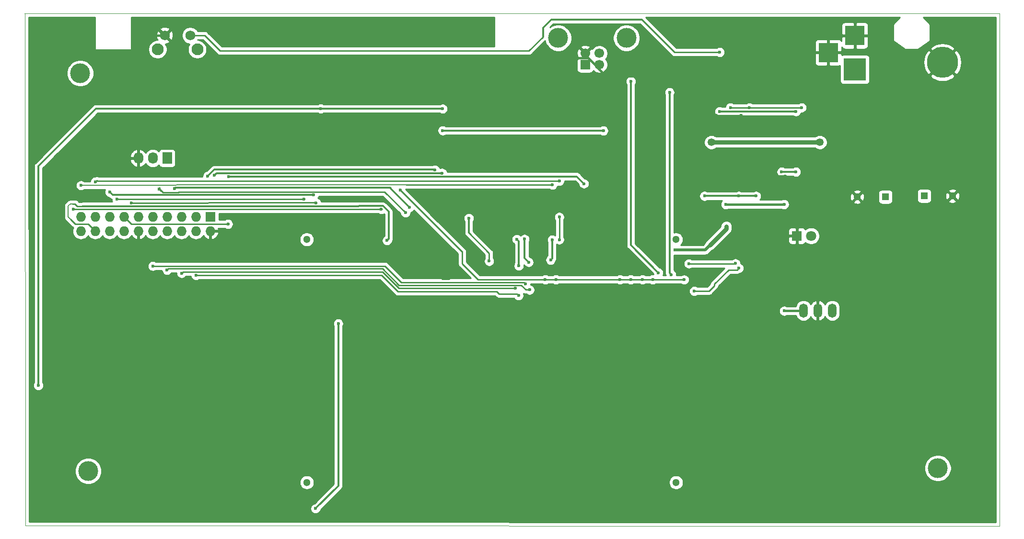
<source format=gbl>
G04 #@! TF.GenerationSoftware,KiCad,Pcbnew,5.1.2-f72e74a~84~ubuntu18.04.1*
G04 #@! TF.CreationDate,2019-08-15T14:59:57+02:00*
G04 #@! TF.ProjectId,bottom-board,626f7474-6f6d-42d6-926f-6172642e6b69,rev?*
G04 #@! TF.SameCoordinates,Original*
G04 #@! TF.FileFunction,Copper,L2,Bot*
G04 #@! TF.FilePolarity,Positive*
%FSLAX46Y46*%
G04 Gerber Fmt 4.6, Leading zero omitted, Abs format (unit mm)*
G04 Created by KiCad (PCBNEW 5.1.2-f72e74a~84~ubuntu18.04.1) date 2019-08-15 14:59:57*
%MOMM*%
%LPD*%
G04 APERTURE LIST*
%ADD10C,0.100000*%
%ADD11C,1.300000*%
%ADD12R,1.300000X1.300000*%
%ADD13R,1.727200X2.032000*%
%ADD14O,1.727200X2.032000*%
%ADD15C,2.100000*%
%ADD16C,1.750000*%
%ADD17R,4.000000X4.000000*%
%ADD18R,3.500000X3.500000*%
%ADD19C,3.500000*%
%ADD20R,1.727200X1.727200*%
%ADD21O,1.727200X1.727200*%
%ADD22C,5.500000*%
%ADD23O,1.501140X2.499360*%
%ADD24R,1.800000X1.800000*%
%ADD25C,1.800000*%
%ADD26R,1.700000X1.700000*%
%ADD27C,1.700000*%
%ADD28C,0.750000*%
%ADD29C,0.600000*%
%ADD30C,1.350000*%
%ADD31C,0.381000*%
%ADD32C,0.762000*%
%ADD33C,0.254000*%
%ADD34C,0.304800*%
%ADD35C,0.508000*%
%ADD36C,0.203200*%
G04 APERTURE END LIST*
D10*
X232107540Y-19850520D02*
X232097540Y-110490520D01*
X59947540Y-19880520D02*
X232097540Y-19810520D01*
X60077540Y-110410520D02*
X59957540Y-19860520D01*
X232117540Y-110490520D02*
X60077540Y-110420520D01*
D11*
X109782540Y-102810520D03*
X174982540Y-102810520D03*
X174969540Y-59831520D03*
X109769540Y-59831520D03*
D12*
X211977540Y-52300520D03*
D11*
X206977540Y-52300520D03*
D12*
X218807540Y-52140520D03*
D11*
X223807540Y-52140520D03*
D13*
X85115400Y-45440600D03*
D14*
X82575400Y-45440600D03*
X80035400Y-45440600D03*
D15*
X90433440Y-26212840D03*
D16*
X89173440Y-23722840D03*
X84673440Y-23722840D03*
D15*
X83423440Y-26212840D03*
D17*
X206575660Y-29773880D03*
D18*
X206575660Y-23771340D03*
X201875660Y-26771340D03*
D19*
X221227540Y-100290520D03*
X69767540Y-30410520D03*
D20*
X92740720Y-55827820D03*
D21*
X92740720Y-58367820D03*
X90200720Y-55827820D03*
X90200720Y-58367820D03*
X87660720Y-55827820D03*
X87660720Y-58367820D03*
X85120720Y-55827820D03*
X85120720Y-58367820D03*
X82580720Y-55827820D03*
X82580720Y-58367820D03*
X80040720Y-55827820D03*
X80040720Y-58367820D03*
X77500720Y-55827820D03*
X77500720Y-58367820D03*
X74960720Y-55827820D03*
X74960720Y-58367820D03*
X72420720Y-55827820D03*
X72420720Y-58367820D03*
X69880720Y-55827820D03*
X69880720Y-58367820D03*
D22*
X222047540Y-28500520D03*
D23*
X200025000Y-72415400D03*
X202565000Y-72415400D03*
X197485000Y-72415400D03*
D24*
X196342000Y-59207400D03*
D25*
X198842000Y-59207400D03*
D26*
X158947540Y-28910520D03*
D27*
X161447540Y-28910520D03*
X161447540Y-26910520D03*
X158947540Y-26910520D03*
D19*
X154177540Y-24200520D03*
X166217540Y-24200520D03*
X71177540Y-100790520D03*
D28*
X174424340Y-24696420D03*
X80037940Y-23718520D03*
X86895940Y-29509720D03*
D29*
X206476600Y-58420000D03*
X222580200Y-58420000D03*
D30*
X206476600Y-75869800D03*
D28*
X192430400Y-29311600D03*
D29*
X130825240Y-51892200D03*
X180314600Y-60020200D03*
X165608000Y-55219600D03*
X180619400Y-55219600D03*
X182067200Y-37846000D03*
X186461400Y-37846000D03*
X181813200Y-48006000D03*
D28*
X150088600Y-38836600D03*
X139242800Y-38836600D03*
X176453800Y-30911800D03*
X114833400Y-29514800D03*
X105587800Y-29514800D03*
D29*
X194310000Y-48641000D03*
X190881000Y-48641000D03*
X92735400Y-61112400D03*
X80035400Y-61112400D03*
X152831800Y-70231000D03*
X177281840Y-106547920D03*
X131079240Y-59786520D03*
X131231640Y-64307720D03*
X135486140Y-66136520D03*
X122773440Y-69756020D03*
X142648940Y-53703220D03*
X156987240Y-98712020D03*
X157012640Y-102839520D03*
X151881840Y-102814120D03*
X160797240Y-102750620D03*
X164683440Y-102839520D03*
X135244840Y-102674420D03*
X128958340Y-102725220D03*
X163375340Y-59786520D03*
X172405040Y-60020200D03*
X176557940Y-60002420D03*
X142179040Y-70187820D03*
X143442540Y-65285520D03*
X159006540Y-64587120D03*
X165635940Y-47454820D03*
X161686240Y-54503320D03*
X135992540Y-52160520D03*
X160767540Y-107435520D03*
X156942540Y-107360520D03*
X164617540Y-107360520D03*
X168417540Y-107285520D03*
X168457540Y-85180520D03*
X142697540Y-86720520D03*
X122167540Y-86490520D03*
X163977540Y-35940520D03*
X74917540Y-69950520D03*
X75617540Y-86660520D03*
X194081400Y-72466200D03*
X194081400Y-53619400D03*
X183743600Y-53619400D03*
X162153600Y-40589200D03*
X133766560Y-40566340D03*
X112242600Y-36703000D03*
X133766560Y-36725860D03*
X174779940Y-61678820D03*
X183873140Y-57513220D03*
X62357540Y-85650520D03*
X170865800Y-66929000D03*
X169062400Y-66929000D03*
X166979600Y-66929000D03*
X165074600Y-66929000D03*
X186080400Y-64897000D03*
X186080400Y-52146200D03*
X189103000Y-52146200D03*
X180009800Y-52146200D03*
X197180200Y-36499800D03*
X184581800Y-36499800D03*
X187934600Y-36499800D03*
X153771600Y-66929000D03*
X151892000Y-66929000D03*
X176413120Y-66936821D03*
X178196240Y-68961420D03*
X126291340Y-51112420D03*
X95864680Y-57099200D03*
X95951040Y-48699420D03*
X158714440Y-49956720D03*
X182702200Y-26695400D03*
X185470800Y-64084200D03*
X177246280Y-64104520D03*
X111317540Y-107420520D03*
X115337540Y-74710520D03*
X147220940Y-64498220D03*
X146852640Y-59786520D03*
X90223340Y-66187320D03*
X147160201Y-69742803D03*
X146611340Y-68481931D03*
X87670640Y-65806320D03*
X148960840Y-63863220D03*
X148236940Y-59761120D03*
X149113240Y-68740020D03*
X85092540Y-65247520D03*
X148376640Y-67673220D03*
X82575400Y-64529120D03*
X74955400Y-51435000D03*
X110975140Y-51976020D03*
X76225400Y-52730400D03*
X109247940Y-52730400D03*
X78765400Y-53340000D03*
X111392540Y-53335520D03*
X132387340Y-47518320D03*
X138394440Y-56052720D03*
X141975840Y-63660020D03*
X92267540Y-48623720D03*
X133670040Y-48084320D03*
X93442540Y-48477000D03*
X127891540Y-54135020D03*
X86387940Y-50843600D03*
X127205740Y-55100220D03*
X83700620Y-50883820D03*
X68580000Y-54508400D03*
X122925840Y-54508400D03*
X123941840Y-60002420D03*
D30*
X181229000Y-42646600D03*
X200380600Y-42646600D03*
D29*
X193624200Y-47879000D03*
X196164200Y-47879000D03*
X196164200Y-37185600D03*
X182676800Y-37185600D03*
X72415400Y-49657000D03*
X154358340Y-59862720D03*
X154367540Y-49510520D03*
X154367540Y-55860520D03*
X152831800Y-63449200D03*
X69875400Y-50266600D03*
X153088340Y-59875420D03*
X153167540Y-50160520D03*
X171867540Y-65710520D03*
X167017540Y-31860520D03*
X174137540Y-66040520D03*
X173837540Y-33810520D03*
D31*
X80042260Y-23722840D02*
X84673440Y-23722840D01*
X80037940Y-23718520D02*
X80042260Y-23722840D01*
X105587800Y-29514800D02*
X86901020Y-29514800D01*
X86901020Y-29514800D02*
X86895940Y-29509720D01*
X222580200Y-58420000D02*
X206476600Y-58420000D01*
D32*
X206476600Y-75869800D02*
X206480400Y-75866000D01*
D31*
X182321200Y-29311600D02*
X192430400Y-29311600D01*
D33*
X186461400Y-37846000D02*
X182067200Y-37846000D01*
D34*
X190881000Y-48641000D02*
X182448200Y-48641000D01*
X182448200Y-48641000D02*
X181813200Y-48006000D01*
D31*
X139242800Y-38836600D02*
X150088600Y-38836600D01*
X181000400Y-30632400D02*
X182321200Y-29311600D01*
X176453800Y-30911800D02*
X176453800Y-30918400D01*
X173031400Y-30918400D02*
X176453800Y-30918400D01*
X176453800Y-30918400D02*
X179165000Y-30918400D01*
X179451000Y-30632400D02*
X181000400Y-30632400D01*
X179165000Y-30918400D02*
X179451000Y-30632400D01*
X156461460Y-29006800D02*
X157706060Y-27762200D01*
X159486600Y-27762200D02*
X162642800Y-30918400D01*
X157706060Y-27762200D02*
X159486600Y-27762200D01*
X105587800Y-29514800D02*
X114833400Y-29514800D01*
X114833400Y-29514800D02*
X152958800Y-29514800D01*
X152958800Y-29514800D02*
X153466800Y-29006800D01*
X153466800Y-29006800D02*
X156461460Y-29006800D01*
X172389800Y-30276800D02*
X173031400Y-30918400D01*
X171018200Y-30276800D02*
X172389800Y-30276800D01*
X170376600Y-30918400D02*
X171018200Y-30276800D01*
D34*
X190881000Y-48641000D02*
X194310000Y-48641000D01*
D33*
X80035400Y-61112400D02*
X92735400Y-61112400D01*
D34*
X135277859Y-66344801D02*
X135486140Y-66136520D01*
X142572740Y-53703220D02*
X142648940Y-53703220D01*
D33*
X172405040Y-60020200D02*
X172516800Y-60020200D01*
X142814040Y-70251320D02*
X142834360Y-70231000D01*
X142750540Y-70187820D02*
X142814040Y-70251320D01*
X142179040Y-70187820D02*
X142750540Y-70187820D01*
X135486140Y-66136520D02*
X134813040Y-66809620D01*
X133733540Y-66809620D02*
X132958840Y-66034920D01*
X134813040Y-66809620D02*
X133733540Y-66809620D01*
D34*
X131231640Y-64307720D02*
X132958840Y-66034920D01*
X132958840Y-66034920D02*
X133268721Y-66344801D01*
X163977540Y-31206280D02*
X163689660Y-30918400D01*
X163977540Y-35940520D02*
X163977540Y-31206280D01*
D31*
X162642800Y-30918400D02*
X163689660Y-30918400D01*
X163689660Y-30918400D02*
X170376600Y-30918400D01*
X194081400Y-72466200D02*
X197434200Y-72466200D01*
X183743600Y-53619400D02*
X194081400Y-53619400D01*
X197434200Y-72466200D02*
X197485000Y-72415400D01*
D34*
X162153600Y-40589200D02*
X133791960Y-40591740D01*
X133791960Y-40591740D02*
X133766560Y-40566340D01*
X133766560Y-36725860D02*
X133766560Y-36700460D01*
X112242600Y-36703000D02*
X133766560Y-36700460D01*
D32*
X183873140Y-57937484D02*
X183873140Y-57513220D01*
X180959423Y-60851201D02*
X183873140Y-57937484D01*
D35*
X180131804Y-61678820D02*
X180959423Y-60851201D01*
X174779940Y-61678820D02*
X180131804Y-61678820D01*
D34*
X112242600Y-36703000D02*
X72545060Y-36703000D01*
X72545060Y-36703000D02*
X62357540Y-46890520D01*
X62357540Y-46890520D02*
X62357540Y-85650520D01*
D33*
X169062400Y-66929000D02*
X170865800Y-66929000D01*
X166979600Y-66929000D02*
X169062400Y-66929000D01*
X165074600Y-66929000D02*
X166979600Y-66929000D01*
D34*
X189103000Y-52146200D02*
X186080400Y-52146200D01*
X186080400Y-52146200D02*
X180009800Y-52146200D01*
D33*
X187934600Y-36499800D02*
X197180200Y-36499800D01*
X187934600Y-36499800D02*
X184581800Y-36499800D01*
X153771600Y-66929000D02*
X165074600Y-66929000D01*
X151892000Y-66929000D02*
X153771600Y-66929000D01*
X176405299Y-66929000D02*
X176413120Y-66936821D01*
X170865800Y-66929000D02*
X176405299Y-66929000D01*
X185780401Y-65196999D02*
X184266561Y-65196999D01*
X186080400Y-64897000D02*
X185780401Y-65196999D01*
X184266561Y-65196999D02*
X181739540Y-67724020D01*
X180771902Y-68961420D02*
X178196240Y-68961420D01*
X181739540Y-67993782D02*
X180771902Y-68961420D01*
X181739540Y-67724020D02*
X181739540Y-67993782D01*
X140034758Y-66929000D02*
X151892000Y-66929000D01*
X137200640Y-64094882D02*
X140034758Y-66929000D01*
X137200640Y-62021720D02*
X137200640Y-64094882D01*
X126291340Y-51112420D02*
X126875540Y-51696620D01*
D34*
X126617898Y-51438978D02*
X126875540Y-51696620D01*
X126875540Y-51696620D02*
X137200640Y-62021720D01*
D33*
X77500720Y-55827820D02*
X78772100Y-57099200D01*
X78772100Y-57099200D02*
X95864680Y-57099200D01*
D34*
X157444440Y-48686720D02*
X95963740Y-48686720D01*
X95963740Y-48686720D02*
X95951040Y-48699420D01*
D33*
X157444440Y-48686720D02*
X158714440Y-49956720D01*
X148981160Y-26492200D02*
X94470220Y-26492200D01*
X151495760Y-23977600D02*
X148981160Y-26492200D01*
X91700860Y-23722840D02*
X89173440Y-23722840D01*
X94470220Y-26492200D02*
X91700860Y-23722840D01*
X177246280Y-64104520D02*
X185450480Y-64104520D01*
X185450480Y-64104520D02*
X185470800Y-64084200D01*
D34*
X151495760Y-23977600D02*
X151495760Y-22412300D01*
X151495760Y-22412300D02*
X152957540Y-20950520D01*
X168957780Y-20950520D02*
X174702660Y-26695400D01*
X152957540Y-20950520D02*
X168957780Y-20950520D01*
D33*
X182702200Y-26695400D02*
X174702660Y-26695400D01*
D34*
X111317540Y-107420520D02*
X115337540Y-103400520D01*
X115337540Y-103400520D02*
X115337540Y-74710520D01*
X147220940Y-64498220D02*
X147220940Y-60154820D01*
X147220940Y-60154820D02*
X146852640Y-59786520D01*
D33*
X123002040Y-66187320D02*
X90223340Y-66187320D01*
X125875573Y-69060853D02*
X123002040Y-66187320D01*
X143317540Y-69060853D02*
X125875573Y-69060853D01*
X143699491Y-69442804D02*
X143317540Y-69060853D01*
X146860202Y-69442804D02*
X143699491Y-69442804D01*
X147160201Y-69742803D02*
X146860202Y-69442804D01*
X87937340Y-65539620D02*
X87670640Y-65806320D01*
X123116340Y-65539620D02*
X87937340Y-65539620D01*
X126060573Y-68483853D02*
X123116340Y-65539620D01*
X146609418Y-68483853D02*
X126060573Y-68483853D01*
X146611340Y-68481931D02*
X146609418Y-68483853D01*
D34*
X148960840Y-63863220D02*
X148236940Y-63139320D01*
X148236940Y-63139320D02*
X148236940Y-59761120D01*
D33*
X148427440Y-68740020D02*
X149113240Y-68740020D01*
X147592351Y-67904931D02*
X148427440Y-68740020D01*
X126053007Y-67904931D02*
X147592351Y-67904931D01*
X123154296Y-65006220D02*
X126053007Y-67904931D01*
X85333840Y-65006220D02*
X123154296Y-65006220D01*
X85092540Y-65247520D02*
X85333840Y-65006220D01*
X148135340Y-67431920D02*
X148376640Y-67673220D01*
X147830540Y-67431920D02*
X148135340Y-67431920D01*
X147970240Y-67431920D02*
X147830540Y-67431920D01*
X123566340Y-64529120D02*
X82575400Y-64529120D01*
X125529613Y-66492393D02*
X123566340Y-64529120D01*
X126469140Y-67431920D02*
X123566340Y-64529120D01*
X132336540Y-67431920D02*
X126469140Y-67431920D01*
X132336540Y-67431920D02*
X131415042Y-67431920D01*
X147830540Y-67431920D02*
X132336540Y-67431920D01*
D34*
X75496420Y-51976020D02*
X74955400Y-51435000D01*
X110975140Y-51976020D02*
X75496420Y-51976020D01*
D33*
X76225400Y-52730400D02*
X109247940Y-52730400D01*
X78765400Y-53340000D02*
X105792540Y-53317643D01*
X105805016Y-53330119D02*
X105792540Y-53317643D01*
X105792540Y-53317643D02*
X106217540Y-53317291D01*
X111387139Y-53330119D02*
X111392540Y-53335520D01*
X110017540Y-53330119D02*
X111387139Y-53330119D01*
X110017540Y-53330119D02*
X105805016Y-53330119D01*
X110738641Y-53330119D02*
X110017540Y-53330119D01*
D34*
X132350939Y-47481919D02*
X132387340Y-47518320D01*
X93409341Y-47481919D02*
X132350939Y-47481919D01*
X138394440Y-56052720D02*
X138394440Y-58615566D01*
D33*
X141975840Y-62240682D02*
X141975840Y-63660020D01*
X138394440Y-58659282D02*
X141975840Y-62240682D01*
X138394440Y-58615566D02*
X138394440Y-58659282D01*
D34*
X92267540Y-48623720D02*
X93409341Y-47481919D01*
X133633639Y-48120721D02*
X133670040Y-48084320D01*
X131496641Y-48120721D02*
X133633639Y-48120721D01*
X131460240Y-48084320D02*
X131496641Y-48120721D01*
X131460240Y-48084320D02*
X93835220Y-48084320D01*
X131638040Y-48084320D02*
X131460240Y-48084320D01*
X93835220Y-48084320D02*
X93442540Y-48477000D01*
X127891540Y-54135020D02*
X124576840Y-50820320D01*
X124576840Y-50782220D02*
X124490630Y-50696010D01*
X124576840Y-50820320D02*
X124576840Y-50782220D01*
X124490630Y-50696010D02*
X86535530Y-50696010D01*
X86535530Y-50696010D02*
X86387940Y-50843600D01*
X83813221Y-50771219D02*
X83700620Y-50883820D01*
X84262801Y-51446001D02*
X83700620Y-50883820D01*
D33*
X84363410Y-51546610D02*
X84262801Y-51446001D01*
X87185650Y-51546610D02*
X87185650Y-51508810D01*
X87185650Y-51546610D02*
X87035640Y-51546610D01*
X84363410Y-51546610D02*
X87035640Y-51546610D01*
X87183231Y-51399019D02*
X87035640Y-51546610D01*
X123504539Y-51399019D02*
X87183231Y-51399019D01*
X127205740Y-55100220D02*
X123504539Y-51399019D01*
X68580000Y-54508400D02*
X122925840Y-54508400D01*
X122925840Y-54508400D02*
X123037600Y-54508400D01*
D34*
X123214993Y-53905999D02*
X118989261Y-53905999D01*
X124241839Y-54932845D02*
X123214993Y-53905999D01*
X123941840Y-60002420D02*
X124241839Y-59702421D01*
X124241839Y-59702421D02*
X124241839Y-54932845D01*
X71254719Y-57201819D02*
X71557121Y-57504221D01*
X71557121Y-57504221D02*
X72420720Y-58367820D01*
X118989261Y-53905999D02*
X118952859Y-53942401D01*
X118952859Y-53942401D02*
X70170040Y-53942401D01*
D33*
X71254719Y-57201819D02*
X71242939Y-57201819D01*
X71242939Y-57201819D02*
X71135240Y-57094120D01*
X68879299Y-57094120D02*
X68002999Y-56217820D01*
X71135240Y-57094120D02*
X68879299Y-57094120D01*
X68366640Y-53512720D02*
X68823840Y-53512720D01*
X69253521Y-53942401D02*
X70170040Y-53942401D01*
X68823840Y-53512720D02*
X69253521Y-53942401D01*
D36*
X68366640Y-53512720D02*
X68036440Y-53512720D01*
X68036440Y-53512720D02*
X67630040Y-53919120D01*
X67630040Y-55844861D02*
X68879299Y-57094120D01*
X67630040Y-53919120D02*
X67630040Y-55844861D01*
D32*
X200380600Y-42646600D02*
X181229000Y-42646600D01*
D34*
X196164200Y-47879000D02*
X193624200Y-47879000D01*
X182676800Y-37185600D02*
X196164200Y-37185600D01*
D33*
X154358340Y-59862720D02*
X154358340Y-55869720D01*
X72415400Y-49657000D02*
X72446060Y-49657000D01*
X72446060Y-49657000D02*
X72717540Y-49385520D01*
X72717540Y-49385520D02*
X72842540Y-49510520D01*
X72842540Y-49510520D02*
X154367540Y-49510520D01*
X154358340Y-55869720D02*
X154367540Y-55860520D01*
D34*
X153088340Y-63192660D02*
X152831800Y-63449200D01*
X153088340Y-59875420D02*
X153088340Y-63192660D01*
D36*
X69875400Y-50266600D02*
X86627310Y-50266600D01*
X86721290Y-50172620D02*
X120563640Y-50172620D01*
X120563640Y-50172620D02*
X120576340Y-50159920D01*
X86627310Y-50266600D02*
X86721290Y-50172620D01*
X127317540Y-50159920D02*
X127642540Y-50159920D01*
X120576340Y-50159920D02*
X127317540Y-50159920D01*
D33*
X153166940Y-50159920D02*
X153167540Y-50160520D01*
X152442540Y-50159920D02*
X153166940Y-50159920D01*
X152442540Y-50159920D02*
X152741940Y-50159920D01*
X127317540Y-50159920D02*
X152442540Y-50159920D01*
D34*
X167017540Y-55524254D02*
X167017540Y-31860520D01*
X171867540Y-65710520D02*
X167017540Y-60860520D01*
X167017540Y-60860520D02*
X167017540Y-55524254D01*
X173837541Y-65740521D02*
X173837541Y-41930521D01*
X174137540Y-66040520D02*
X173837541Y-65740521D01*
X173837541Y-41930521D02*
X173837541Y-33810521D01*
X173837541Y-33810521D02*
X173837540Y-33810520D01*
D33*
G36*
X231412616Y-109805233D02*
G01*
X60761645Y-109735799D01*
X60758455Y-107328431D01*
X110382540Y-107328431D01*
X110382540Y-107512609D01*
X110418472Y-107693249D01*
X110488954Y-107863409D01*
X110591278Y-108016548D01*
X110721512Y-108146782D01*
X110874651Y-108249106D01*
X111044811Y-108319588D01*
X111225451Y-108355520D01*
X111409629Y-108355520D01*
X111590269Y-108319588D01*
X111760429Y-108249106D01*
X111913568Y-108146782D01*
X112043802Y-108016548D01*
X112146126Y-107863409D01*
X112216608Y-107693249D01*
X112231071Y-107620539D01*
X115866974Y-103984638D01*
X115897009Y-103959989D01*
X115921659Y-103929953D01*
X115921662Y-103929950D01*
X115995406Y-103840092D01*
X116068522Y-103703303D01*
X116113546Y-103554877D01*
X116113546Y-103554876D01*
X116124940Y-103439193D01*
X116124940Y-103439185D01*
X116128748Y-103400520D01*
X116124940Y-103361855D01*
X116124940Y-102683959D01*
X173697540Y-102683959D01*
X173697540Y-102937081D01*
X173746921Y-103185341D01*
X173843787Y-103419196D01*
X173984415Y-103629660D01*
X174163400Y-103808645D01*
X174373864Y-103949273D01*
X174607719Y-104046139D01*
X174855979Y-104095520D01*
X175109101Y-104095520D01*
X175357361Y-104046139D01*
X175591216Y-103949273D01*
X175801680Y-103808645D01*
X175980665Y-103629660D01*
X176121293Y-103419196D01*
X176218159Y-103185341D01*
X176267540Y-102937081D01*
X176267540Y-102683959D01*
X176218159Y-102435699D01*
X176121293Y-102201844D01*
X175980665Y-101991380D01*
X175801680Y-101812395D01*
X175591216Y-101671767D01*
X175357361Y-101574901D01*
X175109101Y-101525520D01*
X174855979Y-101525520D01*
X174607719Y-101574901D01*
X174373864Y-101671767D01*
X174163400Y-101812395D01*
X173984415Y-101991380D01*
X173843787Y-102201844D01*
X173746921Y-102435699D01*
X173697540Y-102683959D01*
X116124940Y-102683959D01*
X116124940Y-100055618D01*
X218842540Y-100055618D01*
X218842540Y-100525422D01*
X218934194Y-100986199D01*
X219113980Y-101420241D01*
X219374990Y-101810869D01*
X219707191Y-102143070D01*
X220097819Y-102404080D01*
X220531861Y-102583866D01*
X220992638Y-102675520D01*
X221462442Y-102675520D01*
X221923219Y-102583866D01*
X222357261Y-102404080D01*
X222747889Y-102143070D01*
X223080090Y-101810869D01*
X223341100Y-101420241D01*
X223520886Y-100986199D01*
X223612540Y-100525422D01*
X223612540Y-100055618D01*
X223520886Y-99594841D01*
X223341100Y-99160799D01*
X223080090Y-98770171D01*
X222747889Y-98437970D01*
X222357261Y-98176960D01*
X221923219Y-97997174D01*
X221462442Y-97905520D01*
X220992638Y-97905520D01*
X220531861Y-97997174D01*
X220097819Y-98176960D01*
X219707191Y-98437970D01*
X219374990Y-98770171D01*
X219113980Y-99160799D01*
X218934194Y-99594841D01*
X218842540Y-100055618D01*
X116124940Y-100055618D01*
X116124940Y-75215048D01*
X116166126Y-75153409D01*
X116236608Y-74983249D01*
X116272540Y-74802609D01*
X116272540Y-74618431D01*
X116236608Y-74437791D01*
X116166126Y-74267631D01*
X116063802Y-74114492D01*
X115933568Y-73984258D01*
X115780429Y-73881934D01*
X115610269Y-73811452D01*
X115429629Y-73775520D01*
X115245451Y-73775520D01*
X115064811Y-73811452D01*
X114894651Y-73881934D01*
X114741512Y-73984258D01*
X114611278Y-74114492D01*
X114508954Y-74267631D01*
X114438472Y-74437791D01*
X114402540Y-74618431D01*
X114402540Y-74802609D01*
X114438472Y-74983249D01*
X114508954Y-75153409D01*
X114550141Y-75215050D01*
X114550140Y-103074368D01*
X111117521Y-106506989D01*
X111044811Y-106521452D01*
X110874651Y-106591934D01*
X110721512Y-106694258D01*
X110591278Y-106824492D01*
X110488954Y-106977631D01*
X110418472Y-107147791D01*
X110382540Y-107328431D01*
X60758455Y-107328431D01*
X60749480Y-100555618D01*
X68792540Y-100555618D01*
X68792540Y-101025422D01*
X68884194Y-101486199D01*
X69063980Y-101920241D01*
X69324990Y-102310869D01*
X69657191Y-102643070D01*
X70047819Y-102904080D01*
X70481861Y-103083866D01*
X70942638Y-103175520D01*
X71412442Y-103175520D01*
X71873219Y-103083866D01*
X72307261Y-102904080D01*
X72636694Y-102683959D01*
X108497540Y-102683959D01*
X108497540Y-102937081D01*
X108546921Y-103185341D01*
X108643787Y-103419196D01*
X108784415Y-103629660D01*
X108963400Y-103808645D01*
X109173864Y-103949273D01*
X109407719Y-104046139D01*
X109655979Y-104095520D01*
X109909101Y-104095520D01*
X110157361Y-104046139D01*
X110391216Y-103949273D01*
X110601680Y-103808645D01*
X110780665Y-103629660D01*
X110921293Y-103419196D01*
X111018159Y-103185341D01*
X111067540Y-102937081D01*
X111067540Y-102683959D01*
X111018159Y-102435699D01*
X110921293Y-102201844D01*
X110780665Y-101991380D01*
X110601680Y-101812395D01*
X110391216Y-101671767D01*
X110157361Y-101574901D01*
X109909101Y-101525520D01*
X109655979Y-101525520D01*
X109407719Y-101574901D01*
X109173864Y-101671767D01*
X108963400Y-101812395D01*
X108784415Y-101991380D01*
X108643787Y-102201844D01*
X108546921Y-102435699D01*
X108497540Y-102683959D01*
X72636694Y-102683959D01*
X72697889Y-102643070D01*
X73030090Y-102310869D01*
X73291100Y-101920241D01*
X73470886Y-101486199D01*
X73562540Y-101025422D01*
X73562540Y-100555618D01*
X73470886Y-100094841D01*
X73291100Y-99660799D01*
X73030090Y-99270171D01*
X72697889Y-98937970D01*
X72307261Y-98676960D01*
X71873219Y-98497174D01*
X71412442Y-98405520D01*
X70942638Y-98405520D01*
X70481861Y-98497174D01*
X70047819Y-98676960D01*
X69657191Y-98937970D01*
X69324990Y-99270171D01*
X69063980Y-99660799D01*
X68884194Y-100094841D01*
X68792540Y-100555618D01*
X60749480Y-100555618D01*
X60729605Y-85558431D01*
X61422540Y-85558431D01*
X61422540Y-85742609D01*
X61458472Y-85923249D01*
X61528954Y-86093409D01*
X61631278Y-86246548D01*
X61761512Y-86376782D01*
X61914651Y-86479106D01*
X62084811Y-86549588D01*
X62265451Y-86585520D01*
X62449629Y-86585520D01*
X62630269Y-86549588D01*
X62800429Y-86479106D01*
X62953568Y-86376782D01*
X63083802Y-86246548D01*
X63186126Y-86093409D01*
X63256608Y-85923249D01*
X63292540Y-85742609D01*
X63292540Y-85558431D01*
X63256608Y-85377791D01*
X63186126Y-85207631D01*
X63144940Y-85145992D01*
X63144940Y-72374111D01*
X193146400Y-72374111D01*
X193146400Y-72558289D01*
X193182332Y-72738929D01*
X193252814Y-72909089D01*
X193355138Y-73062228D01*
X193485372Y-73192462D01*
X193638511Y-73294786D01*
X193808671Y-73365268D01*
X193989311Y-73401200D01*
X194173489Y-73401200D01*
X194354129Y-73365268D01*
X194524289Y-73294786D01*
X194528908Y-73291700D01*
X196151503Y-73291700D01*
X196198707Y-73447309D01*
X196327366Y-73688015D01*
X196500514Y-73898995D01*
X196711494Y-74072144D01*
X196952200Y-74200803D01*
X197213381Y-74280032D01*
X197485000Y-74306784D01*
X197756618Y-74280032D01*
X198017799Y-74200803D01*
X198258505Y-74072144D01*
X198469485Y-73898996D01*
X198642634Y-73688016D01*
X198757418Y-73473269D01*
X198793501Y-73562077D01*
X198943498Y-73789888D01*
X199135057Y-73984058D01*
X199360815Y-74137126D01*
X199612098Y-74243210D01*
X199683725Y-74257393D01*
X199898000Y-74134739D01*
X199898000Y-72542400D01*
X199878000Y-72542400D01*
X199878000Y-72288400D01*
X199898000Y-72288400D01*
X199898000Y-70696061D01*
X200152000Y-70696061D01*
X200152000Y-72288400D01*
X200172000Y-72288400D01*
X200172000Y-72542400D01*
X200152000Y-72542400D01*
X200152000Y-74134739D01*
X200366275Y-74257393D01*
X200437902Y-74243210D01*
X200689185Y-74137126D01*
X200914943Y-73984058D01*
X201106502Y-73789888D01*
X201256499Y-73562077D01*
X201292582Y-73473268D01*
X201407366Y-73688015D01*
X201580514Y-73898995D01*
X201791494Y-74072144D01*
X202032200Y-74200803D01*
X202293381Y-74280032D01*
X202565000Y-74306784D01*
X202836618Y-74280032D01*
X203097799Y-74200803D01*
X203338505Y-74072144D01*
X203549485Y-73898996D01*
X203722634Y-73688016D01*
X203851293Y-73447310D01*
X203930522Y-73186129D01*
X203950570Y-72982577D01*
X203950570Y-71848223D01*
X203930522Y-71644671D01*
X203851293Y-71383490D01*
X203722634Y-71142784D01*
X203549486Y-70931804D01*
X203338506Y-70758656D01*
X203097800Y-70629997D01*
X202836619Y-70550768D01*
X202565000Y-70524016D01*
X202293382Y-70550768D01*
X202032201Y-70629997D01*
X201791495Y-70758656D01*
X201580515Y-70931804D01*
X201407366Y-71142784D01*
X201292582Y-71357531D01*
X201256499Y-71268723D01*
X201106502Y-71040912D01*
X200914943Y-70846742D01*
X200689185Y-70693674D01*
X200437902Y-70587590D01*
X200366275Y-70573407D01*
X200152000Y-70696061D01*
X199898000Y-70696061D01*
X199683725Y-70573407D01*
X199612098Y-70587590D01*
X199360815Y-70693674D01*
X199135057Y-70846742D01*
X198943498Y-71040912D01*
X198793501Y-71268723D01*
X198757418Y-71357531D01*
X198642634Y-71142784D01*
X198469486Y-70931804D01*
X198258506Y-70758656D01*
X198017800Y-70629997D01*
X197756619Y-70550768D01*
X197485000Y-70524016D01*
X197213382Y-70550768D01*
X196952201Y-70629997D01*
X196711495Y-70758656D01*
X196500515Y-70931804D01*
X196327366Y-71142784D01*
X196198707Y-71383490D01*
X196120683Y-71640700D01*
X194528908Y-71640700D01*
X194524289Y-71637614D01*
X194354129Y-71567132D01*
X194173489Y-71531200D01*
X193989311Y-71531200D01*
X193808671Y-71567132D01*
X193638511Y-71637614D01*
X193485372Y-71739938D01*
X193355138Y-71870172D01*
X193252814Y-72023311D01*
X193182332Y-72193471D01*
X193146400Y-72374111D01*
X63144940Y-72374111D01*
X63144940Y-53919120D01*
X66889876Y-53919120D01*
X66893440Y-53955304D01*
X66893441Y-55808668D01*
X66889876Y-55844861D01*
X66900489Y-55952609D01*
X66904099Y-55989260D01*
X66913150Y-56019098D01*
X66946218Y-56128108D01*
X67014616Y-56256073D01*
X67071552Y-56325449D01*
X67106666Y-56368236D01*
X67134772Y-56391302D01*
X67343013Y-56599543D01*
X67366354Y-56643212D01*
X67437720Y-56730171D01*
X68314020Y-57606471D01*
X68337877Y-57635542D01*
X68453907Y-57730765D01*
X68506860Y-57759069D01*
X68489495Y-57791556D01*
X68403804Y-58074043D01*
X68374869Y-58367820D01*
X68403804Y-58661597D01*
X68489495Y-58944084D01*
X68628651Y-59204426D01*
X68815923Y-59432617D01*
X69044114Y-59619889D01*
X69304456Y-59759045D01*
X69586943Y-59844736D01*
X69807101Y-59866420D01*
X69954339Y-59866420D01*
X70174497Y-59844736D01*
X70456984Y-59759045D01*
X70717326Y-59619889D01*
X70945517Y-59432617D01*
X71132789Y-59204426D01*
X71150720Y-59170880D01*
X71168651Y-59204426D01*
X71355923Y-59432617D01*
X71584114Y-59619889D01*
X71844456Y-59759045D01*
X72126943Y-59844736D01*
X72347101Y-59866420D01*
X72494339Y-59866420D01*
X72714497Y-59844736D01*
X72996984Y-59759045D01*
X73257326Y-59619889D01*
X73485517Y-59432617D01*
X73672789Y-59204426D01*
X73690720Y-59170880D01*
X73708651Y-59204426D01*
X73895923Y-59432617D01*
X74124114Y-59619889D01*
X74384456Y-59759045D01*
X74666943Y-59844736D01*
X74887101Y-59866420D01*
X75034339Y-59866420D01*
X75254497Y-59844736D01*
X75536984Y-59759045D01*
X75797326Y-59619889D01*
X76025517Y-59432617D01*
X76212789Y-59204426D01*
X76230720Y-59170880D01*
X76248651Y-59204426D01*
X76435923Y-59432617D01*
X76664114Y-59619889D01*
X76924456Y-59759045D01*
X77206943Y-59844736D01*
X77427101Y-59866420D01*
X77574339Y-59866420D01*
X77794497Y-59844736D01*
X78076984Y-59759045D01*
X78337326Y-59619889D01*
X78565517Y-59432617D01*
X78752789Y-59204426D01*
X78776583Y-59159910D01*
X78833903Y-59256308D01*
X79030427Y-59474674D01*
X79265776Y-59650504D01*
X79530906Y-59777042D01*
X79681694Y-59822778D01*
X79913720Y-59701637D01*
X79913720Y-58494820D01*
X79893720Y-58494820D01*
X79893720Y-58240820D01*
X79913720Y-58240820D01*
X79913720Y-58220820D01*
X80167720Y-58220820D01*
X80167720Y-58240820D01*
X80187720Y-58240820D01*
X80187720Y-58494820D01*
X80167720Y-58494820D01*
X80167720Y-59701637D01*
X80399746Y-59822778D01*
X80550534Y-59777042D01*
X80815664Y-59650504D01*
X81051013Y-59474674D01*
X81247537Y-59256308D01*
X81304857Y-59159910D01*
X81328651Y-59204426D01*
X81515923Y-59432617D01*
X81744114Y-59619889D01*
X82004456Y-59759045D01*
X82286943Y-59844736D01*
X82507101Y-59866420D01*
X82654339Y-59866420D01*
X82874497Y-59844736D01*
X83156984Y-59759045D01*
X83417326Y-59619889D01*
X83645517Y-59432617D01*
X83832789Y-59204426D01*
X83850720Y-59170880D01*
X83868651Y-59204426D01*
X84055923Y-59432617D01*
X84284114Y-59619889D01*
X84544456Y-59759045D01*
X84826943Y-59844736D01*
X85047101Y-59866420D01*
X85194339Y-59866420D01*
X85414497Y-59844736D01*
X85696984Y-59759045D01*
X85957326Y-59619889D01*
X86185517Y-59432617D01*
X86372789Y-59204426D01*
X86390720Y-59170880D01*
X86408651Y-59204426D01*
X86595923Y-59432617D01*
X86824114Y-59619889D01*
X87084456Y-59759045D01*
X87366943Y-59844736D01*
X87587101Y-59866420D01*
X87734339Y-59866420D01*
X87954497Y-59844736D01*
X88236984Y-59759045D01*
X88497326Y-59619889D01*
X88725517Y-59432617D01*
X88912789Y-59204426D01*
X88930720Y-59170880D01*
X88948651Y-59204426D01*
X89135923Y-59432617D01*
X89364114Y-59619889D01*
X89624456Y-59759045D01*
X89906943Y-59844736D01*
X90127101Y-59866420D01*
X90274339Y-59866420D01*
X90494497Y-59844736D01*
X90776984Y-59759045D01*
X91037326Y-59619889D01*
X91265517Y-59432617D01*
X91452789Y-59204426D01*
X91476583Y-59159910D01*
X91533903Y-59256308D01*
X91730427Y-59474674D01*
X91965776Y-59650504D01*
X92230906Y-59777042D01*
X92381694Y-59822778D01*
X92613720Y-59701637D01*
X92613720Y-58494820D01*
X92867720Y-58494820D01*
X92867720Y-59701637D01*
X93099746Y-59822778D01*
X93250534Y-59777042D01*
X93401566Y-59704959D01*
X108484540Y-59704959D01*
X108484540Y-59958081D01*
X108533921Y-60206341D01*
X108630787Y-60440196D01*
X108771415Y-60650660D01*
X108950400Y-60829645D01*
X109160864Y-60970273D01*
X109394719Y-61067139D01*
X109642979Y-61116520D01*
X109896101Y-61116520D01*
X110144361Y-61067139D01*
X110378216Y-60970273D01*
X110588680Y-60829645D01*
X110767665Y-60650660D01*
X110908293Y-60440196D01*
X111005159Y-60206341D01*
X111054540Y-59958081D01*
X111054540Y-59704959D01*
X111005159Y-59456699D01*
X110908293Y-59222844D01*
X110767665Y-59012380D01*
X110588680Y-58833395D01*
X110378216Y-58692767D01*
X110144361Y-58595901D01*
X109896101Y-58546520D01*
X109642979Y-58546520D01*
X109394719Y-58595901D01*
X109160864Y-58692767D01*
X108950400Y-58833395D01*
X108771415Y-59012380D01*
X108630787Y-59222844D01*
X108533921Y-59456699D01*
X108484540Y-59704959D01*
X93401566Y-59704959D01*
X93515664Y-59650504D01*
X93751013Y-59474674D01*
X93947537Y-59256308D01*
X94097684Y-59003798D01*
X94195683Y-58726847D01*
X94075184Y-58494820D01*
X92867720Y-58494820D01*
X92613720Y-58494820D01*
X92593720Y-58494820D01*
X92593720Y-58240820D01*
X92613720Y-58240820D01*
X92613720Y-58220820D01*
X92867720Y-58220820D01*
X92867720Y-58240820D01*
X94075184Y-58240820D01*
X94195683Y-58008793D01*
X94143457Y-57861200D01*
X95322138Y-57861200D01*
X95421791Y-57927786D01*
X95591951Y-57998268D01*
X95772591Y-58034200D01*
X95956769Y-58034200D01*
X96137409Y-57998268D01*
X96307569Y-57927786D01*
X96460708Y-57825462D01*
X96590942Y-57695228D01*
X96693266Y-57542089D01*
X96763748Y-57371929D01*
X96799680Y-57191289D01*
X96799680Y-57007111D01*
X96763748Y-56826471D01*
X96693266Y-56656311D01*
X96590942Y-56503172D01*
X96460708Y-56372938D01*
X96307569Y-56270614D01*
X96137409Y-56200132D01*
X95956769Y-56164200D01*
X95772591Y-56164200D01*
X95591951Y-56200132D01*
X95421791Y-56270614D01*
X95322138Y-56337200D01*
X94242392Y-56337200D01*
X94242392Y-55270400D01*
X122383298Y-55270400D01*
X122482951Y-55336986D01*
X122653111Y-55407468D01*
X122833751Y-55443400D01*
X123017929Y-55443400D01*
X123198569Y-55407468D01*
X123368729Y-55336986D01*
X123454440Y-55279716D01*
X123454439Y-59203576D01*
X123345812Y-59276158D01*
X123215578Y-59406392D01*
X123113254Y-59559531D01*
X123042772Y-59729691D01*
X123006840Y-59910331D01*
X123006840Y-60094509D01*
X123042772Y-60275149D01*
X123113254Y-60445309D01*
X123215578Y-60598448D01*
X123345812Y-60728682D01*
X123498951Y-60831006D01*
X123669111Y-60901488D01*
X123849751Y-60937420D01*
X124033929Y-60937420D01*
X124214569Y-60901488D01*
X124384729Y-60831006D01*
X124537868Y-60728682D01*
X124668102Y-60598448D01*
X124770426Y-60445309D01*
X124840908Y-60275149D01*
X124857058Y-60193958D01*
X124899705Y-60141993D01*
X124972821Y-60005204D01*
X125017845Y-59856778D01*
X125029239Y-59741094D01*
X125029239Y-59741086D01*
X125033047Y-59702421D01*
X125029239Y-59663756D01*
X125029239Y-54971510D01*
X125033047Y-54932845D01*
X125029239Y-54894180D01*
X125029239Y-54894172D01*
X125017845Y-54778488D01*
X124972821Y-54630062D01*
X124899705Y-54493273D01*
X124862539Y-54447986D01*
X124825961Y-54403415D01*
X124825958Y-54403412D01*
X124801308Y-54373376D01*
X124771272Y-54348726D01*
X123799120Y-53376576D01*
X123774462Y-53346530D01*
X123654565Y-53248133D01*
X123517776Y-53175017D01*
X123369350Y-53129993D01*
X123253666Y-53118599D01*
X123253656Y-53118599D01*
X123214993Y-53114791D01*
X123176330Y-53118599D01*
X119027923Y-53118599D01*
X118989260Y-53114791D01*
X118950597Y-53118599D01*
X118950588Y-53118599D01*
X118834904Y-53129993D01*
X118752463Y-53155001D01*
X112309950Y-53155001D01*
X112291608Y-53062791D01*
X112221126Y-52892631D01*
X112118802Y-52739492D01*
X111988568Y-52609258D01*
X111835429Y-52506934D01*
X111764532Y-52477568D01*
X111803726Y-52418909D01*
X111874208Y-52248749D01*
X111891659Y-52161019D01*
X123188909Y-52161019D01*
X126283290Y-55255400D01*
X126306672Y-55372949D01*
X126377154Y-55543109D01*
X126479478Y-55696248D01*
X126609712Y-55826482D01*
X126762851Y-55928806D01*
X126933011Y-55999288D01*
X127113651Y-56035220D01*
X127297829Y-56035220D01*
X127478469Y-55999288D01*
X127648629Y-55928806D01*
X127801768Y-55826482D01*
X127932002Y-55696248D01*
X128034326Y-55543109D01*
X128104808Y-55372949D01*
X128140740Y-55192309D01*
X128140740Y-55038768D01*
X128164269Y-55034088D01*
X128334429Y-54963606D01*
X128487568Y-54861282D01*
X128617802Y-54731048D01*
X128689345Y-54623976D01*
X136438640Y-62373272D01*
X136438641Y-64057449D01*
X136434954Y-64094882D01*
X136449667Y-64244260D01*
X136493239Y-64387897D01*
X136563995Y-64520274D01*
X136632695Y-64603984D01*
X136659219Y-64636304D01*
X136688289Y-64660161D01*
X138698047Y-66669920D01*
X126784771Y-66669920D01*
X125552642Y-65437791D01*
X124131624Y-64016774D01*
X124107762Y-63987698D01*
X123991732Y-63892475D01*
X123859355Y-63821718D01*
X123715718Y-63778146D01*
X123603766Y-63767120D01*
X123603763Y-63767120D01*
X123566340Y-63763434D01*
X123528917Y-63767120D01*
X83117942Y-63767120D01*
X83018289Y-63700534D01*
X82848129Y-63630052D01*
X82667489Y-63594120D01*
X82483311Y-63594120D01*
X82302671Y-63630052D01*
X82132511Y-63700534D01*
X81979372Y-63802858D01*
X81849138Y-63933092D01*
X81746814Y-64086231D01*
X81676332Y-64256391D01*
X81640400Y-64437031D01*
X81640400Y-64621209D01*
X81676332Y-64801849D01*
X81746814Y-64972009D01*
X81849138Y-65125148D01*
X81979372Y-65255382D01*
X82132511Y-65357706D01*
X82302671Y-65428188D01*
X82483311Y-65464120D01*
X82667489Y-65464120D01*
X82848129Y-65428188D01*
X83018289Y-65357706D01*
X83117942Y-65291120D01*
X84157540Y-65291120D01*
X84157540Y-65339609D01*
X84193472Y-65520249D01*
X84263954Y-65690409D01*
X84366278Y-65843548D01*
X84496512Y-65973782D01*
X84649651Y-66076106D01*
X84819811Y-66146588D01*
X85000451Y-66182520D01*
X85184629Y-66182520D01*
X85365269Y-66146588D01*
X85535429Y-66076106D01*
X85688568Y-65973782D01*
X85818802Y-65843548D01*
X85869134Y-65768220D01*
X86735640Y-65768220D01*
X86735640Y-65898409D01*
X86771572Y-66079049D01*
X86842054Y-66249209D01*
X86944378Y-66402348D01*
X87074612Y-66532582D01*
X87227751Y-66634906D01*
X87397911Y-66705388D01*
X87578551Y-66741320D01*
X87762729Y-66741320D01*
X87943369Y-66705388D01*
X88113529Y-66634906D01*
X88266668Y-66532582D01*
X88396902Y-66402348D01*
X88464206Y-66301620D01*
X89292758Y-66301620D01*
X89324272Y-66460049D01*
X89394754Y-66630209D01*
X89497078Y-66783348D01*
X89627312Y-66913582D01*
X89780451Y-67015906D01*
X89950611Y-67086388D01*
X90131251Y-67122320D01*
X90315429Y-67122320D01*
X90496069Y-67086388D01*
X90666229Y-67015906D01*
X90765882Y-66949320D01*
X122686410Y-66949320D01*
X125310293Y-69573204D01*
X125334151Y-69602275D01*
X125450181Y-69697498D01*
X125582558Y-69768255D01*
X125726195Y-69811827D01*
X125838147Y-69822853D01*
X125838149Y-69822853D01*
X125875572Y-69826539D01*
X125912995Y-69822853D01*
X143001910Y-69822853D01*
X143134207Y-69955150D01*
X143158069Y-69984226D01*
X143274099Y-70079449D01*
X143406476Y-70150206D01*
X143550113Y-70193778D01*
X143662065Y-70204804D01*
X143662067Y-70204804D01*
X143699490Y-70208490D01*
X143736913Y-70204804D01*
X146344385Y-70204804D01*
X146433939Y-70338831D01*
X146564173Y-70469065D01*
X146717312Y-70571389D01*
X146887472Y-70641871D01*
X147068112Y-70677803D01*
X147252290Y-70677803D01*
X147432930Y-70641871D01*
X147603090Y-70571389D01*
X147756229Y-70469065D01*
X147886463Y-70338831D01*
X147988787Y-70185692D01*
X148059269Y-70015532D01*
X148095201Y-69834892D01*
X148095201Y-69650714D01*
X148059269Y-69470074D01*
X148025847Y-69389386D01*
X148134425Y-69447422D01*
X148278062Y-69490994D01*
X148390014Y-69502020D01*
X148390016Y-69502020D01*
X148427439Y-69505706D01*
X148464862Y-69502020D01*
X148570698Y-69502020D01*
X148670351Y-69568606D01*
X148840511Y-69639088D01*
X149021151Y-69675020D01*
X149205329Y-69675020D01*
X149385969Y-69639088D01*
X149556129Y-69568606D01*
X149709268Y-69466282D01*
X149839502Y-69336048D01*
X149941826Y-69182909D01*
X150012308Y-69012749D01*
X150048240Y-68832109D01*
X150048240Y-68647931D01*
X150012308Y-68467291D01*
X149941826Y-68297131D01*
X149839502Y-68143992D01*
X149709268Y-68013758D01*
X149556129Y-67911434D01*
X149385969Y-67840952D01*
X149299995Y-67823851D01*
X149311640Y-67765309D01*
X149311640Y-67691000D01*
X151349458Y-67691000D01*
X151449111Y-67757586D01*
X151619271Y-67828068D01*
X151799911Y-67864000D01*
X151984089Y-67864000D01*
X152164729Y-67828068D01*
X152334889Y-67757586D01*
X152434542Y-67691000D01*
X153229058Y-67691000D01*
X153328711Y-67757586D01*
X153498871Y-67828068D01*
X153679511Y-67864000D01*
X153863689Y-67864000D01*
X154044329Y-67828068D01*
X154214489Y-67757586D01*
X154314142Y-67691000D01*
X164532058Y-67691000D01*
X164631711Y-67757586D01*
X164801871Y-67828068D01*
X164982511Y-67864000D01*
X165166689Y-67864000D01*
X165347329Y-67828068D01*
X165517489Y-67757586D01*
X165617142Y-67691000D01*
X166437058Y-67691000D01*
X166536711Y-67757586D01*
X166706871Y-67828068D01*
X166887511Y-67864000D01*
X167071689Y-67864000D01*
X167252329Y-67828068D01*
X167422489Y-67757586D01*
X167522142Y-67691000D01*
X168519858Y-67691000D01*
X168619511Y-67757586D01*
X168789671Y-67828068D01*
X168970311Y-67864000D01*
X169154489Y-67864000D01*
X169335129Y-67828068D01*
X169505289Y-67757586D01*
X169604942Y-67691000D01*
X170323258Y-67691000D01*
X170422911Y-67757586D01*
X170593071Y-67828068D01*
X170773711Y-67864000D01*
X170957889Y-67864000D01*
X171138529Y-67828068D01*
X171308689Y-67757586D01*
X171408342Y-67691000D01*
X175858873Y-67691000D01*
X175970231Y-67765407D01*
X176140391Y-67835889D01*
X176321031Y-67871821D01*
X176505209Y-67871821D01*
X176685849Y-67835889D01*
X176856009Y-67765407D01*
X177009148Y-67663083D01*
X177139382Y-67532849D01*
X177241706Y-67379710D01*
X177312188Y-67209550D01*
X177348120Y-67028910D01*
X177348120Y-66844732D01*
X177312188Y-66664092D01*
X177241706Y-66493932D01*
X177139382Y-66340793D01*
X177009148Y-66210559D01*
X176856009Y-66108235D01*
X176685849Y-66037753D01*
X176505209Y-66001821D01*
X176321031Y-66001821D01*
X176140391Y-66037753D01*
X175970231Y-66108235D01*
X175882283Y-66167000D01*
X175065699Y-66167000D01*
X175072540Y-66132609D01*
X175072540Y-65948431D01*
X175036608Y-65767791D01*
X174966126Y-65597631D01*
X174863802Y-65444492D01*
X174733568Y-65314258D01*
X174624941Y-65241676D01*
X174624941Y-64012431D01*
X176311280Y-64012431D01*
X176311280Y-64196609D01*
X176347212Y-64377249D01*
X176417694Y-64547409D01*
X176520018Y-64700548D01*
X176650252Y-64830782D01*
X176803391Y-64933106D01*
X176973551Y-65003588D01*
X177154191Y-65039520D01*
X177338369Y-65039520D01*
X177519009Y-65003588D01*
X177689169Y-64933106D01*
X177788822Y-64866520D01*
X183519409Y-64866520D01*
X181227194Y-67158736D01*
X181198118Y-67182598D01*
X181158945Y-67230331D01*
X181102895Y-67298628D01*
X181080968Y-67339652D01*
X181032138Y-67431006D01*
X180988566Y-67574643D01*
X180978462Y-67677229D01*
X180456272Y-68199420D01*
X178738782Y-68199420D01*
X178639129Y-68132834D01*
X178468969Y-68062352D01*
X178288329Y-68026420D01*
X178104151Y-68026420D01*
X177923511Y-68062352D01*
X177753351Y-68132834D01*
X177600212Y-68235158D01*
X177469978Y-68365392D01*
X177367654Y-68518531D01*
X177297172Y-68688691D01*
X177261240Y-68869331D01*
X177261240Y-69053509D01*
X177297172Y-69234149D01*
X177367654Y-69404309D01*
X177469978Y-69557448D01*
X177600212Y-69687682D01*
X177753351Y-69790006D01*
X177923511Y-69860488D01*
X178104151Y-69896420D01*
X178288329Y-69896420D01*
X178468969Y-69860488D01*
X178639129Y-69790006D01*
X178738782Y-69723420D01*
X180734479Y-69723420D01*
X180771902Y-69727106D01*
X180809325Y-69723420D01*
X180809328Y-69723420D01*
X180921280Y-69712394D01*
X181064917Y-69668822D01*
X181197294Y-69598065D01*
X181313324Y-69502842D01*
X181337186Y-69473766D01*
X182251891Y-68559061D01*
X182280962Y-68535204D01*
X182323105Y-68483853D01*
X182376185Y-68419175D01*
X182414005Y-68348418D01*
X182446942Y-68286797D01*
X182490514Y-68143159D01*
X182500618Y-68040572D01*
X184582192Y-65958999D01*
X185742978Y-65958999D01*
X185780401Y-65962685D01*
X185817824Y-65958999D01*
X185817827Y-65958999D01*
X185929779Y-65947973D01*
X186073416Y-65904401D01*
X186205793Y-65833644D01*
X186219092Y-65822730D01*
X186353129Y-65796068D01*
X186523289Y-65725586D01*
X186676428Y-65623262D01*
X186806662Y-65493028D01*
X186908986Y-65339889D01*
X186979468Y-65169729D01*
X187015400Y-64989089D01*
X187015400Y-64804911D01*
X186979468Y-64624271D01*
X186908986Y-64454111D01*
X186806662Y-64300972D01*
X186676428Y-64170738D01*
X186523289Y-64068414D01*
X186405800Y-64019749D01*
X186405800Y-63992111D01*
X186369868Y-63811471D01*
X186299386Y-63641311D01*
X186197062Y-63488172D01*
X186066828Y-63357938D01*
X185913689Y-63255614D01*
X185743529Y-63185132D01*
X185562889Y-63149200D01*
X185378711Y-63149200D01*
X185198071Y-63185132D01*
X185027911Y-63255614D01*
X184897847Y-63342520D01*
X177788822Y-63342520D01*
X177689169Y-63275934D01*
X177519009Y-63205452D01*
X177338369Y-63169520D01*
X177154191Y-63169520D01*
X176973551Y-63205452D01*
X176803391Y-63275934D01*
X176650252Y-63378258D01*
X176520018Y-63508492D01*
X176417694Y-63661631D01*
X176347212Y-63831791D01*
X176311280Y-64012431D01*
X174624941Y-64012431D01*
X174624941Y-62601306D01*
X174687851Y-62613820D01*
X174872029Y-62613820D01*
X175052669Y-62577888D01*
X175076976Y-62567820D01*
X180088144Y-62567820D01*
X180131804Y-62572120D01*
X180175464Y-62567820D01*
X180175471Y-62567820D01*
X180306078Y-62554956D01*
X180473655Y-62504123D01*
X180628095Y-62421573D01*
X180763463Y-62310479D01*
X180791303Y-62276557D01*
X181240080Y-61827780D01*
X181350110Y-61794402D01*
X181526612Y-61700060D01*
X181642557Y-61604907D01*
X183140064Y-60107400D01*
X194803928Y-60107400D01*
X194816188Y-60231882D01*
X194852498Y-60351580D01*
X194911463Y-60461894D01*
X194990815Y-60558585D01*
X195087506Y-60637937D01*
X195197820Y-60696902D01*
X195317518Y-60733212D01*
X195442000Y-60745472D01*
X196056250Y-60742400D01*
X196215000Y-60583650D01*
X196215000Y-59334400D01*
X194965750Y-59334400D01*
X194807000Y-59493150D01*
X194803928Y-60107400D01*
X183140064Y-60107400D01*
X184556273Y-58691192D01*
X184595036Y-58659380D01*
X184722000Y-58504674D01*
X184816342Y-58328171D01*
X184822642Y-58307400D01*
X194803928Y-58307400D01*
X194807000Y-58921650D01*
X194965750Y-59080400D01*
X196215000Y-59080400D01*
X196215000Y-57831150D01*
X196469000Y-57831150D01*
X196469000Y-59080400D01*
X196489000Y-59080400D01*
X196489000Y-59334400D01*
X196469000Y-59334400D01*
X196469000Y-60583650D01*
X196627750Y-60742400D01*
X197242000Y-60745472D01*
X197366482Y-60733212D01*
X197486180Y-60696902D01*
X197596494Y-60637937D01*
X197693185Y-60558585D01*
X197772537Y-60461894D01*
X197825880Y-60362097D01*
X197863495Y-60399712D01*
X198114905Y-60567699D01*
X198394257Y-60683411D01*
X198690816Y-60742400D01*
X198993184Y-60742400D01*
X199289743Y-60683411D01*
X199569095Y-60567699D01*
X199820505Y-60399712D01*
X200034312Y-60185905D01*
X200202299Y-59934495D01*
X200318011Y-59655143D01*
X200377000Y-59358584D01*
X200377000Y-59056216D01*
X200318011Y-58759657D01*
X200202299Y-58480305D01*
X200034312Y-58228895D01*
X199820505Y-58015088D01*
X199569095Y-57847101D01*
X199289743Y-57731389D01*
X198993184Y-57672400D01*
X198690816Y-57672400D01*
X198394257Y-57731389D01*
X198114905Y-57847101D01*
X197863495Y-58015088D01*
X197825880Y-58052703D01*
X197772537Y-57952906D01*
X197693185Y-57856215D01*
X197596494Y-57776863D01*
X197486180Y-57717898D01*
X197366482Y-57681588D01*
X197242000Y-57669328D01*
X196627750Y-57672400D01*
X196469000Y-57831150D01*
X196215000Y-57831150D01*
X196056250Y-57672400D01*
X195442000Y-57669328D01*
X195317518Y-57681588D01*
X195197820Y-57717898D01*
X195087506Y-57776863D01*
X194990815Y-57856215D01*
X194911463Y-57952906D01*
X194852498Y-58063220D01*
X194816188Y-58182918D01*
X194803928Y-58307400D01*
X184822642Y-58307400D01*
X184874438Y-58136655D01*
X184889140Y-57987386D01*
X184889140Y-57987385D01*
X184894055Y-57937485D01*
X184889140Y-57887583D01*
X184889140Y-57463319D01*
X184874438Y-57314050D01*
X184816342Y-57122533D01*
X184722000Y-56946030D01*
X184595036Y-56791324D01*
X184440330Y-56664360D01*
X184263827Y-56570018D01*
X184072311Y-56511922D01*
X183873140Y-56492305D01*
X183673970Y-56511922D01*
X183482454Y-56570018D01*
X183305951Y-56664360D01*
X183151245Y-56791324D01*
X183024281Y-56946030D01*
X182929938Y-57122533D01*
X182871842Y-57314049D01*
X182857140Y-57463318D01*
X182857140Y-57516643D01*
X180205717Y-60168067D01*
X180110564Y-60284012D01*
X180016222Y-60460514D01*
X179982844Y-60570544D01*
X179763569Y-60789820D01*
X175828505Y-60789820D01*
X175967665Y-60650660D01*
X176108293Y-60440196D01*
X176205159Y-60206341D01*
X176254540Y-59958081D01*
X176254540Y-59704959D01*
X176205159Y-59456699D01*
X176108293Y-59222844D01*
X175967665Y-59012380D01*
X175788680Y-58833395D01*
X175578216Y-58692767D01*
X175344361Y-58595901D01*
X175096101Y-58546520D01*
X174842979Y-58546520D01*
X174624941Y-58589890D01*
X174624941Y-52054111D01*
X179074800Y-52054111D01*
X179074800Y-52238289D01*
X179110732Y-52418929D01*
X179181214Y-52589089D01*
X179283538Y-52742228D01*
X179413772Y-52872462D01*
X179566911Y-52974786D01*
X179737071Y-53045268D01*
X179917711Y-53081200D01*
X180101889Y-53081200D01*
X180282529Y-53045268D01*
X180452689Y-52974786D01*
X180514328Y-52933600D01*
X183107110Y-52933600D01*
X183017338Y-53023372D01*
X182915014Y-53176511D01*
X182844532Y-53346671D01*
X182808600Y-53527311D01*
X182808600Y-53711489D01*
X182844532Y-53892129D01*
X182915014Y-54062289D01*
X183017338Y-54215428D01*
X183147572Y-54345662D01*
X183300711Y-54447986D01*
X183470871Y-54518468D01*
X183651511Y-54554400D01*
X183835689Y-54554400D01*
X184016329Y-54518468D01*
X184186489Y-54447986D01*
X184191108Y-54444900D01*
X193633892Y-54444900D01*
X193638511Y-54447986D01*
X193808671Y-54518468D01*
X193989311Y-54554400D01*
X194173489Y-54554400D01*
X194354129Y-54518468D01*
X194524289Y-54447986D01*
X194677428Y-54345662D01*
X194807662Y-54215428D01*
X194909986Y-54062289D01*
X194980468Y-53892129D01*
X195016400Y-53711489D01*
X195016400Y-53527311D01*
X194980468Y-53346671D01*
X194913936Y-53186047D01*
X206271618Y-53186047D01*
X206325006Y-53414721D01*
X206554914Y-53520615D01*
X206801064Y-53579622D01*
X207053995Y-53589472D01*
X207303989Y-53549790D01*
X207541436Y-53462098D01*
X207630074Y-53414721D01*
X207683462Y-53186047D01*
X206977540Y-52480125D01*
X206271618Y-53186047D01*
X194913936Y-53186047D01*
X194909986Y-53176511D01*
X194807662Y-53023372D01*
X194677428Y-52893138D01*
X194524289Y-52790814D01*
X194354129Y-52720332D01*
X194173489Y-52684400D01*
X193989311Y-52684400D01*
X193808671Y-52720332D01*
X193638511Y-52790814D01*
X193633892Y-52793900D01*
X189777590Y-52793900D01*
X189829262Y-52742228D01*
X189931586Y-52589089D01*
X190002068Y-52418929D01*
X190010413Y-52376975D01*
X205688588Y-52376975D01*
X205728270Y-52626969D01*
X205815962Y-52864416D01*
X205863339Y-52953054D01*
X206092013Y-53006442D01*
X206797935Y-52300520D01*
X207157145Y-52300520D01*
X207863067Y-53006442D01*
X208091741Y-52953054D01*
X208197635Y-52723146D01*
X208256642Y-52476996D01*
X208266492Y-52224065D01*
X208226810Y-51974071D01*
X208139118Y-51736624D01*
X208093096Y-51650520D01*
X210689468Y-51650520D01*
X210689468Y-52950520D01*
X210701728Y-53075002D01*
X210738038Y-53194700D01*
X210797003Y-53305014D01*
X210876355Y-53401705D01*
X210973046Y-53481057D01*
X211083360Y-53540022D01*
X211203058Y-53576332D01*
X211327540Y-53588592D01*
X212627540Y-53588592D01*
X212752022Y-53576332D01*
X212871720Y-53540022D01*
X212982034Y-53481057D01*
X213078725Y-53401705D01*
X213158077Y-53305014D01*
X213217042Y-53194700D01*
X213253352Y-53075002D01*
X213265612Y-52950520D01*
X213265612Y-51650520D01*
X213253352Y-51526038D01*
X213242578Y-51490520D01*
X217519468Y-51490520D01*
X217519468Y-52790520D01*
X217531728Y-52915002D01*
X217568038Y-53034700D01*
X217627003Y-53145014D01*
X217706355Y-53241705D01*
X217803046Y-53321057D01*
X217913360Y-53380022D01*
X218033058Y-53416332D01*
X218157540Y-53428592D01*
X219457540Y-53428592D01*
X219582022Y-53416332D01*
X219701720Y-53380022D01*
X219812034Y-53321057D01*
X219908725Y-53241705D01*
X219988077Y-53145014D01*
X220047042Y-53034700D01*
X220049666Y-53026047D01*
X223101618Y-53026047D01*
X223155006Y-53254721D01*
X223384914Y-53360615D01*
X223631064Y-53419622D01*
X223883995Y-53429472D01*
X224133989Y-53389790D01*
X224371436Y-53302098D01*
X224460074Y-53254721D01*
X224513462Y-53026047D01*
X223807540Y-52320125D01*
X223101618Y-53026047D01*
X220049666Y-53026047D01*
X220083352Y-52915002D01*
X220095612Y-52790520D01*
X220095612Y-52216975D01*
X222518588Y-52216975D01*
X222558270Y-52466969D01*
X222645962Y-52704416D01*
X222693339Y-52793054D01*
X222922013Y-52846442D01*
X223627935Y-52140520D01*
X223987145Y-52140520D01*
X224693067Y-52846442D01*
X224921741Y-52793054D01*
X225027635Y-52563146D01*
X225086642Y-52316996D01*
X225096492Y-52064065D01*
X225056810Y-51814071D01*
X224969118Y-51576624D01*
X224921741Y-51487986D01*
X224693067Y-51434598D01*
X223987145Y-52140520D01*
X223627935Y-52140520D01*
X222922013Y-51434598D01*
X222693339Y-51487986D01*
X222587445Y-51717894D01*
X222528438Y-51964044D01*
X222518588Y-52216975D01*
X220095612Y-52216975D01*
X220095612Y-51490520D01*
X220083352Y-51366038D01*
X220049667Y-51254993D01*
X223101618Y-51254993D01*
X223807540Y-51960915D01*
X224513462Y-51254993D01*
X224460074Y-51026319D01*
X224230166Y-50920425D01*
X223984016Y-50861418D01*
X223731085Y-50851568D01*
X223481091Y-50891250D01*
X223243644Y-50978942D01*
X223155006Y-51026319D01*
X223101618Y-51254993D01*
X220049667Y-51254993D01*
X220047042Y-51246340D01*
X219988077Y-51136026D01*
X219908725Y-51039335D01*
X219812034Y-50959983D01*
X219701720Y-50901018D01*
X219582022Y-50864708D01*
X219457540Y-50852448D01*
X218157540Y-50852448D01*
X218033058Y-50864708D01*
X217913360Y-50901018D01*
X217803046Y-50959983D01*
X217706355Y-51039335D01*
X217627003Y-51136026D01*
X217568038Y-51246340D01*
X217531728Y-51366038D01*
X217519468Y-51490520D01*
X213242578Y-51490520D01*
X213217042Y-51406340D01*
X213158077Y-51296026D01*
X213078725Y-51199335D01*
X212982034Y-51119983D01*
X212871720Y-51061018D01*
X212752022Y-51024708D01*
X212627540Y-51012448D01*
X211327540Y-51012448D01*
X211203058Y-51024708D01*
X211083360Y-51061018D01*
X210973046Y-51119983D01*
X210876355Y-51199335D01*
X210797003Y-51296026D01*
X210738038Y-51406340D01*
X210701728Y-51526038D01*
X210689468Y-51650520D01*
X208093096Y-51650520D01*
X208091741Y-51647986D01*
X207863067Y-51594598D01*
X207157145Y-52300520D01*
X206797935Y-52300520D01*
X206092013Y-51594598D01*
X205863339Y-51647986D01*
X205757445Y-51877894D01*
X205698438Y-52124044D01*
X205688588Y-52376975D01*
X190010413Y-52376975D01*
X190038000Y-52238289D01*
X190038000Y-52054111D01*
X190002068Y-51873471D01*
X189931586Y-51703311D01*
X189829262Y-51550172D01*
X189699028Y-51419938D01*
X189691628Y-51414993D01*
X206271618Y-51414993D01*
X206977540Y-52120915D01*
X207683462Y-51414993D01*
X207630074Y-51186319D01*
X207400166Y-51080425D01*
X207154016Y-51021418D01*
X206901085Y-51011568D01*
X206651091Y-51051250D01*
X206413644Y-51138942D01*
X206325006Y-51186319D01*
X206271618Y-51414993D01*
X189691628Y-51414993D01*
X189545889Y-51317614D01*
X189375729Y-51247132D01*
X189195089Y-51211200D01*
X189010911Y-51211200D01*
X188830271Y-51247132D01*
X188660111Y-51317614D01*
X188598472Y-51358800D01*
X186584928Y-51358800D01*
X186523289Y-51317614D01*
X186353129Y-51247132D01*
X186172489Y-51211200D01*
X185988311Y-51211200D01*
X185807671Y-51247132D01*
X185637511Y-51317614D01*
X185575872Y-51358800D01*
X180514328Y-51358800D01*
X180452689Y-51317614D01*
X180282529Y-51247132D01*
X180101889Y-51211200D01*
X179917711Y-51211200D01*
X179737071Y-51247132D01*
X179566911Y-51317614D01*
X179413772Y-51419938D01*
X179283538Y-51550172D01*
X179181214Y-51703311D01*
X179110732Y-51873471D01*
X179074800Y-52054111D01*
X174624941Y-52054111D01*
X174624941Y-47786911D01*
X192689200Y-47786911D01*
X192689200Y-47971089D01*
X192725132Y-48151729D01*
X192795614Y-48321889D01*
X192897938Y-48475028D01*
X193028172Y-48605262D01*
X193181311Y-48707586D01*
X193351471Y-48778068D01*
X193532111Y-48814000D01*
X193716289Y-48814000D01*
X193896929Y-48778068D01*
X194067089Y-48707586D01*
X194128728Y-48666400D01*
X195659672Y-48666400D01*
X195721311Y-48707586D01*
X195891471Y-48778068D01*
X196072111Y-48814000D01*
X196256289Y-48814000D01*
X196436929Y-48778068D01*
X196607089Y-48707586D01*
X196760228Y-48605262D01*
X196890462Y-48475028D01*
X196992786Y-48321889D01*
X197063268Y-48151729D01*
X197099200Y-47971089D01*
X197099200Y-47786911D01*
X197063268Y-47606271D01*
X196992786Y-47436111D01*
X196890462Y-47282972D01*
X196760228Y-47152738D01*
X196607089Y-47050414D01*
X196436929Y-46979932D01*
X196256289Y-46944000D01*
X196072111Y-46944000D01*
X195891471Y-46979932D01*
X195721311Y-47050414D01*
X195659672Y-47091600D01*
X194128728Y-47091600D01*
X194067089Y-47050414D01*
X193896929Y-46979932D01*
X193716289Y-46944000D01*
X193532111Y-46944000D01*
X193351471Y-46979932D01*
X193181311Y-47050414D01*
X193028172Y-47152738D01*
X192897938Y-47282972D01*
X192795614Y-47436111D01*
X192725132Y-47606271D01*
X192689200Y-47786911D01*
X174624941Y-47786911D01*
X174624941Y-42517576D01*
X179919000Y-42517576D01*
X179919000Y-42775624D01*
X179969342Y-43028713D01*
X180068093Y-43267118D01*
X180211456Y-43481677D01*
X180393923Y-43664144D01*
X180608482Y-43807507D01*
X180846887Y-43906258D01*
X181099976Y-43956600D01*
X181358024Y-43956600D01*
X181611113Y-43906258D01*
X181849518Y-43807507D01*
X182064077Y-43664144D01*
X182065621Y-43662600D01*
X199543979Y-43662600D01*
X199545523Y-43664144D01*
X199760082Y-43807507D01*
X199998487Y-43906258D01*
X200251576Y-43956600D01*
X200509624Y-43956600D01*
X200762713Y-43906258D01*
X201001118Y-43807507D01*
X201215677Y-43664144D01*
X201398144Y-43481677D01*
X201541507Y-43267118D01*
X201640258Y-43028713D01*
X201690600Y-42775624D01*
X201690600Y-42517576D01*
X201640258Y-42264487D01*
X201541507Y-42026082D01*
X201398144Y-41811523D01*
X201215677Y-41629056D01*
X201001118Y-41485693D01*
X200762713Y-41386942D01*
X200509624Y-41336600D01*
X200251576Y-41336600D01*
X199998487Y-41386942D01*
X199760082Y-41485693D01*
X199545523Y-41629056D01*
X199543979Y-41630600D01*
X182065621Y-41630600D01*
X182064077Y-41629056D01*
X181849518Y-41485693D01*
X181611113Y-41386942D01*
X181358024Y-41336600D01*
X181099976Y-41336600D01*
X180846887Y-41386942D01*
X180608482Y-41485693D01*
X180393923Y-41629056D01*
X180211456Y-41811523D01*
X180068093Y-42026082D01*
X179969342Y-42264487D01*
X179919000Y-42517576D01*
X174624941Y-42517576D01*
X174624941Y-37093511D01*
X181741800Y-37093511D01*
X181741800Y-37277689D01*
X181777732Y-37458329D01*
X181848214Y-37628489D01*
X181950538Y-37781628D01*
X182080772Y-37911862D01*
X182233911Y-38014186D01*
X182404071Y-38084668D01*
X182584711Y-38120600D01*
X182768889Y-38120600D01*
X182949529Y-38084668D01*
X183119689Y-38014186D01*
X183181328Y-37973000D01*
X195659672Y-37973000D01*
X195721311Y-38014186D01*
X195891471Y-38084668D01*
X196072111Y-38120600D01*
X196256289Y-38120600D01*
X196436929Y-38084668D01*
X196607089Y-38014186D01*
X196760228Y-37911862D01*
X196890462Y-37781628D01*
X196992786Y-37628489D01*
X197063268Y-37458329D01*
X197068716Y-37430942D01*
X197088111Y-37434800D01*
X197272289Y-37434800D01*
X197452929Y-37398868D01*
X197623089Y-37328386D01*
X197776228Y-37226062D01*
X197906462Y-37095828D01*
X198008786Y-36942689D01*
X198079268Y-36772529D01*
X198115200Y-36591889D01*
X198115200Y-36407711D01*
X198079268Y-36227071D01*
X198008786Y-36056911D01*
X197906462Y-35903772D01*
X197776228Y-35773538D01*
X197623089Y-35671214D01*
X197452929Y-35600732D01*
X197272289Y-35564800D01*
X197088111Y-35564800D01*
X196907471Y-35600732D01*
X196737311Y-35671214D01*
X196637658Y-35737800D01*
X188477142Y-35737800D01*
X188377489Y-35671214D01*
X188207329Y-35600732D01*
X188026689Y-35564800D01*
X187842511Y-35564800D01*
X187661871Y-35600732D01*
X187491711Y-35671214D01*
X187392058Y-35737800D01*
X185124342Y-35737800D01*
X185024689Y-35671214D01*
X184854529Y-35600732D01*
X184673889Y-35564800D01*
X184489711Y-35564800D01*
X184309071Y-35600732D01*
X184138911Y-35671214D01*
X183985772Y-35773538D01*
X183855538Y-35903772D01*
X183753214Y-36056911D01*
X183682732Y-36227071D01*
X183648692Y-36398200D01*
X183181328Y-36398200D01*
X183119689Y-36357014D01*
X182949529Y-36286532D01*
X182768889Y-36250600D01*
X182584711Y-36250600D01*
X182404071Y-36286532D01*
X182233911Y-36357014D01*
X182080772Y-36459338D01*
X181950538Y-36589572D01*
X181848214Y-36742711D01*
X181777732Y-36912871D01*
X181741800Y-37093511D01*
X174624941Y-37093511D01*
X174624941Y-34315047D01*
X174666126Y-34253409D01*
X174736608Y-34083249D01*
X174772540Y-33902609D01*
X174772540Y-33718431D01*
X174736608Y-33537791D01*
X174666126Y-33367631D01*
X174563802Y-33214492D01*
X174433568Y-33084258D01*
X174280429Y-32981934D01*
X174110269Y-32911452D01*
X173929629Y-32875520D01*
X173745451Y-32875520D01*
X173564811Y-32911452D01*
X173394651Y-32981934D01*
X173241512Y-33084258D01*
X173111278Y-33214492D01*
X173008954Y-33367631D01*
X172938472Y-33537791D01*
X172902540Y-33718431D01*
X172902540Y-33902609D01*
X172938472Y-34083249D01*
X173008954Y-34253409D01*
X173050142Y-34315051D01*
X173050141Y-41969193D01*
X173050142Y-41969203D01*
X173050141Y-65701858D01*
X173046333Y-65740521D01*
X173050141Y-65779184D01*
X173050141Y-65779193D01*
X173061535Y-65894877D01*
X173106559Y-66043303D01*
X173172677Y-66167000D01*
X172687045Y-66167000D01*
X172696126Y-66153409D01*
X172766608Y-65983249D01*
X172802540Y-65802609D01*
X172802540Y-65618431D01*
X172766608Y-65437791D01*
X172696126Y-65267631D01*
X172593802Y-65114492D01*
X172463568Y-64984258D01*
X172310429Y-64881934D01*
X172140269Y-64811452D01*
X172067560Y-64796989D01*
X167804940Y-60534370D01*
X167804940Y-32365048D01*
X167846126Y-32303409D01*
X167916608Y-32133249D01*
X167952540Y-31952609D01*
X167952540Y-31768431D01*
X167916608Y-31587791D01*
X167846126Y-31417631D01*
X167743802Y-31264492D01*
X167613568Y-31134258D01*
X167460429Y-31031934D01*
X167290269Y-30961452D01*
X167109629Y-30925520D01*
X166925451Y-30925520D01*
X166744811Y-30961452D01*
X166574651Y-31031934D01*
X166421512Y-31134258D01*
X166291278Y-31264492D01*
X166188954Y-31417631D01*
X166118472Y-31587791D01*
X166082540Y-31768431D01*
X166082540Y-31952609D01*
X166118472Y-32133249D01*
X166188954Y-32303409D01*
X166230141Y-32365050D01*
X166230140Y-55562926D01*
X166230141Y-55562936D01*
X166230140Y-60821857D01*
X166226332Y-60860520D01*
X166230140Y-60899183D01*
X166230140Y-60899192D01*
X166241534Y-61014876D01*
X166286558Y-61163302D01*
X166359674Y-61300091D01*
X166458071Y-61419989D01*
X166488118Y-61444648D01*
X170954009Y-65910540D01*
X170968472Y-65983249D01*
X170974275Y-65997259D01*
X170957889Y-65994000D01*
X170773711Y-65994000D01*
X170593071Y-66029932D01*
X170422911Y-66100414D01*
X170323258Y-66167000D01*
X169604942Y-66167000D01*
X169505289Y-66100414D01*
X169335129Y-66029932D01*
X169154489Y-65994000D01*
X168970311Y-65994000D01*
X168789671Y-66029932D01*
X168619511Y-66100414D01*
X168519858Y-66167000D01*
X167522142Y-66167000D01*
X167422489Y-66100414D01*
X167252329Y-66029932D01*
X167071689Y-65994000D01*
X166887511Y-65994000D01*
X166706871Y-66029932D01*
X166536711Y-66100414D01*
X166437058Y-66167000D01*
X165617142Y-66167000D01*
X165517489Y-66100414D01*
X165347329Y-66029932D01*
X165166689Y-65994000D01*
X164982511Y-65994000D01*
X164801871Y-66029932D01*
X164631711Y-66100414D01*
X164532058Y-66167000D01*
X154314142Y-66167000D01*
X154214489Y-66100414D01*
X154044329Y-66029932D01*
X153863689Y-65994000D01*
X153679511Y-65994000D01*
X153498871Y-66029932D01*
X153328711Y-66100414D01*
X153229058Y-66167000D01*
X152434542Y-66167000D01*
X152334889Y-66100414D01*
X152164729Y-66029932D01*
X151984089Y-65994000D01*
X151799911Y-65994000D01*
X151619271Y-66029932D01*
X151449111Y-66100414D01*
X151349458Y-66167000D01*
X140350389Y-66167000D01*
X137962640Y-63779252D01*
X137962640Y-62222245D01*
X137976645Y-62176076D01*
X137991848Y-62021719D01*
X137976645Y-61867362D01*
X137931621Y-61718937D01*
X137858505Y-61582147D01*
X137784761Y-61492289D01*
X132253102Y-55960631D01*
X137459440Y-55960631D01*
X137459440Y-56144809D01*
X137495372Y-56325449D01*
X137565854Y-56495609D01*
X137607040Y-56557249D01*
X137607041Y-58654239D01*
X137618435Y-58769923D01*
X137663459Y-58918349D01*
X137736575Y-59055138D01*
X137752155Y-59074122D01*
X137757795Y-59084674D01*
X137853018Y-59200704D01*
X137882093Y-59224565D01*
X141213840Y-62556313D01*
X141213841Y-63117477D01*
X141147254Y-63217131D01*
X141076772Y-63387291D01*
X141040840Y-63567931D01*
X141040840Y-63752109D01*
X141076772Y-63932749D01*
X141147254Y-64102909D01*
X141249578Y-64256048D01*
X141379812Y-64386282D01*
X141532951Y-64488606D01*
X141703111Y-64559088D01*
X141883751Y-64595020D01*
X142067929Y-64595020D01*
X142248569Y-64559088D01*
X142418729Y-64488606D01*
X142571868Y-64386282D01*
X142702102Y-64256048D01*
X142804426Y-64102909D01*
X142874908Y-63932749D01*
X142910840Y-63752109D01*
X142910840Y-63567931D01*
X142874908Y-63387291D01*
X142804426Y-63217131D01*
X142737840Y-63117478D01*
X142737840Y-62278104D01*
X142741526Y-62240681D01*
X142735068Y-62175111D01*
X142726814Y-62091304D01*
X142683242Y-61947667D01*
X142612485Y-61815290D01*
X142517262Y-61699260D01*
X142488193Y-61675404D01*
X140507220Y-59694431D01*
X145917640Y-59694431D01*
X145917640Y-59878609D01*
X145953572Y-60059249D01*
X146024054Y-60229409D01*
X146126378Y-60382548D01*
X146256612Y-60512782D01*
X146409751Y-60615106D01*
X146433541Y-60624960D01*
X146433540Y-63993691D01*
X146392354Y-64055331D01*
X146321872Y-64225491D01*
X146285940Y-64406131D01*
X146285940Y-64590309D01*
X146321872Y-64770949D01*
X146392354Y-64941109D01*
X146494678Y-65094248D01*
X146624912Y-65224482D01*
X146778051Y-65326806D01*
X146948211Y-65397288D01*
X147128851Y-65433220D01*
X147313029Y-65433220D01*
X147493669Y-65397288D01*
X147663829Y-65326806D01*
X147816968Y-65224482D01*
X147947202Y-65094248D01*
X148049526Y-64941109D01*
X148120008Y-64770949D01*
X148155940Y-64590309D01*
X148155940Y-64406131D01*
X148137651Y-64314186D01*
X148234578Y-64459248D01*
X148364812Y-64589482D01*
X148517951Y-64691806D01*
X148688111Y-64762288D01*
X148868751Y-64798220D01*
X149052929Y-64798220D01*
X149233569Y-64762288D01*
X149403729Y-64691806D01*
X149556868Y-64589482D01*
X149687102Y-64459248D01*
X149789426Y-64306109D01*
X149859908Y-64135949D01*
X149895840Y-63955309D01*
X149895840Y-63771131D01*
X149859908Y-63590491D01*
X149789426Y-63420331D01*
X149747184Y-63357111D01*
X151896800Y-63357111D01*
X151896800Y-63541289D01*
X151932732Y-63721929D01*
X152003214Y-63892089D01*
X152105538Y-64045228D01*
X152235772Y-64175462D01*
X152388911Y-64277786D01*
X152559071Y-64348268D01*
X152739711Y-64384200D01*
X152923889Y-64384200D01*
X153104529Y-64348268D01*
X153274689Y-64277786D01*
X153427828Y-64175462D01*
X153558062Y-64045228D01*
X153660386Y-63892089D01*
X153730868Y-63721929D01*
X153750194Y-63624771D01*
X153819322Y-63495443D01*
X153864346Y-63347017D01*
X153875740Y-63231333D01*
X153875740Y-63231324D01*
X153879548Y-63192661D01*
X153875740Y-63153998D01*
X153875740Y-60664772D01*
X153915451Y-60691306D01*
X154085611Y-60761788D01*
X154266251Y-60797720D01*
X154450429Y-60797720D01*
X154631069Y-60761788D01*
X154801229Y-60691306D01*
X154954368Y-60588982D01*
X155084602Y-60458748D01*
X155186926Y-60305609D01*
X155257408Y-60135449D01*
X155293340Y-59954809D01*
X155293340Y-59770631D01*
X155257408Y-59589991D01*
X155186926Y-59419831D01*
X155120340Y-59320178D01*
X155120340Y-56416831D01*
X155196126Y-56303409D01*
X155266608Y-56133249D01*
X155302540Y-55952609D01*
X155302540Y-55768431D01*
X155266608Y-55587791D01*
X155196126Y-55417631D01*
X155093802Y-55264492D01*
X154963568Y-55134258D01*
X154810429Y-55031934D01*
X154640269Y-54961452D01*
X154459629Y-54925520D01*
X154275451Y-54925520D01*
X154094811Y-54961452D01*
X153924651Y-55031934D01*
X153771512Y-55134258D01*
X153641278Y-55264492D01*
X153538954Y-55417631D01*
X153468472Y-55587791D01*
X153432540Y-55768431D01*
X153432540Y-55952609D01*
X153468472Y-56133249D01*
X153538954Y-56303409D01*
X153596341Y-56389295D01*
X153596340Y-59090340D01*
X153531229Y-59046834D01*
X153361069Y-58976352D01*
X153180429Y-58940420D01*
X152996251Y-58940420D01*
X152815611Y-58976352D01*
X152645451Y-59046834D01*
X152492312Y-59149158D01*
X152362078Y-59279392D01*
X152259754Y-59432531D01*
X152189272Y-59602691D01*
X152153340Y-59783331D01*
X152153340Y-59967509D01*
X152189272Y-60148149D01*
X152259754Y-60318309D01*
X152300940Y-60379949D01*
X152300941Y-62679394D01*
X152235772Y-62722938D01*
X152105538Y-62853172D01*
X152003214Y-63006311D01*
X151932732Y-63176471D01*
X151896800Y-63357111D01*
X149747184Y-63357111D01*
X149687102Y-63267192D01*
X149556868Y-63136958D01*
X149403729Y-63034634D01*
X149233569Y-62964152D01*
X149160860Y-62949689D01*
X149024340Y-62813169D01*
X149024340Y-60265648D01*
X149065526Y-60204009D01*
X149136008Y-60033849D01*
X149171940Y-59853209D01*
X149171940Y-59669031D01*
X149136008Y-59488391D01*
X149065526Y-59318231D01*
X148963202Y-59165092D01*
X148832968Y-59034858D01*
X148679829Y-58932534D01*
X148509669Y-58862052D01*
X148329029Y-58826120D01*
X148144851Y-58826120D01*
X147964211Y-58862052D01*
X147794051Y-58932534D01*
X147640912Y-59034858D01*
X147532090Y-59143680D01*
X147448668Y-59060258D01*
X147295529Y-58957934D01*
X147125369Y-58887452D01*
X146944729Y-58851520D01*
X146760551Y-58851520D01*
X146579911Y-58887452D01*
X146409751Y-58957934D01*
X146256612Y-59060258D01*
X146126378Y-59190492D01*
X146024054Y-59343631D01*
X145953572Y-59513791D01*
X145917640Y-59694431D01*
X140507220Y-59694431D01*
X139181840Y-58369052D01*
X139181840Y-56557248D01*
X139223026Y-56495609D01*
X139293508Y-56325449D01*
X139329440Y-56144809D01*
X139329440Y-55960631D01*
X139293508Y-55779991D01*
X139223026Y-55609831D01*
X139120702Y-55456692D01*
X138990468Y-55326458D01*
X138837329Y-55224134D01*
X138667169Y-55153652D01*
X138486529Y-55117720D01*
X138302351Y-55117720D01*
X138121711Y-55153652D01*
X137951551Y-55224134D01*
X137798412Y-55326458D01*
X137668178Y-55456692D01*
X137565854Y-55609831D01*
X137495372Y-55779991D01*
X137459440Y-55960631D01*
X132253102Y-55960631D01*
X127404969Y-51112499D01*
X127207210Y-50914740D01*
X127280114Y-50921920D01*
X152624100Y-50921920D01*
X152724651Y-50989106D01*
X152894811Y-51059588D01*
X153075451Y-51095520D01*
X153259629Y-51095520D01*
X153440269Y-51059588D01*
X153610429Y-50989106D01*
X153763568Y-50886782D01*
X153893802Y-50756548D01*
X153996126Y-50603409D01*
X154066608Y-50433249D01*
X154073103Y-50400596D01*
X154094811Y-50409588D01*
X154275451Y-50445520D01*
X154459629Y-50445520D01*
X154640269Y-50409588D01*
X154810429Y-50339106D01*
X154963568Y-50236782D01*
X155093802Y-50106548D01*
X155196126Y-49953409D01*
X155266608Y-49783249D01*
X155302540Y-49602609D01*
X155302540Y-49474120D01*
X157154210Y-49474120D01*
X157791990Y-50111901D01*
X157815372Y-50229449D01*
X157885854Y-50399609D01*
X157988178Y-50552748D01*
X158118412Y-50682982D01*
X158271551Y-50785306D01*
X158441711Y-50855788D01*
X158622351Y-50891720D01*
X158806529Y-50891720D01*
X158987169Y-50855788D01*
X159157329Y-50785306D01*
X159310468Y-50682982D01*
X159440702Y-50552748D01*
X159543026Y-50399609D01*
X159613508Y-50229449D01*
X159649440Y-50048809D01*
X159649440Y-49864631D01*
X159613508Y-49683991D01*
X159543026Y-49513831D01*
X159440702Y-49360692D01*
X159310468Y-49230458D01*
X159157329Y-49128134D01*
X158987169Y-49057652D01*
X158869621Y-49034270D01*
X158125051Y-48289701D01*
X158102306Y-48247148D01*
X158003909Y-48127251D01*
X157884012Y-48028854D01*
X157747223Y-47955738D01*
X157598797Y-47910714D01*
X157483113Y-47899320D01*
X134586559Y-47899320D01*
X134569108Y-47811591D01*
X134498626Y-47641431D01*
X134396302Y-47488292D01*
X134266068Y-47358058D01*
X134112929Y-47255734D01*
X133942769Y-47185252D01*
X133762129Y-47149320D01*
X133577951Y-47149320D01*
X133397311Y-47185252D01*
X133281316Y-47233298D01*
X133215926Y-47075431D01*
X133113602Y-46922292D01*
X132983368Y-46792058D01*
X132830229Y-46689734D01*
X132660069Y-46619252D01*
X132479429Y-46583320D01*
X132295251Y-46583320D01*
X132114611Y-46619252D01*
X131944451Y-46689734D01*
X131937290Y-46694519D01*
X93448003Y-46694519D01*
X93409340Y-46690711D01*
X93370677Y-46694519D01*
X93370668Y-46694519D01*
X93254984Y-46705913D01*
X93106558Y-46750937D01*
X92969769Y-46824053D01*
X92969767Y-46824054D01*
X92969768Y-46824054D01*
X92879910Y-46897798D01*
X92879908Y-46897800D01*
X92849872Y-46922450D01*
X92825222Y-46952486D01*
X92067520Y-47710189D01*
X91994811Y-47724652D01*
X91824651Y-47795134D01*
X91671512Y-47897458D01*
X91541278Y-48027692D01*
X91438954Y-48180831D01*
X91368472Y-48350991D01*
X91332540Y-48531631D01*
X91332540Y-48715809D01*
X91339047Y-48748520D01*
X73142268Y-48748520D01*
X73065685Y-48707586D01*
X73010556Y-48678119D01*
X72866918Y-48634547D01*
X72717540Y-48619834D01*
X72568161Y-48634547D01*
X72463157Y-48666400D01*
X72424525Y-48678119D01*
X72342428Y-48722000D01*
X72323311Y-48722000D01*
X72142671Y-48757932D01*
X71972511Y-48828414D01*
X71819372Y-48930738D01*
X71689138Y-49060972D01*
X71586814Y-49214111D01*
X71516332Y-49384271D01*
X71487344Y-49530000D01*
X70455956Y-49530000D01*
X70318289Y-49438014D01*
X70148129Y-49367532D01*
X69967489Y-49331600D01*
X69783311Y-49331600D01*
X69602671Y-49367532D01*
X69432511Y-49438014D01*
X69279372Y-49540338D01*
X69149138Y-49670572D01*
X69046814Y-49823711D01*
X68976332Y-49993871D01*
X68940400Y-50174511D01*
X68940400Y-50358689D01*
X68976332Y-50539329D01*
X69046814Y-50709489D01*
X69149138Y-50862628D01*
X69279372Y-50992862D01*
X69432511Y-51095186D01*
X69602671Y-51165668D01*
X69783311Y-51201600D01*
X69967489Y-51201600D01*
X70148129Y-51165668D01*
X70318289Y-51095186D01*
X70455956Y-51003200D01*
X74122221Y-51003200D01*
X74056332Y-51162271D01*
X74020400Y-51342911D01*
X74020400Y-51527089D01*
X74056332Y-51707729D01*
X74126814Y-51877889D01*
X74229138Y-52031028D01*
X74359372Y-52161262D01*
X74512511Y-52263586D01*
X74682671Y-52334068D01*
X74755380Y-52348531D01*
X74912296Y-52505447D01*
X74936951Y-52535489D01*
X74974365Y-52566194D01*
X75056847Y-52633886D01*
X75151352Y-52684400D01*
X75193637Y-52707002D01*
X75290400Y-52736354D01*
X75290400Y-52822489D01*
X75326332Y-53003129D01*
X75389239Y-53155001D01*
X70131367Y-53155001D01*
X70015683Y-53166395D01*
X69969511Y-53180401D01*
X69569151Y-53180401D01*
X69389124Y-53000374D01*
X69365262Y-52971298D01*
X69249232Y-52876075D01*
X69116855Y-52805318D01*
X68973218Y-52761746D01*
X68861266Y-52750720D01*
X68861263Y-52750720D01*
X68823840Y-52747034D01*
X68786417Y-52750720D01*
X68329214Y-52750720D01*
X68217262Y-52761746D01*
X68169877Y-52776120D01*
X68072615Y-52776120D01*
X68036439Y-52772557D01*
X68000263Y-52776120D01*
X68000254Y-52776120D01*
X67892041Y-52786778D01*
X67753191Y-52828898D01*
X67625227Y-52897296D01*
X67513065Y-52989345D01*
X67489990Y-53017462D01*
X67134773Y-53372678D01*
X67106665Y-53395746D01*
X67083599Y-53423852D01*
X67083598Y-53423853D01*
X67048659Y-53466427D01*
X67014616Y-53507908D01*
X66946218Y-53635872D01*
X66904098Y-53774722D01*
X66893545Y-53881869D01*
X66889876Y-53919120D01*
X63144940Y-53919120D01*
X63144940Y-47216670D01*
X64559096Y-45802514D01*
X78550215Y-45802514D01*
X78619627Y-46088233D01*
X78743446Y-46354921D01*
X78916914Y-46592329D01*
X79133365Y-46791333D01*
X79384481Y-46944286D01*
X79660611Y-47045309D01*
X79676374Y-47047958D01*
X79908400Y-46926817D01*
X79908400Y-45567600D01*
X78694475Y-45567600D01*
X78550215Y-45802514D01*
X64559096Y-45802514D01*
X65282924Y-45078686D01*
X78550215Y-45078686D01*
X78694475Y-45313600D01*
X79908400Y-45313600D01*
X79908400Y-43954383D01*
X80162400Y-43954383D01*
X80162400Y-45313600D01*
X80182400Y-45313600D01*
X80182400Y-45567600D01*
X80162400Y-45567600D01*
X80162400Y-46926817D01*
X80394426Y-47047958D01*
X80410189Y-47045309D01*
X80686319Y-46944286D01*
X80937435Y-46791333D01*
X81153886Y-46592329D01*
X81301976Y-46389653D01*
X81323331Y-46429606D01*
X81510603Y-46657797D01*
X81738795Y-46845069D01*
X81999137Y-46984225D01*
X82281624Y-47069916D01*
X82575400Y-47098851D01*
X82869177Y-47069916D01*
X83151664Y-46984225D01*
X83412006Y-46845069D01*
X83640197Y-46657797D01*
X83646814Y-46649735D01*
X83662298Y-46700780D01*
X83721263Y-46811094D01*
X83800615Y-46907785D01*
X83897306Y-46987137D01*
X84007620Y-47046102D01*
X84127318Y-47082412D01*
X84251800Y-47094672D01*
X85979000Y-47094672D01*
X86103482Y-47082412D01*
X86223180Y-47046102D01*
X86333494Y-46987137D01*
X86430185Y-46907785D01*
X86509537Y-46811094D01*
X86568502Y-46700780D01*
X86604812Y-46581082D01*
X86617072Y-46456600D01*
X86617072Y-44424600D01*
X86604812Y-44300118D01*
X86568502Y-44180420D01*
X86509537Y-44070106D01*
X86430185Y-43973415D01*
X86333494Y-43894063D01*
X86223180Y-43835098D01*
X86103482Y-43798788D01*
X85979000Y-43786528D01*
X84251800Y-43786528D01*
X84127318Y-43798788D01*
X84007620Y-43835098D01*
X83897306Y-43894063D01*
X83800615Y-43973415D01*
X83721263Y-44070106D01*
X83662298Y-44180420D01*
X83646814Y-44231465D01*
X83640197Y-44223403D01*
X83412005Y-44036131D01*
X83151663Y-43896975D01*
X82869176Y-43811284D01*
X82575400Y-43782349D01*
X82281623Y-43811284D01*
X81999136Y-43896975D01*
X81738794Y-44036131D01*
X81510603Y-44223403D01*
X81323331Y-44451595D01*
X81301976Y-44491547D01*
X81153886Y-44288871D01*
X80937435Y-44089867D01*
X80686319Y-43936914D01*
X80410189Y-43835891D01*
X80394426Y-43833242D01*
X80162400Y-43954383D01*
X79908400Y-43954383D01*
X79676374Y-43833242D01*
X79660611Y-43835891D01*
X79384481Y-43936914D01*
X79133365Y-44089867D01*
X78916914Y-44288871D01*
X78743446Y-44526279D01*
X78619627Y-44792967D01*
X78550215Y-45078686D01*
X65282924Y-45078686D01*
X69887359Y-40474251D01*
X132831560Y-40474251D01*
X132831560Y-40658429D01*
X132867492Y-40839069D01*
X132937974Y-41009229D01*
X133040298Y-41162368D01*
X133170532Y-41292602D01*
X133323671Y-41394926D01*
X133493831Y-41465408D01*
X133674471Y-41501340D01*
X133858649Y-41501340D01*
X134039289Y-41465408D01*
X134209449Y-41394926D01*
X134233134Y-41379100D01*
X161649138Y-41376645D01*
X161710711Y-41417786D01*
X161880871Y-41488268D01*
X162061511Y-41524200D01*
X162245689Y-41524200D01*
X162426329Y-41488268D01*
X162596489Y-41417786D01*
X162749628Y-41315462D01*
X162879862Y-41185228D01*
X162982186Y-41032089D01*
X163052668Y-40861929D01*
X163088600Y-40681289D01*
X163088600Y-40497111D01*
X163052668Y-40316471D01*
X162982186Y-40146311D01*
X162879862Y-39993172D01*
X162749628Y-39862938D01*
X162596489Y-39760614D01*
X162426329Y-39690132D01*
X162245689Y-39654200D01*
X162061511Y-39654200D01*
X161880871Y-39690132D01*
X161710711Y-39760614D01*
X161649003Y-39801846D01*
X134309034Y-39804294D01*
X134209449Y-39737754D01*
X134039289Y-39667272D01*
X133858649Y-39631340D01*
X133674471Y-39631340D01*
X133493831Y-39667272D01*
X133323671Y-39737754D01*
X133170532Y-39840078D01*
X133040298Y-39970312D01*
X132937974Y-40123451D01*
X132867492Y-40293611D01*
X132831560Y-40474251D01*
X69887359Y-40474251D01*
X72871211Y-37490400D01*
X111738072Y-37490400D01*
X111799711Y-37531586D01*
X111969871Y-37602068D01*
X112150511Y-37638000D01*
X112334689Y-37638000D01*
X112515329Y-37602068D01*
X112685489Y-37531586D01*
X112747218Y-37490340D01*
X133224113Y-37487924D01*
X133323671Y-37554446D01*
X133493831Y-37624928D01*
X133674471Y-37660860D01*
X133858649Y-37660860D01*
X134039289Y-37624928D01*
X134209449Y-37554446D01*
X134362588Y-37452122D01*
X134492822Y-37321888D01*
X134595146Y-37168749D01*
X134665628Y-36998589D01*
X134701560Y-36817949D01*
X134701560Y-36633771D01*
X134665628Y-36453131D01*
X134595146Y-36282971D01*
X134492822Y-36129832D01*
X134362588Y-35999598D01*
X134209449Y-35897274D01*
X134039289Y-35826792D01*
X133858649Y-35790860D01*
X133674471Y-35790860D01*
X133493831Y-35826792D01*
X133323671Y-35897274D01*
X133299962Y-35913116D01*
X112747040Y-35915541D01*
X112685489Y-35874414D01*
X112515329Y-35803932D01*
X112334689Y-35768000D01*
X112150511Y-35768000D01*
X111969871Y-35803932D01*
X111799711Y-35874414D01*
X111738072Y-35915600D01*
X72583723Y-35915600D01*
X72545060Y-35911792D01*
X72506397Y-35915600D01*
X72506387Y-35915600D01*
X72390703Y-35926994D01*
X72287243Y-35958378D01*
X72242277Y-35972018D01*
X72105487Y-36045134D01*
X72044525Y-36095165D01*
X71985591Y-36143531D01*
X71960937Y-36173572D01*
X61828118Y-46306392D01*
X61798071Y-46331051D01*
X61699674Y-46450949D01*
X61626558Y-46587738D01*
X61581534Y-46736164D01*
X61570140Y-46851848D01*
X61570140Y-46851857D01*
X61566332Y-46890520D01*
X61570140Y-46929183D01*
X61570141Y-85145990D01*
X61528954Y-85207631D01*
X61458472Y-85377791D01*
X61422540Y-85558431D01*
X60729605Y-85558431D01*
X60656210Y-30175618D01*
X67382540Y-30175618D01*
X67382540Y-30645422D01*
X67474194Y-31106199D01*
X67653980Y-31540241D01*
X67914990Y-31930869D01*
X68247191Y-32263070D01*
X68637819Y-32524080D01*
X69071861Y-32703866D01*
X69532638Y-32795520D01*
X70002442Y-32795520D01*
X70463219Y-32703866D01*
X70897261Y-32524080D01*
X71287889Y-32263070D01*
X71620090Y-31930869D01*
X71881100Y-31540241D01*
X72060886Y-31106199D01*
X72152540Y-30645422D01*
X72152540Y-30175618D01*
X72060886Y-29714841D01*
X71881100Y-29280799D01*
X71620090Y-28890171D01*
X71287889Y-28557970D01*
X70897261Y-28296960D01*
X70463219Y-28117174D01*
X70002442Y-28025520D01*
X69532638Y-28025520D01*
X69071861Y-28117174D01*
X68637819Y-28296960D01*
X68247191Y-28557970D01*
X67914990Y-28890171D01*
X67653980Y-29280799D01*
X67474194Y-29714841D01*
X67382540Y-30175618D01*
X60656210Y-30175618D01*
X60643474Y-20565236D01*
X72367140Y-20560469D01*
X72367140Y-26131520D01*
X72369580Y-26156296D01*
X72376807Y-26180121D01*
X72388543Y-26202077D01*
X72404337Y-26221323D01*
X72423583Y-26237117D01*
X72445539Y-26248853D01*
X72469364Y-26256080D01*
X72494140Y-26258520D01*
X78653640Y-26258520D01*
X78678416Y-26256080D01*
X78702241Y-26248853D01*
X78724197Y-26237117D01*
X78743443Y-26221323D01*
X78759237Y-26202077D01*
X78770973Y-26180121D01*
X78778200Y-26156296D01*
X78780640Y-26131520D01*
X78780640Y-26046882D01*
X81738440Y-26046882D01*
X81738440Y-26378798D01*
X81803194Y-26704336D01*
X81930212Y-27010987D01*
X82114615Y-27286965D01*
X82349315Y-27521665D01*
X82625293Y-27706068D01*
X82931944Y-27833086D01*
X83257482Y-27897840D01*
X83589398Y-27897840D01*
X83914936Y-27833086D01*
X84221587Y-27706068D01*
X84497565Y-27521665D01*
X84732265Y-27286965D01*
X84916668Y-27010987D01*
X85043686Y-26704336D01*
X85108440Y-26378798D01*
X85108440Y-26046882D01*
X85043686Y-25721344D01*
X84916668Y-25414693D01*
X84793950Y-25231034D01*
X85035403Y-25196341D01*
X85315914Y-25097412D01*
X85459415Y-25020708D01*
X85540075Y-24769080D01*
X84673440Y-23902445D01*
X84659298Y-23916588D01*
X84479693Y-23736983D01*
X84493835Y-23722840D01*
X84853045Y-23722840D01*
X85719680Y-24589475D01*
X85971308Y-24508815D01*
X86099707Y-24240511D01*
X86173295Y-23952314D01*
X86189244Y-23655297D01*
X86146941Y-23360877D01*
X86048012Y-23080366D01*
X85971308Y-22936865D01*
X85719680Y-22856205D01*
X84853045Y-23722840D01*
X84493835Y-23722840D01*
X83627200Y-22856205D01*
X83375572Y-22936865D01*
X83247173Y-23205169D01*
X83173585Y-23493366D01*
X83157636Y-23790383D01*
X83199939Y-24084803D01*
X83298868Y-24365314D01*
X83375572Y-24508815D01*
X83434923Y-24527840D01*
X83257482Y-24527840D01*
X82931944Y-24592594D01*
X82625293Y-24719612D01*
X82349315Y-24904015D01*
X82114615Y-25138715D01*
X81930212Y-25414693D01*
X81803194Y-25721344D01*
X81738440Y-26046882D01*
X78780640Y-26046882D01*
X78780640Y-22676600D01*
X83806805Y-22676600D01*
X84673440Y-23543235D01*
X85540075Y-22676600D01*
X85459415Y-22424972D01*
X85191111Y-22296573D01*
X84902914Y-22222985D01*
X84605897Y-22207036D01*
X84311477Y-22249339D01*
X84030966Y-22348268D01*
X83887465Y-22424972D01*
X83806805Y-22676600D01*
X78780640Y-22676600D01*
X78780640Y-20557862D01*
X142864840Y-20531804D01*
X142864840Y-25730200D01*
X94785851Y-25730200D01*
X92266144Y-23210494D01*
X92242282Y-23181418D01*
X92126252Y-23086195D01*
X91993875Y-23015438D01*
X91850238Y-22971866D01*
X91738286Y-22960840D01*
X91738283Y-22960840D01*
X91700860Y-22957154D01*
X91663437Y-22960840D01*
X90480349Y-22960840D01*
X90346333Y-22760271D01*
X90136009Y-22549947D01*
X89888693Y-22384696D01*
X89613891Y-22270869D01*
X89322162Y-22212840D01*
X89024718Y-22212840D01*
X88732989Y-22270869D01*
X88458187Y-22384696D01*
X88210871Y-22549947D01*
X88000547Y-22760271D01*
X87835296Y-23007587D01*
X87721469Y-23282389D01*
X87663440Y-23574118D01*
X87663440Y-23871562D01*
X87721469Y-24163291D01*
X87835296Y-24438093D01*
X88000547Y-24685409D01*
X88210871Y-24895733D01*
X88458187Y-25060984D01*
X88732989Y-25174811D01*
X89024718Y-25232840D01*
X89061723Y-25232840D01*
X88940212Y-25414693D01*
X88813194Y-25721344D01*
X88748440Y-26046882D01*
X88748440Y-26378798D01*
X88813194Y-26704336D01*
X88940212Y-27010987D01*
X89124615Y-27286965D01*
X89359315Y-27521665D01*
X89635293Y-27706068D01*
X89941944Y-27833086D01*
X90267482Y-27897840D01*
X90599398Y-27897840D01*
X90924936Y-27833086D01*
X91231587Y-27706068D01*
X91507565Y-27521665D01*
X91742265Y-27286965D01*
X91926668Y-27010987D01*
X92053686Y-26704336D01*
X92118440Y-26378798D01*
X92118440Y-26046882D01*
X92053686Y-25721344D01*
X91926668Y-25414693D01*
X91742265Y-25138715D01*
X91507565Y-24904015D01*
X91231587Y-24719612D01*
X90924936Y-24592594D01*
X90599398Y-24527840D01*
X90451617Y-24527840D01*
X90480349Y-24484840D01*
X91385230Y-24484840D01*
X93904941Y-27004552D01*
X93928798Y-27033622D01*
X94044828Y-27128845D01*
X94177205Y-27199602D01*
X94320842Y-27243174D01*
X94432794Y-27254200D01*
X94432796Y-27254200D01*
X94470219Y-27257886D01*
X94507642Y-27254200D01*
X148943737Y-27254200D01*
X148981160Y-27257886D01*
X149018583Y-27254200D01*
X149018586Y-27254200D01*
X149130538Y-27243174D01*
X149274175Y-27199602D01*
X149406552Y-27128845D01*
X149522582Y-27033622D01*
X149546444Y-27004546D01*
X149571939Y-26979051D01*
X157456929Y-26979051D01*
X157498941Y-27268539D01*
X157596621Y-27544267D01*
X157637299Y-27620370D01*
X157567003Y-27706026D01*
X157508038Y-27816340D01*
X157471728Y-27936038D01*
X157459468Y-28060520D01*
X157459468Y-29760520D01*
X157471728Y-29885002D01*
X157508038Y-30004700D01*
X157567003Y-30115014D01*
X157646355Y-30211705D01*
X157743046Y-30291057D01*
X157853360Y-30350022D01*
X157973058Y-30386332D01*
X158097540Y-30398592D01*
X159797540Y-30398592D01*
X159922022Y-30386332D01*
X160041720Y-30350022D01*
X160152034Y-30291057D01*
X160248725Y-30211705D01*
X160328077Y-30115014D01*
X160387042Y-30004700D01*
X160399743Y-29962830D01*
X160500908Y-30063995D01*
X160744129Y-30226510D01*
X161014382Y-30338452D01*
X161301280Y-30395520D01*
X161593800Y-30395520D01*
X161880698Y-30338452D01*
X162150951Y-30226510D01*
X162394172Y-30063995D01*
X162601015Y-29857152D01*
X162763530Y-29613931D01*
X162875472Y-29343678D01*
X162932540Y-29056780D01*
X162932540Y-28764260D01*
X162884220Y-28521340D01*
X199487588Y-28521340D01*
X199499848Y-28645822D01*
X199536158Y-28765520D01*
X199595123Y-28875834D01*
X199674475Y-28972525D01*
X199771166Y-29051877D01*
X199881480Y-29110842D01*
X200001178Y-29147152D01*
X200125660Y-29159412D01*
X201589910Y-29156340D01*
X201748660Y-28997590D01*
X201748660Y-26898340D01*
X202002660Y-26898340D01*
X202002660Y-28997590D01*
X202161410Y-29156340D01*
X203625660Y-29159412D01*
X203750142Y-29147152D01*
X203869840Y-29110842D01*
X203937588Y-29074629D01*
X203937588Y-31773880D01*
X203949848Y-31898362D01*
X203986158Y-32018060D01*
X204045123Y-32128374D01*
X204124475Y-32225065D01*
X204221166Y-32304417D01*
X204331480Y-32363382D01*
X204451178Y-32399692D01*
X204575660Y-32411952D01*
X208575660Y-32411952D01*
X208700142Y-32399692D01*
X208819840Y-32363382D01*
X208930154Y-32304417D01*
X209026845Y-32225065D01*
X209106197Y-32128374D01*
X209165162Y-32018060D01*
X209201472Y-31898362D01*
X209213732Y-31773880D01*
X209213732Y-30881448D01*
X219846217Y-30881448D01*
X220152399Y-31325023D01*
X220739846Y-31640474D01*
X221377548Y-31835260D01*
X222040997Y-31901892D01*
X222704698Y-31837812D01*
X223343145Y-31645482D01*
X223931802Y-31332292D01*
X223942681Y-31325023D01*
X224248863Y-30881448D01*
X222047540Y-28680125D01*
X219846217Y-30881448D01*
X209213732Y-30881448D01*
X209213732Y-28493977D01*
X218646168Y-28493977D01*
X218710248Y-29157678D01*
X218902578Y-29796125D01*
X219215768Y-30384782D01*
X219223037Y-30395661D01*
X219666612Y-30701843D01*
X221867935Y-28500520D01*
X222227145Y-28500520D01*
X224428468Y-30701843D01*
X224872043Y-30395661D01*
X225187494Y-29808214D01*
X225382280Y-29170512D01*
X225448912Y-28507063D01*
X225384832Y-27843362D01*
X225192502Y-27204915D01*
X224879312Y-26616258D01*
X224872043Y-26605379D01*
X224428468Y-26299197D01*
X222227145Y-28500520D01*
X221867935Y-28500520D01*
X219666612Y-26299197D01*
X219223037Y-26605379D01*
X218907586Y-27192826D01*
X218712800Y-27830528D01*
X218646168Y-28493977D01*
X209213732Y-28493977D01*
X209213732Y-27773880D01*
X209201472Y-27649398D01*
X209165162Y-27529700D01*
X209106197Y-27419386D01*
X209026845Y-27322695D01*
X208930154Y-27243343D01*
X208819840Y-27184378D01*
X208700142Y-27148068D01*
X208575660Y-27135808D01*
X204575660Y-27135808D01*
X204451178Y-27148068D01*
X204331480Y-27184378D01*
X204261006Y-27222048D01*
X204260660Y-27057090D01*
X204101910Y-26898340D01*
X202002660Y-26898340D01*
X201748660Y-26898340D01*
X199649410Y-26898340D01*
X199490660Y-27057090D01*
X199487588Y-28521340D01*
X162884220Y-28521340D01*
X162875472Y-28477362D01*
X162763530Y-28207109D01*
X162601015Y-27963888D01*
X162547647Y-27910520D01*
X162601015Y-27857152D01*
X162763530Y-27613931D01*
X162875472Y-27343678D01*
X162932540Y-27056780D01*
X162932540Y-26764260D01*
X162875472Y-26477362D01*
X162763530Y-26207109D01*
X162601015Y-25963888D01*
X162394172Y-25757045D01*
X162150951Y-25594530D01*
X161880698Y-25482588D01*
X161593800Y-25425520D01*
X161301280Y-25425520D01*
X161014382Y-25482588D01*
X160744129Y-25594530D01*
X160500908Y-25757045D01*
X160294065Y-25963888D01*
X160185124Y-26126930D01*
X159975937Y-26061728D01*
X159127145Y-26910520D01*
X159141288Y-26924663D01*
X158961683Y-27104268D01*
X158947540Y-27090125D01*
X158933398Y-27104268D01*
X158753793Y-26924663D01*
X158767935Y-26910520D01*
X157919143Y-26061728D01*
X157670068Y-26139363D01*
X157544169Y-26403403D01*
X157472201Y-26686931D01*
X157456929Y-26979051D01*
X149571939Y-26979051D01*
X151846134Y-24704857D01*
X151884194Y-24896199D01*
X152063980Y-25330241D01*
X152324990Y-25720869D01*
X152657191Y-26053070D01*
X153047819Y-26314080D01*
X153481861Y-26493866D01*
X153942638Y-26585520D01*
X154412442Y-26585520D01*
X154873219Y-26493866D01*
X155307261Y-26314080D01*
X155697889Y-26053070D01*
X155868836Y-25882123D01*
X158098748Y-25882123D01*
X158947540Y-26730915D01*
X159796332Y-25882123D01*
X159718697Y-25633048D01*
X159454657Y-25507149D01*
X159171129Y-25435181D01*
X158879009Y-25419909D01*
X158589521Y-25461921D01*
X158313793Y-25559601D01*
X158176383Y-25633048D01*
X158098748Y-25882123D01*
X155868836Y-25882123D01*
X156030090Y-25720869D01*
X156291100Y-25330241D01*
X156470886Y-24896199D01*
X156562540Y-24435422D01*
X156562540Y-23965618D01*
X163832540Y-23965618D01*
X163832540Y-24435422D01*
X163924194Y-24896199D01*
X164103980Y-25330241D01*
X164364990Y-25720869D01*
X164697191Y-26053070D01*
X165087819Y-26314080D01*
X165521861Y-26493866D01*
X165982638Y-26585520D01*
X166452442Y-26585520D01*
X166913219Y-26493866D01*
X167347261Y-26314080D01*
X167737889Y-26053070D01*
X168070090Y-25720869D01*
X168331100Y-25330241D01*
X168510886Y-24896199D01*
X168602540Y-24435422D01*
X168602540Y-23965618D01*
X168510886Y-23504841D01*
X168331100Y-23070799D01*
X168070090Y-22680171D01*
X167737889Y-22347970D01*
X167347261Y-22086960D01*
X166913219Y-21907174D01*
X166452442Y-21815520D01*
X165982638Y-21815520D01*
X165521861Y-21907174D01*
X165087819Y-22086960D01*
X164697191Y-22347970D01*
X164364990Y-22680171D01*
X164103980Y-23070799D01*
X163924194Y-23504841D01*
X163832540Y-23965618D01*
X156562540Y-23965618D01*
X156470886Y-23504841D01*
X156291100Y-23070799D01*
X156030090Y-22680171D01*
X155697889Y-22347970D01*
X155307261Y-22086960D01*
X154873219Y-21907174D01*
X154412442Y-21815520D01*
X153942638Y-21815520D01*
X153481861Y-21907174D01*
X153047819Y-22086960D01*
X152706766Y-22314845D01*
X153283692Y-21737920D01*
X168631630Y-21737920D01*
X174173229Y-27279521D01*
X174263087Y-27353265D01*
X174399877Y-27426382D01*
X174548302Y-27471405D01*
X174702659Y-27486608D01*
X174857017Y-27471405D01*
X174903187Y-27457400D01*
X182159658Y-27457400D01*
X182259311Y-27523986D01*
X182429471Y-27594468D01*
X182610111Y-27630400D01*
X182794289Y-27630400D01*
X182974929Y-27594468D01*
X183145089Y-27523986D01*
X183298228Y-27421662D01*
X183428462Y-27291428D01*
X183530786Y-27138289D01*
X183601268Y-26968129D01*
X183637200Y-26787489D01*
X183637200Y-26603311D01*
X183601268Y-26422671D01*
X183530786Y-26252511D01*
X183428462Y-26099372D01*
X183298228Y-25969138D01*
X183145089Y-25866814D01*
X182974929Y-25796332D01*
X182794289Y-25760400D01*
X182610111Y-25760400D01*
X182429471Y-25796332D01*
X182259311Y-25866814D01*
X182159658Y-25933400D01*
X175054212Y-25933400D01*
X174142152Y-25021340D01*
X199487588Y-25021340D01*
X199490660Y-26485590D01*
X199649410Y-26644340D01*
X201748660Y-26644340D01*
X201748660Y-24545090D01*
X202002660Y-24545090D01*
X202002660Y-26644340D01*
X204101910Y-26644340D01*
X204260660Y-26485590D01*
X204262069Y-25813995D01*
X204295123Y-25875834D01*
X204374475Y-25972525D01*
X204471166Y-26051877D01*
X204581480Y-26110842D01*
X204701178Y-26147152D01*
X204825660Y-26159412D01*
X206289910Y-26156340D01*
X206448660Y-25997590D01*
X206448660Y-23898340D01*
X206702660Y-23898340D01*
X206702660Y-25997590D01*
X206861410Y-26156340D01*
X208325660Y-26159412D01*
X208450142Y-26147152D01*
X208569840Y-26110842D01*
X208680154Y-26051877D01*
X208776845Y-25972525D01*
X208856197Y-25875834D01*
X208915162Y-25765520D01*
X208951472Y-25645822D01*
X208963732Y-25521340D01*
X208960660Y-24057090D01*
X208801910Y-23898340D01*
X206702660Y-23898340D01*
X206448660Y-23898340D01*
X204349410Y-23898340D01*
X204190660Y-24057090D01*
X204189251Y-24728685D01*
X204156197Y-24666846D01*
X204076845Y-24570155D01*
X203980154Y-24490803D01*
X203869840Y-24431838D01*
X203750142Y-24395528D01*
X203625660Y-24383268D01*
X202161410Y-24386340D01*
X202002660Y-24545090D01*
X201748660Y-24545090D01*
X201589910Y-24386340D01*
X200125660Y-24383268D01*
X200001178Y-24395528D01*
X199881480Y-24431838D01*
X199771166Y-24490803D01*
X199674475Y-24570155D01*
X199595123Y-24666846D01*
X199536158Y-24777160D01*
X199499848Y-24896858D01*
X199487588Y-25021340D01*
X174142152Y-25021340D01*
X171142151Y-22021340D01*
X204187588Y-22021340D01*
X204190660Y-23485590D01*
X204349410Y-23644340D01*
X206448660Y-23644340D01*
X206448660Y-21545090D01*
X206702660Y-21545090D01*
X206702660Y-23644340D01*
X208801910Y-23644340D01*
X208960660Y-23485590D01*
X208963732Y-22021340D01*
X208951472Y-21896858D01*
X208915162Y-21777160D01*
X208856197Y-21666846D01*
X208776845Y-21570155D01*
X208680154Y-21490803D01*
X208569840Y-21431838D01*
X208450142Y-21395528D01*
X208325660Y-21383268D01*
X206861410Y-21386340D01*
X206702660Y-21545090D01*
X206448660Y-21545090D01*
X206289910Y-21386340D01*
X204825660Y-21383268D01*
X204701178Y-21395528D01*
X204581480Y-21431838D01*
X204471166Y-21490803D01*
X204374475Y-21570155D01*
X204295123Y-21666846D01*
X204236158Y-21777160D01*
X204199848Y-21896858D01*
X204187588Y-22021340D01*
X171142151Y-22021340D01*
X169641726Y-20520916D01*
X214489126Y-20502680D01*
X213345039Y-21753193D01*
X213333143Y-21768363D01*
X213321407Y-21790319D01*
X213314180Y-21814144D01*
X213311740Y-21838920D01*
X213311740Y-24556720D01*
X213313106Y-24575300D01*
X213319145Y-24599453D01*
X213329780Y-24621963D01*
X213344602Y-24641967D01*
X213363041Y-24658694D01*
X215433141Y-26195394D01*
X215460239Y-26210753D01*
X215484064Y-26217980D01*
X215508840Y-26220420D01*
X217642440Y-26220420D01*
X217670012Y-26217391D01*
X217693668Y-26209630D01*
X217715355Y-26197403D01*
X217826320Y-26119592D01*
X219846217Y-26119592D01*
X222047540Y-28320915D01*
X224248863Y-26119592D01*
X223942681Y-25676017D01*
X223355234Y-25360566D01*
X222717532Y-25165780D01*
X222054083Y-25099148D01*
X221390382Y-25163228D01*
X220751935Y-25355558D01*
X220163278Y-25668748D01*
X220152399Y-25676017D01*
X219846217Y-26119592D01*
X217826320Y-26119592D01*
X219798155Y-24736903D01*
X219815043Y-24722723D01*
X219830837Y-24703477D01*
X219842573Y-24681521D01*
X219849800Y-24657696D01*
X219852240Y-24632920D01*
X219852240Y-21838920D01*
X219850777Y-21819698D01*
X219844615Y-21795577D01*
X219833865Y-21773121D01*
X219818941Y-21753193D01*
X218673298Y-20500978D01*
X231422469Y-20495794D01*
X231412616Y-109805233D01*
X231412616Y-109805233D01*
G37*
X231412616Y-109805233D02*
X60761645Y-109735799D01*
X60758455Y-107328431D01*
X110382540Y-107328431D01*
X110382540Y-107512609D01*
X110418472Y-107693249D01*
X110488954Y-107863409D01*
X110591278Y-108016548D01*
X110721512Y-108146782D01*
X110874651Y-108249106D01*
X111044811Y-108319588D01*
X111225451Y-108355520D01*
X111409629Y-108355520D01*
X111590269Y-108319588D01*
X111760429Y-108249106D01*
X111913568Y-108146782D01*
X112043802Y-108016548D01*
X112146126Y-107863409D01*
X112216608Y-107693249D01*
X112231071Y-107620539D01*
X115866974Y-103984638D01*
X115897009Y-103959989D01*
X115921659Y-103929953D01*
X115921662Y-103929950D01*
X115995406Y-103840092D01*
X116068522Y-103703303D01*
X116113546Y-103554877D01*
X116113546Y-103554876D01*
X116124940Y-103439193D01*
X116124940Y-103439185D01*
X116128748Y-103400520D01*
X116124940Y-103361855D01*
X116124940Y-102683959D01*
X173697540Y-102683959D01*
X173697540Y-102937081D01*
X173746921Y-103185341D01*
X173843787Y-103419196D01*
X173984415Y-103629660D01*
X174163400Y-103808645D01*
X174373864Y-103949273D01*
X174607719Y-104046139D01*
X174855979Y-104095520D01*
X175109101Y-104095520D01*
X175357361Y-104046139D01*
X175591216Y-103949273D01*
X175801680Y-103808645D01*
X175980665Y-103629660D01*
X176121293Y-103419196D01*
X176218159Y-103185341D01*
X176267540Y-102937081D01*
X176267540Y-102683959D01*
X176218159Y-102435699D01*
X176121293Y-102201844D01*
X175980665Y-101991380D01*
X175801680Y-101812395D01*
X175591216Y-101671767D01*
X175357361Y-101574901D01*
X175109101Y-101525520D01*
X174855979Y-101525520D01*
X174607719Y-101574901D01*
X174373864Y-101671767D01*
X174163400Y-101812395D01*
X173984415Y-101991380D01*
X173843787Y-102201844D01*
X173746921Y-102435699D01*
X173697540Y-102683959D01*
X116124940Y-102683959D01*
X116124940Y-100055618D01*
X218842540Y-100055618D01*
X218842540Y-100525422D01*
X218934194Y-100986199D01*
X219113980Y-101420241D01*
X219374990Y-101810869D01*
X219707191Y-102143070D01*
X220097819Y-102404080D01*
X220531861Y-102583866D01*
X220992638Y-102675520D01*
X221462442Y-102675520D01*
X221923219Y-102583866D01*
X222357261Y-102404080D01*
X222747889Y-102143070D01*
X223080090Y-101810869D01*
X223341100Y-101420241D01*
X223520886Y-100986199D01*
X223612540Y-100525422D01*
X223612540Y-100055618D01*
X223520886Y-99594841D01*
X223341100Y-99160799D01*
X223080090Y-98770171D01*
X222747889Y-98437970D01*
X222357261Y-98176960D01*
X221923219Y-97997174D01*
X221462442Y-97905520D01*
X220992638Y-97905520D01*
X220531861Y-97997174D01*
X220097819Y-98176960D01*
X219707191Y-98437970D01*
X219374990Y-98770171D01*
X219113980Y-99160799D01*
X218934194Y-99594841D01*
X218842540Y-100055618D01*
X116124940Y-100055618D01*
X116124940Y-75215048D01*
X116166126Y-75153409D01*
X116236608Y-74983249D01*
X116272540Y-74802609D01*
X116272540Y-74618431D01*
X116236608Y-74437791D01*
X116166126Y-74267631D01*
X116063802Y-74114492D01*
X115933568Y-73984258D01*
X115780429Y-73881934D01*
X115610269Y-73811452D01*
X115429629Y-73775520D01*
X115245451Y-73775520D01*
X115064811Y-73811452D01*
X114894651Y-73881934D01*
X114741512Y-73984258D01*
X114611278Y-74114492D01*
X114508954Y-74267631D01*
X114438472Y-74437791D01*
X114402540Y-74618431D01*
X114402540Y-74802609D01*
X114438472Y-74983249D01*
X114508954Y-75153409D01*
X114550141Y-75215050D01*
X114550140Y-103074368D01*
X111117521Y-106506989D01*
X111044811Y-106521452D01*
X110874651Y-106591934D01*
X110721512Y-106694258D01*
X110591278Y-106824492D01*
X110488954Y-106977631D01*
X110418472Y-107147791D01*
X110382540Y-107328431D01*
X60758455Y-107328431D01*
X60749480Y-100555618D01*
X68792540Y-100555618D01*
X68792540Y-101025422D01*
X68884194Y-101486199D01*
X69063980Y-101920241D01*
X69324990Y-102310869D01*
X69657191Y-102643070D01*
X70047819Y-102904080D01*
X70481861Y-103083866D01*
X70942638Y-103175520D01*
X71412442Y-103175520D01*
X71873219Y-103083866D01*
X72307261Y-102904080D01*
X72636694Y-102683959D01*
X108497540Y-102683959D01*
X108497540Y-102937081D01*
X108546921Y-103185341D01*
X108643787Y-103419196D01*
X108784415Y-103629660D01*
X108963400Y-103808645D01*
X109173864Y-103949273D01*
X109407719Y-104046139D01*
X109655979Y-104095520D01*
X109909101Y-104095520D01*
X110157361Y-104046139D01*
X110391216Y-103949273D01*
X110601680Y-103808645D01*
X110780665Y-103629660D01*
X110921293Y-103419196D01*
X111018159Y-103185341D01*
X111067540Y-102937081D01*
X111067540Y-102683959D01*
X111018159Y-102435699D01*
X110921293Y-102201844D01*
X110780665Y-101991380D01*
X110601680Y-101812395D01*
X110391216Y-101671767D01*
X110157361Y-101574901D01*
X109909101Y-101525520D01*
X109655979Y-101525520D01*
X109407719Y-101574901D01*
X109173864Y-101671767D01*
X108963400Y-101812395D01*
X108784415Y-101991380D01*
X108643787Y-102201844D01*
X108546921Y-102435699D01*
X108497540Y-102683959D01*
X72636694Y-102683959D01*
X72697889Y-102643070D01*
X73030090Y-102310869D01*
X73291100Y-101920241D01*
X73470886Y-101486199D01*
X73562540Y-101025422D01*
X73562540Y-100555618D01*
X73470886Y-100094841D01*
X73291100Y-99660799D01*
X73030090Y-99270171D01*
X72697889Y-98937970D01*
X72307261Y-98676960D01*
X71873219Y-98497174D01*
X71412442Y-98405520D01*
X70942638Y-98405520D01*
X70481861Y-98497174D01*
X70047819Y-98676960D01*
X69657191Y-98937970D01*
X69324990Y-99270171D01*
X69063980Y-99660799D01*
X68884194Y-100094841D01*
X68792540Y-100555618D01*
X60749480Y-100555618D01*
X60729605Y-85558431D01*
X61422540Y-85558431D01*
X61422540Y-85742609D01*
X61458472Y-85923249D01*
X61528954Y-86093409D01*
X61631278Y-86246548D01*
X61761512Y-86376782D01*
X61914651Y-86479106D01*
X62084811Y-86549588D01*
X62265451Y-86585520D01*
X62449629Y-86585520D01*
X62630269Y-86549588D01*
X62800429Y-86479106D01*
X62953568Y-86376782D01*
X63083802Y-86246548D01*
X63186126Y-86093409D01*
X63256608Y-85923249D01*
X63292540Y-85742609D01*
X63292540Y-85558431D01*
X63256608Y-85377791D01*
X63186126Y-85207631D01*
X63144940Y-85145992D01*
X63144940Y-72374111D01*
X193146400Y-72374111D01*
X193146400Y-72558289D01*
X193182332Y-72738929D01*
X193252814Y-72909089D01*
X193355138Y-73062228D01*
X193485372Y-73192462D01*
X193638511Y-73294786D01*
X193808671Y-73365268D01*
X193989311Y-73401200D01*
X194173489Y-73401200D01*
X194354129Y-73365268D01*
X194524289Y-73294786D01*
X194528908Y-73291700D01*
X196151503Y-73291700D01*
X196198707Y-73447309D01*
X196327366Y-73688015D01*
X196500514Y-73898995D01*
X196711494Y-74072144D01*
X196952200Y-74200803D01*
X197213381Y-74280032D01*
X197485000Y-74306784D01*
X197756618Y-74280032D01*
X198017799Y-74200803D01*
X198258505Y-74072144D01*
X198469485Y-73898996D01*
X198642634Y-73688016D01*
X198757418Y-73473269D01*
X198793501Y-73562077D01*
X198943498Y-73789888D01*
X199135057Y-73984058D01*
X199360815Y-74137126D01*
X199612098Y-74243210D01*
X199683725Y-74257393D01*
X199898000Y-74134739D01*
X199898000Y-72542400D01*
X199878000Y-72542400D01*
X199878000Y-72288400D01*
X199898000Y-72288400D01*
X199898000Y-70696061D01*
X200152000Y-70696061D01*
X200152000Y-72288400D01*
X200172000Y-72288400D01*
X200172000Y-72542400D01*
X200152000Y-72542400D01*
X200152000Y-74134739D01*
X200366275Y-74257393D01*
X200437902Y-74243210D01*
X200689185Y-74137126D01*
X200914943Y-73984058D01*
X201106502Y-73789888D01*
X201256499Y-73562077D01*
X201292582Y-73473268D01*
X201407366Y-73688015D01*
X201580514Y-73898995D01*
X201791494Y-74072144D01*
X202032200Y-74200803D01*
X202293381Y-74280032D01*
X202565000Y-74306784D01*
X202836618Y-74280032D01*
X203097799Y-74200803D01*
X203338505Y-74072144D01*
X203549485Y-73898996D01*
X203722634Y-73688016D01*
X203851293Y-73447310D01*
X203930522Y-73186129D01*
X203950570Y-72982577D01*
X203950570Y-71848223D01*
X203930522Y-71644671D01*
X203851293Y-71383490D01*
X203722634Y-71142784D01*
X203549486Y-70931804D01*
X203338506Y-70758656D01*
X203097800Y-70629997D01*
X202836619Y-70550768D01*
X202565000Y-70524016D01*
X202293382Y-70550768D01*
X202032201Y-70629997D01*
X201791495Y-70758656D01*
X201580515Y-70931804D01*
X201407366Y-71142784D01*
X201292582Y-71357531D01*
X201256499Y-71268723D01*
X201106502Y-71040912D01*
X200914943Y-70846742D01*
X200689185Y-70693674D01*
X200437902Y-70587590D01*
X200366275Y-70573407D01*
X200152000Y-70696061D01*
X199898000Y-70696061D01*
X199683725Y-70573407D01*
X199612098Y-70587590D01*
X199360815Y-70693674D01*
X199135057Y-70846742D01*
X198943498Y-71040912D01*
X198793501Y-71268723D01*
X198757418Y-71357531D01*
X198642634Y-71142784D01*
X198469486Y-70931804D01*
X198258506Y-70758656D01*
X198017800Y-70629997D01*
X197756619Y-70550768D01*
X197485000Y-70524016D01*
X197213382Y-70550768D01*
X196952201Y-70629997D01*
X196711495Y-70758656D01*
X196500515Y-70931804D01*
X196327366Y-71142784D01*
X196198707Y-71383490D01*
X196120683Y-71640700D01*
X194528908Y-71640700D01*
X194524289Y-71637614D01*
X194354129Y-71567132D01*
X194173489Y-71531200D01*
X193989311Y-71531200D01*
X193808671Y-71567132D01*
X193638511Y-71637614D01*
X193485372Y-71739938D01*
X193355138Y-71870172D01*
X193252814Y-72023311D01*
X193182332Y-72193471D01*
X193146400Y-72374111D01*
X63144940Y-72374111D01*
X63144940Y-53919120D01*
X66889876Y-53919120D01*
X66893440Y-53955304D01*
X66893441Y-55808668D01*
X66889876Y-55844861D01*
X66900489Y-55952609D01*
X66904099Y-55989260D01*
X66913150Y-56019098D01*
X66946218Y-56128108D01*
X67014616Y-56256073D01*
X67071552Y-56325449D01*
X67106666Y-56368236D01*
X67134772Y-56391302D01*
X67343013Y-56599543D01*
X67366354Y-56643212D01*
X67437720Y-56730171D01*
X68314020Y-57606471D01*
X68337877Y-57635542D01*
X68453907Y-57730765D01*
X68506860Y-57759069D01*
X68489495Y-57791556D01*
X68403804Y-58074043D01*
X68374869Y-58367820D01*
X68403804Y-58661597D01*
X68489495Y-58944084D01*
X68628651Y-59204426D01*
X68815923Y-59432617D01*
X69044114Y-59619889D01*
X69304456Y-59759045D01*
X69586943Y-59844736D01*
X69807101Y-59866420D01*
X69954339Y-59866420D01*
X70174497Y-59844736D01*
X70456984Y-59759045D01*
X70717326Y-59619889D01*
X70945517Y-59432617D01*
X71132789Y-59204426D01*
X71150720Y-59170880D01*
X71168651Y-59204426D01*
X71355923Y-59432617D01*
X71584114Y-59619889D01*
X71844456Y-59759045D01*
X72126943Y-59844736D01*
X72347101Y-59866420D01*
X72494339Y-59866420D01*
X72714497Y-59844736D01*
X72996984Y-59759045D01*
X73257326Y-59619889D01*
X73485517Y-59432617D01*
X73672789Y-59204426D01*
X73690720Y-59170880D01*
X73708651Y-59204426D01*
X73895923Y-59432617D01*
X74124114Y-59619889D01*
X74384456Y-59759045D01*
X74666943Y-59844736D01*
X74887101Y-59866420D01*
X75034339Y-59866420D01*
X75254497Y-59844736D01*
X75536984Y-59759045D01*
X75797326Y-59619889D01*
X76025517Y-59432617D01*
X76212789Y-59204426D01*
X76230720Y-59170880D01*
X76248651Y-59204426D01*
X76435923Y-59432617D01*
X76664114Y-59619889D01*
X76924456Y-59759045D01*
X77206943Y-59844736D01*
X77427101Y-59866420D01*
X77574339Y-59866420D01*
X77794497Y-59844736D01*
X78076984Y-59759045D01*
X78337326Y-59619889D01*
X78565517Y-59432617D01*
X78752789Y-59204426D01*
X78776583Y-59159910D01*
X78833903Y-59256308D01*
X79030427Y-59474674D01*
X79265776Y-59650504D01*
X79530906Y-59777042D01*
X79681694Y-59822778D01*
X79913720Y-59701637D01*
X79913720Y-58494820D01*
X79893720Y-58494820D01*
X79893720Y-58240820D01*
X79913720Y-58240820D01*
X79913720Y-58220820D01*
X80167720Y-58220820D01*
X80167720Y-58240820D01*
X80187720Y-58240820D01*
X80187720Y-58494820D01*
X80167720Y-58494820D01*
X80167720Y-59701637D01*
X80399746Y-59822778D01*
X80550534Y-59777042D01*
X80815664Y-59650504D01*
X81051013Y-59474674D01*
X81247537Y-59256308D01*
X81304857Y-59159910D01*
X81328651Y-59204426D01*
X81515923Y-59432617D01*
X81744114Y-59619889D01*
X82004456Y-59759045D01*
X82286943Y-59844736D01*
X82507101Y-59866420D01*
X82654339Y-59866420D01*
X82874497Y-59844736D01*
X83156984Y-59759045D01*
X83417326Y-59619889D01*
X83645517Y-59432617D01*
X83832789Y-59204426D01*
X83850720Y-59170880D01*
X83868651Y-59204426D01*
X84055923Y-59432617D01*
X84284114Y-59619889D01*
X84544456Y-59759045D01*
X84826943Y-59844736D01*
X85047101Y-59866420D01*
X85194339Y-59866420D01*
X85414497Y-59844736D01*
X85696984Y-59759045D01*
X85957326Y-59619889D01*
X86185517Y-59432617D01*
X86372789Y-59204426D01*
X86390720Y-59170880D01*
X86408651Y-59204426D01*
X86595923Y-59432617D01*
X86824114Y-59619889D01*
X87084456Y-59759045D01*
X87366943Y-59844736D01*
X87587101Y-59866420D01*
X87734339Y-59866420D01*
X87954497Y-59844736D01*
X88236984Y-59759045D01*
X88497326Y-59619889D01*
X88725517Y-59432617D01*
X88912789Y-59204426D01*
X88930720Y-59170880D01*
X88948651Y-59204426D01*
X89135923Y-59432617D01*
X89364114Y-59619889D01*
X89624456Y-59759045D01*
X89906943Y-59844736D01*
X90127101Y-59866420D01*
X90274339Y-59866420D01*
X90494497Y-59844736D01*
X90776984Y-59759045D01*
X91037326Y-59619889D01*
X91265517Y-59432617D01*
X91452789Y-59204426D01*
X91476583Y-59159910D01*
X91533903Y-59256308D01*
X91730427Y-59474674D01*
X91965776Y-59650504D01*
X92230906Y-59777042D01*
X92381694Y-59822778D01*
X92613720Y-59701637D01*
X92613720Y-58494820D01*
X92867720Y-58494820D01*
X92867720Y-59701637D01*
X93099746Y-59822778D01*
X93250534Y-59777042D01*
X93401566Y-59704959D01*
X108484540Y-59704959D01*
X108484540Y-59958081D01*
X108533921Y-60206341D01*
X108630787Y-60440196D01*
X108771415Y-60650660D01*
X108950400Y-60829645D01*
X109160864Y-60970273D01*
X109394719Y-61067139D01*
X109642979Y-61116520D01*
X109896101Y-61116520D01*
X110144361Y-61067139D01*
X110378216Y-60970273D01*
X110588680Y-60829645D01*
X110767665Y-60650660D01*
X110908293Y-60440196D01*
X111005159Y-60206341D01*
X111054540Y-59958081D01*
X111054540Y-59704959D01*
X111005159Y-59456699D01*
X110908293Y-59222844D01*
X110767665Y-59012380D01*
X110588680Y-58833395D01*
X110378216Y-58692767D01*
X110144361Y-58595901D01*
X109896101Y-58546520D01*
X109642979Y-58546520D01*
X109394719Y-58595901D01*
X109160864Y-58692767D01*
X108950400Y-58833395D01*
X108771415Y-59012380D01*
X108630787Y-59222844D01*
X108533921Y-59456699D01*
X108484540Y-59704959D01*
X93401566Y-59704959D01*
X93515664Y-59650504D01*
X93751013Y-59474674D01*
X93947537Y-59256308D01*
X94097684Y-59003798D01*
X94195683Y-58726847D01*
X94075184Y-58494820D01*
X92867720Y-58494820D01*
X92613720Y-58494820D01*
X92593720Y-58494820D01*
X92593720Y-58240820D01*
X92613720Y-58240820D01*
X92613720Y-58220820D01*
X92867720Y-58220820D01*
X92867720Y-58240820D01*
X94075184Y-58240820D01*
X94195683Y-58008793D01*
X94143457Y-57861200D01*
X95322138Y-57861200D01*
X95421791Y-57927786D01*
X95591951Y-57998268D01*
X95772591Y-58034200D01*
X95956769Y-58034200D01*
X96137409Y-57998268D01*
X96307569Y-57927786D01*
X96460708Y-57825462D01*
X96590942Y-57695228D01*
X96693266Y-57542089D01*
X96763748Y-57371929D01*
X96799680Y-57191289D01*
X96799680Y-57007111D01*
X96763748Y-56826471D01*
X96693266Y-56656311D01*
X96590942Y-56503172D01*
X96460708Y-56372938D01*
X96307569Y-56270614D01*
X96137409Y-56200132D01*
X95956769Y-56164200D01*
X95772591Y-56164200D01*
X95591951Y-56200132D01*
X95421791Y-56270614D01*
X95322138Y-56337200D01*
X94242392Y-56337200D01*
X94242392Y-55270400D01*
X122383298Y-55270400D01*
X122482951Y-55336986D01*
X122653111Y-55407468D01*
X122833751Y-55443400D01*
X123017929Y-55443400D01*
X123198569Y-55407468D01*
X123368729Y-55336986D01*
X123454440Y-55279716D01*
X123454439Y-59203576D01*
X123345812Y-59276158D01*
X123215578Y-59406392D01*
X123113254Y-59559531D01*
X123042772Y-59729691D01*
X123006840Y-59910331D01*
X123006840Y-60094509D01*
X123042772Y-60275149D01*
X123113254Y-60445309D01*
X123215578Y-60598448D01*
X123345812Y-60728682D01*
X123498951Y-60831006D01*
X123669111Y-60901488D01*
X123849751Y-60937420D01*
X124033929Y-60937420D01*
X124214569Y-60901488D01*
X124384729Y-60831006D01*
X124537868Y-60728682D01*
X124668102Y-60598448D01*
X124770426Y-60445309D01*
X124840908Y-60275149D01*
X124857058Y-60193958D01*
X124899705Y-60141993D01*
X124972821Y-60005204D01*
X125017845Y-59856778D01*
X125029239Y-59741094D01*
X125029239Y-59741086D01*
X125033047Y-59702421D01*
X125029239Y-59663756D01*
X125029239Y-54971510D01*
X125033047Y-54932845D01*
X125029239Y-54894180D01*
X125029239Y-54894172D01*
X125017845Y-54778488D01*
X124972821Y-54630062D01*
X124899705Y-54493273D01*
X124862539Y-54447986D01*
X124825961Y-54403415D01*
X124825958Y-54403412D01*
X124801308Y-54373376D01*
X124771272Y-54348726D01*
X123799120Y-53376576D01*
X123774462Y-53346530D01*
X123654565Y-53248133D01*
X123517776Y-53175017D01*
X123369350Y-53129993D01*
X123253666Y-53118599D01*
X123253656Y-53118599D01*
X123214993Y-53114791D01*
X123176330Y-53118599D01*
X119027923Y-53118599D01*
X118989260Y-53114791D01*
X118950597Y-53118599D01*
X118950588Y-53118599D01*
X118834904Y-53129993D01*
X118752463Y-53155001D01*
X112309950Y-53155001D01*
X112291608Y-53062791D01*
X112221126Y-52892631D01*
X112118802Y-52739492D01*
X111988568Y-52609258D01*
X111835429Y-52506934D01*
X111764532Y-52477568D01*
X111803726Y-52418909D01*
X111874208Y-52248749D01*
X111891659Y-52161019D01*
X123188909Y-52161019D01*
X126283290Y-55255400D01*
X126306672Y-55372949D01*
X126377154Y-55543109D01*
X126479478Y-55696248D01*
X126609712Y-55826482D01*
X126762851Y-55928806D01*
X126933011Y-55999288D01*
X127113651Y-56035220D01*
X127297829Y-56035220D01*
X127478469Y-55999288D01*
X127648629Y-55928806D01*
X127801768Y-55826482D01*
X127932002Y-55696248D01*
X128034326Y-55543109D01*
X128104808Y-55372949D01*
X128140740Y-55192309D01*
X128140740Y-55038768D01*
X128164269Y-55034088D01*
X128334429Y-54963606D01*
X128487568Y-54861282D01*
X128617802Y-54731048D01*
X128689345Y-54623976D01*
X136438640Y-62373272D01*
X136438641Y-64057449D01*
X136434954Y-64094882D01*
X136449667Y-64244260D01*
X136493239Y-64387897D01*
X136563995Y-64520274D01*
X136632695Y-64603984D01*
X136659219Y-64636304D01*
X136688289Y-64660161D01*
X138698047Y-66669920D01*
X126784771Y-66669920D01*
X125552642Y-65437791D01*
X124131624Y-64016774D01*
X124107762Y-63987698D01*
X123991732Y-63892475D01*
X123859355Y-63821718D01*
X123715718Y-63778146D01*
X123603766Y-63767120D01*
X123603763Y-63767120D01*
X123566340Y-63763434D01*
X123528917Y-63767120D01*
X83117942Y-63767120D01*
X83018289Y-63700534D01*
X82848129Y-63630052D01*
X82667489Y-63594120D01*
X82483311Y-63594120D01*
X82302671Y-63630052D01*
X82132511Y-63700534D01*
X81979372Y-63802858D01*
X81849138Y-63933092D01*
X81746814Y-64086231D01*
X81676332Y-64256391D01*
X81640400Y-64437031D01*
X81640400Y-64621209D01*
X81676332Y-64801849D01*
X81746814Y-64972009D01*
X81849138Y-65125148D01*
X81979372Y-65255382D01*
X82132511Y-65357706D01*
X82302671Y-65428188D01*
X82483311Y-65464120D01*
X82667489Y-65464120D01*
X82848129Y-65428188D01*
X83018289Y-65357706D01*
X83117942Y-65291120D01*
X84157540Y-65291120D01*
X84157540Y-65339609D01*
X84193472Y-65520249D01*
X84263954Y-65690409D01*
X84366278Y-65843548D01*
X84496512Y-65973782D01*
X84649651Y-66076106D01*
X84819811Y-66146588D01*
X85000451Y-66182520D01*
X85184629Y-66182520D01*
X85365269Y-66146588D01*
X85535429Y-66076106D01*
X85688568Y-65973782D01*
X85818802Y-65843548D01*
X85869134Y-65768220D01*
X86735640Y-65768220D01*
X86735640Y-65898409D01*
X86771572Y-66079049D01*
X86842054Y-66249209D01*
X86944378Y-66402348D01*
X87074612Y-66532582D01*
X87227751Y-66634906D01*
X87397911Y-66705388D01*
X87578551Y-66741320D01*
X87762729Y-66741320D01*
X87943369Y-66705388D01*
X88113529Y-66634906D01*
X88266668Y-66532582D01*
X88396902Y-66402348D01*
X88464206Y-66301620D01*
X89292758Y-66301620D01*
X89324272Y-66460049D01*
X89394754Y-66630209D01*
X89497078Y-66783348D01*
X89627312Y-66913582D01*
X89780451Y-67015906D01*
X89950611Y-67086388D01*
X90131251Y-67122320D01*
X90315429Y-67122320D01*
X90496069Y-67086388D01*
X90666229Y-67015906D01*
X90765882Y-66949320D01*
X122686410Y-66949320D01*
X125310293Y-69573204D01*
X125334151Y-69602275D01*
X125450181Y-69697498D01*
X125582558Y-69768255D01*
X125726195Y-69811827D01*
X125838147Y-69822853D01*
X125838149Y-69822853D01*
X125875572Y-69826539D01*
X125912995Y-69822853D01*
X143001910Y-69822853D01*
X143134207Y-69955150D01*
X143158069Y-69984226D01*
X143274099Y-70079449D01*
X143406476Y-70150206D01*
X143550113Y-70193778D01*
X143662065Y-70204804D01*
X143662067Y-70204804D01*
X143699490Y-70208490D01*
X143736913Y-70204804D01*
X146344385Y-70204804D01*
X146433939Y-70338831D01*
X146564173Y-70469065D01*
X146717312Y-70571389D01*
X146887472Y-70641871D01*
X147068112Y-70677803D01*
X147252290Y-70677803D01*
X147432930Y-70641871D01*
X147603090Y-70571389D01*
X147756229Y-70469065D01*
X147886463Y-70338831D01*
X147988787Y-70185692D01*
X148059269Y-70015532D01*
X148095201Y-69834892D01*
X148095201Y-69650714D01*
X148059269Y-69470074D01*
X148025847Y-69389386D01*
X148134425Y-69447422D01*
X148278062Y-69490994D01*
X148390014Y-69502020D01*
X148390016Y-69502020D01*
X148427439Y-69505706D01*
X148464862Y-69502020D01*
X148570698Y-69502020D01*
X148670351Y-69568606D01*
X148840511Y-69639088D01*
X149021151Y-69675020D01*
X149205329Y-69675020D01*
X149385969Y-69639088D01*
X149556129Y-69568606D01*
X149709268Y-69466282D01*
X149839502Y-69336048D01*
X149941826Y-69182909D01*
X150012308Y-69012749D01*
X150048240Y-68832109D01*
X150048240Y-68647931D01*
X150012308Y-68467291D01*
X149941826Y-68297131D01*
X149839502Y-68143992D01*
X149709268Y-68013758D01*
X149556129Y-67911434D01*
X149385969Y-67840952D01*
X149299995Y-67823851D01*
X149311640Y-67765309D01*
X149311640Y-67691000D01*
X151349458Y-67691000D01*
X151449111Y-67757586D01*
X151619271Y-67828068D01*
X151799911Y-67864000D01*
X151984089Y-67864000D01*
X152164729Y-67828068D01*
X152334889Y-67757586D01*
X152434542Y-67691000D01*
X153229058Y-67691000D01*
X153328711Y-67757586D01*
X153498871Y-67828068D01*
X153679511Y-67864000D01*
X153863689Y-67864000D01*
X154044329Y-67828068D01*
X154214489Y-67757586D01*
X154314142Y-67691000D01*
X164532058Y-67691000D01*
X164631711Y-67757586D01*
X164801871Y-67828068D01*
X164982511Y-67864000D01*
X165166689Y-67864000D01*
X165347329Y-67828068D01*
X165517489Y-67757586D01*
X165617142Y-67691000D01*
X166437058Y-67691000D01*
X166536711Y-67757586D01*
X166706871Y-67828068D01*
X166887511Y-67864000D01*
X167071689Y-67864000D01*
X167252329Y-67828068D01*
X167422489Y-67757586D01*
X167522142Y-67691000D01*
X168519858Y-67691000D01*
X168619511Y-67757586D01*
X168789671Y-67828068D01*
X168970311Y-67864000D01*
X169154489Y-67864000D01*
X169335129Y-67828068D01*
X169505289Y-67757586D01*
X169604942Y-67691000D01*
X170323258Y-67691000D01*
X170422911Y-67757586D01*
X170593071Y-67828068D01*
X170773711Y-67864000D01*
X170957889Y-67864000D01*
X171138529Y-67828068D01*
X171308689Y-67757586D01*
X171408342Y-67691000D01*
X175858873Y-67691000D01*
X175970231Y-67765407D01*
X176140391Y-67835889D01*
X176321031Y-67871821D01*
X176505209Y-67871821D01*
X176685849Y-67835889D01*
X176856009Y-67765407D01*
X177009148Y-67663083D01*
X177139382Y-67532849D01*
X177241706Y-67379710D01*
X177312188Y-67209550D01*
X177348120Y-67028910D01*
X177348120Y-66844732D01*
X177312188Y-66664092D01*
X177241706Y-66493932D01*
X177139382Y-66340793D01*
X177009148Y-66210559D01*
X176856009Y-66108235D01*
X176685849Y-66037753D01*
X176505209Y-66001821D01*
X176321031Y-66001821D01*
X176140391Y-66037753D01*
X175970231Y-66108235D01*
X175882283Y-66167000D01*
X175065699Y-66167000D01*
X175072540Y-66132609D01*
X175072540Y-65948431D01*
X175036608Y-65767791D01*
X174966126Y-65597631D01*
X174863802Y-65444492D01*
X174733568Y-65314258D01*
X174624941Y-65241676D01*
X174624941Y-64012431D01*
X176311280Y-64012431D01*
X176311280Y-64196609D01*
X176347212Y-64377249D01*
X176417694Y-64547409D01*
X176520018Y-64700548D01*
X176650252Y-64830782D01*
X176803391Y-64933106D01*
X176973551Y-65003588D01*
X177154191Y-65039520D01*
X177338369Y-65039520D01*
X177519009Y-65003588D01*
X177689169Y-64933106D01*
X177788822Y-64866520D01*
X183519409Y-64866520D01*
X181227194Y-67158736D01*
X181198118Y-67182598D01*
X181158945Y-67230331D01*
X181102895Y-67298628D01*
X181080968Y-67339652D01*
X181032138Y-67431006D01*
X180988566Y-67574643D01*
X180978462Y-67677229D01*
X180456272Y-68199420D01*
X178738782Y-68199420D01*
X178639129Y-68132834D01*
X178468969Y-68062352D01*
X178288329Y-68026420D01*
X178104151Y-68026420D01*
X177923511Y-68062352D01*
X177753351Y-68132834D01*
X177600212Y-68235158D01*
X177469978Y-68365392D01*
X177367654Y-68518531D01*
X177297172Y-68688691D01*
X177261240Y-68869331D01*
X177261240Y-69053509D01*
X177297172Y-69234149D01*
X177367654Y-69404309D01*
X177469978Y-69557448D01*
X177600212Y-69687682D01*
X177753351Y-69790006D01*
X177923511Y-69860488D01*
X178104151Y-69896420D01*
X178288329Y-69896420D01*
X178468969Y-69860488D01*
X178639129Y-69790006D01*
X178738782Y-69723420D01*
X180734479Y-69723420D01*
X180771902Y-69727106D01*
X180809325Y-69723420D01*
X180809328Y-69723420D01*
X180921280Y-69712394D01*
X181064917Y-69668822D01*
X181197294Y-69598065D01*
X181313324Y-69502842D01*
X181337186Y-69473766D01*
X182251891Y-68559061D01*
X182280962Y-68535204D01*
X182323105Y-68483853D01*
X182376185Y-68419175D01*
X182414005Y-68348418D01*
X182446942Y-68286797D01*
X182490514Y-68143159D01*
X182500618Y-68040572D01*
X184582192Y-65958999D01*
X185742978Y-65958999D01*
X185780401Y-65962685D01*
X185817824Y-65958999D01*
X185817827Y-65958999D01*
X185929779Y-65947973D01*
X186073416Y-65904401D01*
X186205793Y-65833644D01*
X186219092Y-65822730D01*
X186353129Y-65796068D01*
X186523289Y-65725586D01*
X186676428Y-65623262D01*
X186806662Y-65493028D01*
X186908986Y-65339889D01*
X186979468Y-65169729D01*
X187015400Y-64989089D01*
X187015400Y-64804911D01*
X186979468Y-64624271D01*
X186908986Y-64454111D01*
X186806662Y-64300972D01*
X186676428Y-64170738D01*
X186523289Y-64068414D01*
X186405800Y-64019749D01*
X186405800Y-63992111D01*
X186369868Y-63811471D01*
X186299386Y-63641311D01*
X186197062Y-63488172D01*
X186066828Y-63357938D01*
X185913689Y-63255614D01*
X185743529Y-63185132D01*
X185562889Y-63149200D01*
X185378711Y-63149200D01*
X185198071Y-63185132D01*
X185027911Y-63255614D01*
X184897847Y-63342520D01*
X177788822Y-63342520D01*
X177689169Y-63275934D01*
X177519009Y-63205452D01*
X177338369Y-63169520D01*
X177154191Y-63169520D01*
X176973551Y-63205452D01*
X176803391Y-63275934D01*
X176650252Y-63378258D01*
X176520018Y-63508492D01*
X176417694Y-63661631D01*
X176347212Y-63831791D01*
X176311280Y-64012431D01*
X174624941Y-64012431D01*
X174624941Y-62601306D01*
X174687851Y-62613820D01*
X174872029Y-62613820D01*
X175052669Y-62577888D01*
X175076976Y-62567820D01*
X180088144Y-62567820D01*
X180131804Y-62572120D01*
X180175464Y-62567820D01*
X180175471Y-62567820D01*
X180306078Y-62554956D01*
X180473655Y-62504123D01*
X180628095Y-62421573D01*
X180763463Y-62310479D01*
X180791303Y-62276557D01*
X181240080Y-61827780D01*
X181350110Y-61794402D01*
X181526612Y-61700060D01*
X181642557Y-61604907D01*
X183140064Y-60107400D01*
X194803928Y-60107400D01*
X194816188Y-60231882D01*
X194852498Y-60351580D01*
X194911463Y-60461894D01*
X194990815Y-60558585D01*
X195087506Y-60637937D01*
X195197820Y-60696902D01*
X195317518Y-60733212D01*
X195442000Y-60745472D01*
X196056250Y-60742400D01*
X196215000Y-60583650D01*
X196215000Y-59334400D01*
X194965750Y-59334400D01*
X194807000Y-59493150D01*
X194803928Y-60107400D01*
X183140064Y-60107400D01*
X184556273Y-58691192D01*
X184595036Y-58659380D01*
X184722000Y-58504674D01*
X184816342Y-58328171D01*
X184822642Y-58307400D01*
X194803928Y-58307400D01*
X194807000Y-58921650D01*
X194965750Y-59080400D01*
X196215000Y-59080400D01*
X196215000Y-57831150D01*
X196469000Y-57831150D01*
X196469000Y-59080400D01*
X196489000Y-59080400D01*
X196489000Y-59334400D01*
X196469000Y-59334400D01*
X196469000Y-60583650D01*
X196627750Y-60742400D01*
X197242000Y-60745472D01*
X197366482Y-60733212D01*
X197486180Y-60696902D01*
X197596494Y-60637937D01*
X197693185Y-60558585D01*
X197772537Y-60461894D01*
X197825880Y-60362097D01*
X197863495Y-60399712D01*
X198114905Y-60567699D01*
X198394257Y-60683411D01*
X198690816Y-60742400D01*
X198993184Y-60742400D01*
X199289743Y-60683411D01*
X199569095Y-60567699D01*
X199820505Y-60399712D01*
X200034312Y-60185905D01*
X200202299Y-59934495D01*
X200318011Y-59655143D01*
X200377000Y-59358584D01*
X200377000Y-59056216D01*
X200318011Y-58759657D01*
X200202299Y-58480305D01*
X200034312Y-58228895D01*
X199820505Y-58015088D01*
X199569095Y-57847101D01*
X199289743Y-57731389D01*
X198993184Y-57672400D01*
X198690816Y-57672400D01*
X198394257Y-57731389D01*
X198114905Y-57847101D01*
X197863495Y-58015088D01*
X197825880Y-58052703D01*
X197772537Y-57952906D01*
X197693185Y-57856215D01*
X197596494Y-57776863D01*
X197486180Y-57717898D01*
X197366482Y-57681588D01*
X197242000Y-57669328D01*
X196627750Y-57672400D01*
X196469000Y-57831150D01*
X196215000Y-57831150D01*
X196056250Y-57672400D01*
X195442000Y-57669328D01*
X195317518Y-57681588D01*
X195197820Y-57717898D01*
X195087506Y-57776863D01*
X194990815Y-57856215D01*
X194911463Y-57952906D01*
X194852498Y-58063220D01*
X194816188Y-58182918D01*
X194803928Y-58307400D01*
X184822642Y-58307400D01*
X184874438Y-58136655D01*
X184889140Y-57987386D01*
X184889140Y-57987385D01*
X184894055Y-57937485D01*
X184889140Y-57887583D01*
X184889140Y-57463319D01*
X184874438Y-57314050D01*
X184816342Y-57122533D01*
X184722000Y-56946030D01*
X184595036Y-56791324D01*
X184440330Y-56664360D01*
X184263827Y-56570018D01*
X184072311Y-56511922D01*
X183873140Y-56492305D01*
X183673970Y-56511922D01*
X183482454Y-56570018D01*
X183305951Y-56664360D01*
X183151245Y-56791324D01*
X183024281Y-56946030D01*
X182929938Y-57122533D01*
X182871842Y-57314049D01*
X182857140Y-57463318D01*
X182857140Y-57516643D01*
X180205717Y-60168067D01*
X180110564Y-60284012D01*
X180016222Y-60460514D01*
X179982844Y-60570544D01*
X179763569Y-60789820D01*
X175828505Y-60789820D01*
X175967665Y-60650660D01*
X176108293Y-60440196D01*
X176205159Y-60206341D01*
X176254540Y-59958081D01*
X176254540Y-59704959D01*
X176205159Y-59456699D01*
X176108293Y-59222844D01*
X175967665Y-59012380D01*
X175788680Y-58833395D01*
X175578216Y-58692767D01*
X175344361Y-58595901D01*
X175096101Y-58546520D01*
X174842979Y-58546520D01*
X174624941Y-58589890D01*
X174624941Y-52054111D01*
X179074800Y-52054111D01*
X179074800Y-52238289D01*
X179110732Y-52418929D01*
X179181214Y-52589089D01*
X179283538Y-52742228D01*
X179413772Y-52872462D01*
X179566911Y-52974786D01*
X179737071Y-53045268D01*
X179917711Y-53081200D01*
X180101889Y-53081200D01*
X180282529Y-53045268D01*
X180452689Y-52974786D01*
X180514328Y-52933600D01*
X183107110Y-52933600D01*
X183017338Y-53023372D01*
X182915014Y-53176511D01*
X182844532Y-53346671D01*
X182808600Y-53527311D01*
X182808600Y-53711489D01*
X182844532Y-53892129D01*
X182915014Y-54062289D01*
X183017338Y-54215428D01*
X183147572Y-54345662D01*
X183300711Y-54447986D01*
X183470871Y-54518468D01*
X183651511Y-54554400D01*
X183835689Y-54554400D01*
X184016329Y-54518468D01*
X184186489Y-54447986D01*
X184191108Y-54444900D01*
X193633892Y-54444900D01*
X193638511Y-54447986D01*
X193808671Y-54518468D01*
X193989311Y-54554400D01*
X194173489Y-54554400D01*
X194354129Y-54518468D01*
X194524289Y-54447986D01*
X194677428Y-54345662D01*
X194807662Y-54215428D01*
X194909986Y-54062289D01*
X194980468Y-53892129D01*
X195016400Y-53711489D01*
X195016400Y-53527311D01*
X194980468Y-53346671D01*
X194913936Y-53186047D01*
X206271618Y-53186047D01*
X206325006Y-53414721D01*
X206554914Y-53520615D01*
X206801064Y-53579622D01*
X207053995Y-53589472D01*
X207303989Y-53549790D01*
X207541436Y-53462098D01*
X207630074Y-53414721D01*
X207683462Y-53186047D01*
X206977540Y-52480125D01*
X206271618Y-53186047D01*
X194913936Y-53186047D01*
X194909986Y-53176511D01*
X194807662Y-53023372D01*
X194677428Y-52893138D01*
X194524289Y-52790814D01*
X194354129Y-52720332D01*
X194173489Y-52684400D01*
X193989311Y-52684400D01*
X193808671Y-52720332D01*
X193638511Y-52790814D01*
X193633892Y-52793900D01*
X189777590Y-52793900D01*
X189829262Y-52742228D01*
X189931586Y-52589089D01*
X190002068Y-52418929D01*
X190010413Y-52376975D01*
X205688588Y-52376975D01*
X205728270Y-52626969D01*
X205815962Y-52864416D01*
X205863339Y-52953054D01*
X206092013Y-53006442D01*
X206797935Y-52300520D01*
X207157145Y-52300520D01*
X207863067Y-53006442D01*
X208091741Y-52953054D01*
X208197635Y-52723146D01*
X208256642Y-52476996D01*
X208266492Y-52224065D01*
X208226810Y-51974071D01*
X208139118Y-51736624D01*
X208093096Y-51650520D01*
X210689468Y-51650520D01*
X210689468Y-52950520D01*
X210701728Y-53075002D01*
X210738038Y-53194700D01*
X210797003Y-53305014D01*
X210876355Y-53401705D01*
X210973046Y-53481057D01*
X211083360Y-53540022D01*
X211203058Y-53576332D01*
X211327540Y-53588592D01*
X212627540Y-53588592D01*
X212752022Y-53576332D01*
X212871720Y-53540022D01*
X212982034Y-53481057D01*
X213078725Y-53401705D01*
X213158077Y-53305014D01*
X213217042Y-53194700D01*
X213253352Y-53075002D01*
X213265612Y-52950520D01*
X213265612Y-51650520D01*
X213253352Y-51526038D01*
X213242578Y-51490520D01*
X217519468Y-51490520D01*
X217519468Y-52790520D01*
X217531728Y-52915002D01*
X217568038Y-53034700D01*
X217627003Y-53145014D01*
X217706355Y-53241705D01*
X217803046Y-53321057D01*
X217913360Y-53380022D01*
X218033058Y-53416332D01*
X218157540Y-53428592D01*
X219457540Y-53428592D01*
X219582022Y-53416332D01*
X219701720Y-53380022D01*
X219812034Y-53321057D01*
X219908725Y-53241705D01*
X219988077Y-53145014D01*
X220047042Y-53034700D01*
X220049666Y-53026047D01*
X223101618Y-53026047D01*
X223155006Y-53254721D01*
X223384914Y-53360615D01*
X223631064Y-53419622D01*
X223883995Y-53429472D01*
X224133989Y-53389790D01*
X224371436Y-53302098D01*
X224460074Y-53254721D01*
X224513462Y-53026047D01*
X223807540Y-52320125D01*
X223101618Y-53026047D01*
X220049666Y-53026047D01*
X220083352Y-52915002D01*
X220095612Y-52790520D01*
X220095612Y-52216975D01*
X222518588Y-52216975D01*
X222558270Y-52466969D01*
X222645962Y-52704416D01*
X222693339Y-52793054D01*
X222922013Y-52846442D01*
X223627935Y-52140520D01*
X223987145Y-52140520D01*
X224693067Y-52846442D01*
X224921741Y-52793054D01*
X225027635Y-52563146D01*
X225086642Y-52316996D01*
X225096492Y-52064065D01*
X225056810Y-51814071D01*
X224969118Y-51576624D01*
X224921741Y-51487986D01*
X224693067Y-51434598D01*
X223987145Y-52140520D01*
X223627935Y-52140520D01*
X222922013Y-51434598D01*
X222693339Y-51487986D01*
X222587445Y-51717894D01*
X222528438Y-51964044D01*
X222518588Y-52216975D01*
X220095612Y-52216975D01*
X220095612Y-51490520D01*
X220083352Y-51366038D01*
X220049667Y-51254993D01*
X223101618Y-51254993D01*
X223807540Y-51960915D01*
X224513462Y-51254993D01*
X224460074Y-51026319D01*
X224230166Y-50920425D01*
X223984016Y-50861418D01*
X223731085Y-50851568D01*
X223481091Y-50891250D01*
X223243644Y-50978942D01*
X223155006Y-51026319D01*
X223101618Y-51254993D01*
X220049667Y-51254993D01*
X220047042Y-51246340D01*
X219988077Y-51136026D01*
X219908725Y-51039335D01*
X219812034Y-50959983D01*
X219701720Y-50901018D01*
X219582022Y-50864708D01*
X219457540Y-50852448D01*
X218157540Y-50852448D01*
X218033058Y-50864708D01*
X217913360Y-50901018D01*
X217803046Y-50959983D01*
X217706355Y-51039335D01*
X217627003Y-51136026D01*
X217568038Y-51246340D01*
X217531728Y-51366038D01*
X217519468Y-51490520D01*
X213242578Y-51490520D01*
X213217042Y-51406340D01*
X213158077Y-51296026D01*
X213078725Y-51199335D01*
X212982034Y-51119983D01*
X212871720Y-51061018D01*
X212752022Y-51024708D01*
X212627540Y-51012448D01*
X211327540Y-51012448D01*
X211203058Y-51024708D01*
X211083360Y-51061018D01*
X210973046Y-51119983D01*
X210876355Y-51199335D01*
X210797003Y-51296026D01*
X210738038Y-51406340D01*
X210701728Y-51526038D01*
X210689468Y-51650520D01*
X208093096Y-51650520D01*
X208091741Y-51647986D01*
X207863067Y-51594598D01*
X207157145Y-52300520D01*
X206797935Y-52300520D01*
X206092013Y-51594598D01*
X205863339Y-51647986D01*
X205757445Y-51877894D01*
X205698438Y-52124044D01*
X205688588Y-52376975D01*
X190010413Y-52376975D01*
X190038000Y-52238289D01*
X190038000Y-52054111D01*
X190002068Y-51873471D01*
X189931586Y-51703311D01*
X189829262Y-51550172D01*
X189699028Y-51419938D01*
X189691628Y-51414993D01*
X206271618Y-51414993D01*
X206977540Y-52120915D01*
X207683462Y-51414993D01*
X207630074Y-51186319D01*
X207400166Y-51080425D01*
X207154016Y-51021418D01*
X206901085Y-51011568D01*
X206651091Y-51051250D01*
X206413644Y-51138942D01*
X206325006Y-51186319D01*
X206271618Y-51414993D01*
X189691628Y-51414993D01*
X189545889Y-51317614D01*
X189375729Y-51247132D01*
X189195089Y-51211200D01*
X189010911Y-51211200D01*
X188830271Y-51247132D01*
X188660111Y-51317614D01*
X188598472Y-51358800D01*
X186584928Y-51358800D01*
X186523289Y-51317614D01*
X186353129Y-51247132D01*
X186172489Y-51211200D01*
X185988311Y-51211200D01*
X185807671Y-51247132D01*
X185637511Y-51317614D01*
X185575872Y-51358800D01*
X180514328Y-51358800D01*
X180452689Y-51317614D01*
X180282529Y-51247132D01*
X180101889Y-51211200D01*
X179917711Y-51211200D01*
X179737071Y-51247132D01*
X179566911Y-51317614D01*
X179413772Y-51419938D01*
X179283538Y-51550172D01*
X179181214Y-51703311D01*
X179110732Y-51873471D01*
X179074800Y-52054111D01*
X174624941Y-52054111D01*
X174624941Y-47786911D01*
X192689200Y-47786911D01*
X192689200Y-47971089D01*
X192725132Y-48151729D01*
X192795614Y-48321889D01*
X192897938Y-48475028D01*
X193028172Y-48605262D01*
X193181311Y-48707586D01*
X193351471Y-48778068D01*
X193532111Y-48814000D01*
X193716289Y-48814000D01*
X193896929Y-48778068D01*
X194067089Y-48707586D01*
X194128728Y-48666400D01*
X195659672Y-48666400D01*
X195721311Y-48707586D01*
X195891471Y-48778068D01*
X196072111Y-48814000D01*
X196256289Y-48814000D01*
X196436929Y-48778068D01*
X196607089Y-48707586D01*
X196760228Y-48605262D01*
X196890462Y-48475028D01*
X196992786Y-48321889D01*
X197063268Y-48151729D01*
X197099200Y-47971089D01*
X197099200Y-47786911D01*
X197063268Y-47606271D01*
X196992786Y-47436111D01*
X196890462Y-47282972D01*
X196760228Y-47152738D01*
X196607089Y-47050414D01*
X196436929Y-46979932D01*
X196256289Y-46944000D01*
X196072111Y-46944000D01*
X195891471Y-46979932D01*
X195721311Y-47050414D01*
X195659672Y-47091600D01*
X194128728Y-47091600D01*
X194067089Y-47050414D01*
X193896929Y-46979932D01*
X193716289Y-46944000D01*
X193532111Y-46944000D01*
X193351471Y-46979932D01*
X193181311Y-47050414D01*
X193028172Y-47152738D01*
X192897938Y-47282972D01*
X192795614Y-47436111D01*
X192725132Y-47606271D01*
X192689200Y-47786911D01*
X174624941Y-47786911D01*
X174624941Y-42517576D01*
X179919000Y-42517576D01*
X179919000Y-42775624D01*
X179969342Y-43028713D01*
X180068093Y-43267118D01*
X180211456Y-43481677D01*
X180393923Y-43664144D01*
X180608482Y-43807507D01*
X180846887Y-43906258D01*
X181099976Y-43956600D01*
X181358024Y-43956600D01*
X181611113Y-43906258D01*
X181849518Y-43807507D01*
X182064077Y-43664144D01*
X182065621Y-43662600D01*
X199543979Y-43662600D01*
X199545523Y-43664144D01*
X199760082Y-43807507D01*
X199998487Y-43906258D01*
X200251576Y-43956600D01*
X200509624Y-43956600D01*
X200762713Y-43906258D01*
X201001118Y-43807507D01*
X201215677Y-43664144D01*
X201398144Y-43481677D01*
X201541507Y-43267118D01*
X201640258Y-43028713D01*
X201690600Y-42775624D01*
X201690600Y-42517576D01*
X201640258Y-42264487D01*
X201541507Y-42026082D01*
X201398144Y-41811523D01*
X201215677Y-41629056D01*
X201001118Y-41485693D01*
X200762713Y-41386942D01*
X200509624Y-41336600D01*
X200251576Y-41336600D01*
X199998487Y-41386942D01*
X199760082Y-41485693D01*
X199545523Y-41629056D01*
X199543979Y-41630600D01*
X182065621Y-41630600D01*
X182064077Y-41629056D01*
X181849518Y-41485693D01*
X181611113Y-41386942D01*
X181358024Y-41336600D01*
X181099976Y-41336600D01*
X180846887Y-41386942D01*
X180608482Y-41485693D01*
X180393923Y-41629056D01*
X180211456Y-41811523D01*
X180068093Y-42026082D01*
X179969342Y-42264487D01*
X179919000Y-42517576D01*
X174624941Y-42517576D01*
X174624941Y-37093511D01*
X181741800Y-37093511D01*
X181741800Y-37277689D01*
X181777732Y-37458329D01*
X181848214Y-37628489D01*
X181950538Y-37781628D01*
X182080772Y-37911862D01*
X182233911Y-38014186D01*
X182404071Y-38084668D01*
X182584711Y-38120600D01*
X182768889Y-38120600D01*
X182949529Y-38084668D01*
X183119689Y-38014186D01*
X183181328Y-37973000D01*
X195659672Y-37973000D01*
X195721311Y-38014186D01*
X195891471Y-38084668D01*
X196072111Y-38120600D01*
X196256289Y-38120600D01*
X196436929Y-38084668D01*
X196607089Y-38014186D01*
X196760228Y-37911862D01*
X196890462Y-37781628D01*
X196992786Y-37628489D01*
X197063268Y-37458329D01*
X197068716Y-37430942D01*
X197088111Y-37434800D01*
X197272289Y-37434800D01*
X197452929Y-37398868D01*
X197623089Y-37328386D01*
X197776228Y-37226062D01*
X197906462Y-37095828D01*
X198008786Y-36942689D01*
X198079268Y-36772529D01*
X198115200Y-36591889D01*
X198115200Y-36407711D01*
X198079268Y-36227071D01*
X198008786Y-36056911D01*
X197906462Y-35903772D01*
X197776228Y-35773538D01*
X197623089Y-35671214D01*
X197452929Y-35600732D01*
X197272289Y-35564800D01*
X197088111Y-35564800D01*
X196907471Y-35600732D01*
X196737311Y-35671214D01*
X196637658Y-35737800D01*
X188477142Y-35737800D01*
X188377489Y-35671214D01*
X188207329Y-35600732D01*
X188026689Y-35564800D01*
X187842511Y-35564800D01*
X187661871Y-35600732D01*
X187491711Y-35671214D01*
X187392058Y-35737800D01*
X185124342Y-35737800D01*
X185024689Y-35671214D01*
X184854529Y-35600732D01*
X184673889Y-35564800D01*
X184489711Y-35564800D01*
X184309071Y-35600732D01*
X184138911Y-35671214D01*
X183985772Y-35773538D01*
X183855538Y-35903772D01*
X183753214Y-36056911D01*
X183682732Y-36227071D01*
X183648692Y-36398200D01*
X183181328Y-36398200D01*
X183119689Y-36357014D01*
X182949529Y-36286532D01*
X182768889Y-36250600D01*
X182584711Y-36250600D01*
X182404071Y-36286532D01*
X182233911Y-36357014D01*
X182080772Y-36459338D01*
X181950538Y-36589572D01*
X181848214Y-36742711D01*
X181777732Y-36912871D01*
X181741800Y-37093511D01*
X174624941Y-37093511D01*
X174624941Y-34315047D01*
X174666126Y-34253409D01*
X174736608Y-34083249D01*
X174772540Y-33902609D01*
X174772540Y-33718431D01*
X174736608Y-33537791D01*
X174666126Y-33367631D01*
X174563802Y-33214492D01*
X174433568Y-33084258D01*
X174280429Y-32981934D01*
X174110269Y-32911452D01*
X173929629Y-32875520D01*
X173745451Y-32875520D01*
X173564811Y-32911452D01*
X173394651Y-32981934D01*
X173241512Y-33084258D01*
X173111278Y-33214492D01*
X173008954Y-33367631D01*
X172938472Y-33537791D01*
X172902540Y-33718431D01*
X172902540Y-33902609D01*
X172938472Y-34083249D01*
X173008954Y-34253409D01*
X173050142Y-34315051D01*
X173050141Y-41969193D01*
X173050142Y-41969203D01*
X173050141Y-65701858D01*
X173046333Y-65740521D01*
X173050141Y-65779184D01*
X173050141Y-65779193D01*
X173061535Y-65894877D01*
X173106559Y-66043303D01*
X173172677Y-66167000D01*
X172687045Y-66167000D01*
X172696126Y-66153409D01*
X172766608Y-65983249D01*
X172802540Y-65802609D01*
X172802540Y-65618431D01*
X172766608Y-65437791D01*
X172696126Y-65267631D01*
X172593802Y-65114492D01*
X172463568Y-64984258D01*
X172310429Y-64881934D01*
X172140269Y-64811452D01*
X172067560Y-64796989D01*
X167804940Y-60534370D01*
X167804940Y-32365048D01*
X167846126Y-32303409D01*
X167916608Y-32133249D01*
X167952540Y-31952609D01*
X167952540Y-31768431D01*
X167916608Y-31587791D01*
X167846126Y-31417631D01*
X167743802Y-31264492D01*
X167613568Y-31134258D01*
X167460429Y-31031934D01*
X167290269Y-30961452D01*
X167109629Y-30925520D01*
X166925451Y-30925520D01*
X166744811Y-30961452D01*
X166574651Y-31031934D01*
X166421512Y-31134258D01*
X166291278Y-31264492D01*
X166188954Y-31417631D01*
X166118472Y-31587791D01*
X166082540Y-31768431D01*
X166082540Y-31952609D01*
X166118472Y-32133249D01*
X166188954Y-32303409D01*
X166230141Y-32365050D01*
X166230140Y-55562926D01*
X166230141Y-55562936D01*
X166230140Y-60821857D01*
X166226332Y-60860520D01*
X166230140Y-60899183D01*
X166230140Y-60899192D01*
X166241534Y-61014876D01*
X166286558Y-61163302D01*
X166359674Y-61300091D01*
X166458071Y-61419989D01*
X166488118Y-61444648D01*
X170954009Y-65910540D01*
X170968472Y-65983249D01*
X170974275Y-65997259D01*
X170957889Y-65994000D01*
X170773711Y-65994000D01*
X170593071Y-66029932D01*
X170422911Y-66100414D01*
X170323258Y-66167000D01*
X169604942Y-66167000D01*
X169505289Y-66100414D01*
X169335129Y-66029932D01*
X169154489Y-65994000D01*
X168970311Y-65994000D01*
X168789671Y-66029932D01*
X168619511Y-66100414D01*
X168519858Y-66167000D01*
X167522142Y-66167000D01*
X167422489Y-66100414D01*
X167252329Y-66029932D01*
X167071689Y-65994000D01*
X166887511Y-65994000D01*
X166706871Y-66029932D01*
X166536711Y-66100414D01*
X166437058Y-66167000D01*
X165617142Y-66167000D01*
X165517489Y-66100414D01*
X165347329Y-66029932D01*
X165166689Y-65994000D01*
X164982511Y-65994000D01*
X164801871Y-66029932D01*
X164631711Y-66100414D01*
X164532058Y-66167000D01*
X154314142Y-66167000D01*
X154214489Y-66100414D01*
X154044329Y-66029932D01*
X153863689Y-65994000D01*
X153679511Y-65994000D01*
X153498871Y-66029932D01*
X153328711Y-66100414D01*
X153229058Y-66167000D01*
X152434542Y-66167000D01*
X152334889Y-66100414D01*
X152164729Y-66029932D01*
X151984089Y-65994000D01*
X151799911Y-65994000D01*
X151619271Y-66029932D01*
X151449111Y-66100414D01*
X151349458Y-66167000D01*
X140350389Y-66167000D01*
X137962640Y-63779252D01*
X137962640Y-62222245D01*
X137976645Y-62176076D01*
X137991848Y-62021719D01*
X137976645Y-61867362D01*
X137931621Y-61718937D01*
X137858505Y-61582147D01*
X137784761Y-61492289D01*
X132253102Y-55960631D01*
X137459440Y-55960631D01*
X137459440Y-56144809D01*
X137495372Y-56325449D01*
X137565854Y-56495609D01*
X137607040Y-56557249D01*
X137607041Y-58654239D01*
X137618435Y-58769923D01*
X137663459Y-58918349D01*
X137736575Y-59055138D01*
X137752155Y-59074122D01*
X137757795Y-59084674D01*
X137853018Y-59200704D01*
X137882093Y-59224565D01*
X141213840Y-62556313D01*
X141213841Y-63117477D01*
X141147254Y-63217131D01*
X141076772Y-63387291D01*
X141040840Y-63567931D01*
X141040840Y-63752109D01*
X141076772Y-63932749D01*
X141147254Y-64102909D01*
X141249578Y-64256048D01*
X141379812Y-64386282D01*
X141532951Y-64488606D01*
X141703111Y-64559088D01*
X141883751Y-64595020D01*
X142067929Y-64595020D01*
X142248569Y-64559088D01*
X142418729Y-64488606D01*
X142571868Y-64386282D01*
X142702102Y-64256048D01*
X142804426Y-64102909D01*
X142874908Y-63932749D01*
X142910840Y-63752109D01*
X142910840Y-63567931D01*
X142874908Y-63387291D01*
X142804426Y-63217131D01*
X142737840Y-63117478D01*
X142737840Y-62278104D01*
X142741526Y-62240681D01*
X142735068Y-62175111D01*
X142726814Y-62091304D01*
X142683242Y-61947667D01*
X142612485Y-61815290D01*
X142517262Y-61699260D01*
X142488193Y-61675404D01*
X140507220Y-59694431D01*
X145917640Y-59694431D01*
X145917640Y-59878609D01*
X145953572Y-60059249D01*
X146024054Y-60229409D01*
X146126378Y-60382548D01*
X146256612Y-60512782D01*
X146409751Y-60615106D01*
X146433541Y-60624960D01*
X146433540Y-63993691D01*
X146392354Y-64055331D01*
X146321872Y-64225491D01*
X146285940Y-64406131D01*
X146285940Y-64590309D01*
X146321872Y-64770949D01*
X146392354Y-64941109D01*
X146494678Y-65094248D01*
X146624912Y-65224482D01*
X146778051Y-65326806D01*
X146948211Y-65397288D01*
X147128851Y-65433220D01*
X147313029Y-65433220D01*
X147493669Y-65397288D01*
X147663829Y-65326806D01*
X147816968Y-65224482D01*
X147947202Y-65094248D01*
X148049526Y-64941109D01*
X148120008Y-64770949D01*
X148155940Y-64590309D01*
X148155940Y-64406131D01*
X148137651Y-64314186D01*
X148234578Y-64459248D01*
X148364812Y-64589482D01*
X148517951Y-64691806D01*
X148688111Y-64762288D01*
X148868751Y-64798220D01*
X149052929Y-64798220D01*
X149233569Y-64762288D01*
X149403729Y-64691806D01*
X149556868Y-64589482D01*
X149687102Y-64459248D01*
X149789426Y-64306109D01*
X149859908Y-64135949D01*
X149895840Y-63955309D01*
X149895840Y-63771131D01*
X149859908Y-63590491D01*
X149789426Y-63420331D01*
X149747184Y-63357111D01*
X151896800Y-63357111D01*
X151896800Y-63541289D01*
X151932732Y-63721929D01*
X152003214Y-63892089D01*
X152105538Y-64045228D01*
X152235772Y-64175462D01*
X152388911Y-64277786D01*
X152559071Y-64348268D01*
X152739711Y-64384200D01*
X152923889Y-64384200D01*
X153104529Y-64348268D01*
X153274689Y-64277786D01*
X153427828Y-64175462D01*
X153558062Y-64045228D01*
X153660386Y-63892089D01*
X153730868Y-63721929D01*
X153750194Y-63624771D01*
X153819322Y-63495443D01*
X153864346Y-63347017D01*
X153875740Y-63231333D01*
X153875740Y-63231324D01*
X153879548Y-63192661D01*
X153875740Y-63153998D01*
X153875740Y-60664772D01*
X153915451Y-60691306D01*
X154085611Y-60761788D01*
X154266251Y-60797720D01*
X154450429Y-60797720D01*
X154631069Y-60761788D01*
X154801229Y-60691306D01*
X154954368Y-60588982D01*
X155084602Y-60458748D01*
X155186926Y-60305609D01*
X155257408Y-60135449D01*
X155293340Y-59954809D01*
X155293340Y-59770631D01*
X155257408Y-59589991D01*
X155186926Y-59419831D01*
X155120340Y-59320178D01*
X155120340Y-56416831D01*
X155196126Y-56303409D01*
X155266608Y-56133249D01*
X155302540Y-55952609D01*
X155302540Y-55768431D01*
X155266608Y-55587791D01*
X155196126Y-55417631D01*
X155093802Y-55264492D01*
X154963568Y-55134258D01*
X154810429Y-55031934D01*
X154640269Y-54961452D01*
X154459629Y-54925520D01*
X154275451Y-54925520D01*
X154094811Y-54961452D01*
X153924651Y-55031934D01*
X153771512Y-55134258D01*
X153641278Y-55264492D01*
X153538954Y-55417631D01*
X153468472Y-55587791D01*
X153432540Y-55768431D01*
X153432540Y-55952609D01*
X153468472Y-56133249D01*
X153538954Y-56303409D01*
X153596341Y-56389295D01*
X153596340Y-59090340D01*
X153531229Y-59046834D01*
X153361069Y-58976352D01*
X153180429Y-58940420D01*
X152996251Y-58940420D01*
X152815611Y-58976352D01*
X152645451Y-59046834D01*
X152492312Y-59149158D01*
X152362078Y-59279392D01*
X152259754Y-59432531D01*
X152189272Y-59602691D01*
X152153340Y-59783331D01*
X152153340Y-59967509D01*
X152189272Y-60148149D01*
X152259754Y-60318309D01*
X152300940Y-60379949D01*
X152300941Y-62679394D01*
X152235772Y-62722938D01*
X152105538Y-62853172D01*
X152003214Y-63006311D01*
X151932732Y-63176471D01*
X151896800Y-63357111D01*
X149747184Y-63357111D01*
X149687102Y-63267192D01*
X149556868Y-63136958D01*
X149403729Y-63034634D01*
X149233569Y-62964152D01*
X149160860Y-62949689D01*
X149024340Y-62813169D01*
X149024340Y-60265648D01*
X149065526Y-60204009D01*
X149136008Y-60033849D01*
X149171940Y-59853209D01*
X149171940Y-59669031D01*
X149136008Y-59488391D01*
X149065526Y-59318231D01*
X148963202Y-59165092D01*
X148832968Y-59034858D01*
X148679829Y-58932534D01*
X148509669Y-58862052D01*
X148329029Y-58826120D01*
X148144851Y-58826120D01*
X147964211Y-58862052D01*
X147794051Y-58932534D01*
X147640912Y-59034858D01*
X147532090Y-59143680D01*
X147448668Y-59060258D01*
X147295529Y-58957934D01*
X147125369Y-58887452D01*
X146944729Y-58851520D01*
X146760551Y-58851520D01*
X146579911Y-58887452D01*
X146409751Y-58957934D01*
X146256612Y-59060258D01*
X146126378Y-59190492D01*
X146024054Y-59343631D01*
X145953572Y-59513791D01*
X145917640Y-59694431D01*
X140507220Y-59694431D01*
X139181840Y-58369052D01*
X139181840Y-56557248D01*
X139223026Y-56495609D01*
X139293508Y-56325449D01*
X139329440Y-56144809D01*
X139329440Y-55960631D01*
X139293508Y-55779991D01*
X139223026Y-55609831D01*
X139120702Y-55456692D01*
X138990468Y-55326458D01*
X138837329Y-55224134D01*
X138667169Y-55153652D01*
X138486529Y-55117720D01*
X138302351Y-55117720D01*
X138121711Y-55153652D01*
X137951551Y-55224134D01*
X137798412Y-55326458D01*
X137668178Y-55456692D01*
X137565854Y-55609831D01*
X137495372Y-55779991D01*
X137459440Y-55960631D01*
X132253102Y-55960631D01*
X127404969Y-51112499D01*
X127207210Y-50914740D01*
X127280114Y-50921920D01*
X152624100Y-50921920D01*
X152724651Y-50989106D01*
X152894811Y-51059588D01*
X153075451Y-51095520D01*
X153259629Y-51095520D01*
X153440269Y-51059588D01*
X153610429Y-50989106D01*
X153763568Y-50886782D01*
X153893802Y-50756548D01*
X153996126Y-50603409D01*
X154066608Y-50433249D01*
X154073103Y-50400596D01*
X154094811Y-50409588D01*
X154275451Y-50445520D01*
X154459629Y-50445520D01*
X154640269Y-50409588D01*
X154810429Y-50339106D01*
X154963568Y-50236782D01*
X155093802Y-50106548D01*
X155196126Y-49953409D01*
X155266608Y-49783249D01*
X155302540Y-49602609D01*
X155302540Y-49474120D01*
X157154210Y-49474120D01*
X157791990Y-50111901D01*
X157815372Y-50229449D01*
X157885854Y-50399609D01*
X157988178Y-50552748D01*
X158118412Y-50682982D01*
X158271551Y-50785306D01*
X158441711Y-50855788D01*
X158622351Y-50891720D01*
X158806529Y-50891720D01*
X158987169Y-50855788D01*
X159157329Y-50785306D01*
X159310468Y-50682982D01*
X159440702Y-50552748D01*
X159543026Y-50399609D01*
X159613508Y-50229449D01*
X159649440Y-50048809D01*
X159649440Y-49864631D01*
X159613508Y-49683991D01*
X159543026Y-49513831D01*
X159440702Y-49360692D01*
X159310468Y-49230458D01*
X159157329Y-49128134D01*
X158987169Y-49057652D01*
X158869621Y-49034270D01*
X158125051Y-48289701D01*
X158102306Y-48247148D01*
X158003909Y-48127251D01*
X157884012Y-48028854D01*
X157747223Y-47955738D01*
X157598797Y-47910714D01*
X157483113Y-47899320D01*
X134586559Y-47899320D01*
X134569108Y-47811591D01*
X134498626Y-47641431D01*
X134396302Y-47488292D01*
X134266068Y-47358058D01*
X134112929Y-47255734D01*
X133942769Y-47185252D01*
X133762129Y-47149320D01*
X133577951Y-47149320D01*
X133397311Y-47185252D01*
X133281316Y-47233298D01*
X133215926Y-47075431D01*
X133113602Y-46922292D01*
X132983368Y-46792058D01*
X132830229Y-46689734D01*
X132660069Y-46619252D01*
X132479429Y-46583320D01*
X132295251Y-46583320D01*
X132114611Y-46619252D01*
X131944451Y-46689734D01*
X131937290Y-46694519D01*
X93448003Y-46694519D01*
X93409340Y-46690711D01*
X93370677Y-46694519D01*
X93370668Y-46694519D01*
X93254984Y-46705913D01*
X93106558Y-46750937D01*
X92969769Y-46824053D01*
X92969767Y-46824054D01*
X92969768Y-46824054D01*
X92879910Y-46897798D01*
X92879908Y-46897800D01*
X92849872Y-46922450D01*
X92825222Y-46952486D01*
X92067520Y-47710189D01*
X91994811Y-47724652D01*
X91824651Y-47795134D01*
X91671512Y-47897458D01*
X91541278Y-48027692D01*
X91438954Y-48180831D01*
X91368472Y-48350991D01*
X91332540Y-48531631D01*
X91332540Y-48715809D01*
X91339047Y-48748520D01*
X73142268Y-48748520D01*
X73065685Y-48707586D01*
X73010556Y-48678119D01*
X72866918Y-48634547D01*
X72717540Y-48619834D01*
X72568161Y-48634547D01*
X72463157Y-48666400D01*
X72424525Y-48678119D01*
X72342428Y-48722000D01*
X72323311Y-48722000D01*
X72142671Y-48757932D01*
X71972511Y-48828414D01*
X71819372Y-48930738D01*
X71689138Y-49060972D01*
X71586814Y-49214111D01*
X71516332Y-49384271D01*
X71487344Y-49530000D01*
X70455956Y-49530000D01*
X70318289Y-49438014D01*
X70148129Y-49367532D01*
X69967489Y-49331600D01*
X69783311Y-49331600D01*
X69602671Y-49367532D01*
X69432511Y-49438014D01*
X69279372Y-49540338D01*
X69149138Y-49670572D01*
X69046814Y-49823711D01*
X68976332Y-49993871D01*
X68940400Y-50174511D01*
X68940400Y-50358689D01*
X68976332Y-50539329D01*
X69046814Y-50709489D01*
X69149138Y-50862628D01*
X69279372Y-50992862D01*
X69432511Y-51095186D01*
X69602671Y-51165668D01*
X69783311Y-51201600D01*
X69967489Y-51201600D01*
X70148129Y-51165668D01*
X70318289Y-51095186D01*
X70455956Y-51003200D01*
X74122221Y-51003200D01*
X74056332Y-51162271D01*
X74020400Y-51342911D01*
X74020400Y-51527089D01*
X74056332Y-51707729D01*
X74126814Y-51877889D01*
X74229138Y-52031028D01*
X74359372Y-52161262D01*
X74512511Y-52263586D01*
X74682671Y-52334068D01*
X74755380Y-52348531D01*
X74912296Y-52505447D01*
X74936951Y-52535489D01*
X74974365Y-52566194D01*
X75056847Y-52633886D01*
X75151352Y-52684400D01*
X75193637Y-52707002D01*
X75290400Y-52736354D01*
X75290400Y-52822489D01*
X75326332Y-53003129D01*
X75389239Y-53155001D01*
X70131367Y-53155001D01*
X70015683Y-53166395D01*
X69969511Y-53180401D01*
X69569151Y-53180401D01*
X69389124Y-53000374D01*
X69365262Y-52971298D01*
X69249232Y-52876075D01*
X69116855Y-52805318D01*
X68973218Y-52761746D01*
X68861266Y-52750720D01*
X68861263Y-52750720D01*
X68823840Y-52747034D01*
X68786417Y-52750720D01*
X68329214Y-52750720D01*
X68217262Y-52761746D01*
X68169877Y-52776120D01*
X68072615Y-52776120D01*
X68036439Y-52772557D01*
X68000263Y-52776120D01*
X68000254Y-52776120D01*
X67892041Y-52786778D01*
X67753191Y-52828898D01*
X67625227Y-52897296D01*
X67513065Y-52989345D01*
X67489990Y-53017462D01*
X67134773Y-53372678D01*
X67106665Y-53395746D01*
X67083599Y-53423852D01*
X67083598Y-53423853D01*
X67048659Y-53466427D01*
X67014616Y-53507908D01*
X66946218Y-53635872D01*
X66904098Y-53774722D01*
X66893545Y-53881869D01*
X66889876Y-53919120D01*
X63144940Y-53919120D01*
X63144940Y-47216670D01*
X64559096Y-45802514D01*
X78550215Y-45802514D01*
X78619627Y-46088233D01*
X78743446Y-46354921D01*
X78916914Y-46592329D01*
X79133365Y-46791333D01*
X79384481Y-46944286D01*
X79660611Y-47045309D01*
X79676374Y-47047958D01*
X79908400Y-46926817D01*
X79908400Y-45567600D01*
X78694475Y-45567600D01*
X78550215Y-45802514D01*
X64559096Y-45802514D01*
X65282924Y-45078686D01*
X78550215Y-45078686D01*
X78694475Y-45313600D01*
X79908400Y-45313600D01*
X79908400Y-43954383D01*
X80162400Y-43954383D01*
X80162400Y-45313600D01*
X80182400Y-45313600D01*
X80182400Y-45567600D01*
X80162400Y-45567600D01*
X80162400Y-46926817D01*
X80394426Y-47047958D01*
X80410189Y-47045309D01*
X80686319Y-46944286D01*
X80937435Y-46791333D01*
X81153886Y-46592329D01*
X81301976Y-46389653D01*
X81323331Y-46429606D01*
X81510603Y-46657797D01*
X81738795Y-46845069D01*
X81999137Y-46984225D01*
X82281624Y-47069916D01*
X82575400Y-47098851D01*
X82869177Y-47069916D01*
X83151664Y-46984225D01*
X83412006Y-46845069D01*
X83640197Y-46657797D01*
X83646814Y-46649735D01*
X83662298Y-46700780D01*
X83721263Y-46811094D01*
X83800615Y-46907785D01*
X83897306Y-46987137D01*
X84007620Y-47046102D01*
X84127318Y-47082412D01*
X84251800Y-47094672D01*
X85979000Y-47094672D01*
X86103482Y-47082412D01*
X86223180Y-47046102D01*
X86333494Y-46987137D01*
X86430185Y-46907785D01*
X86509537Y-46811094D01*
X86568502Y-46700780D01*
X86604812Y-46581082D01*
X86617072Y-46456600D01*
X86617072Y-44424600D01*
X86604812Y-44300118D01*
X86568502Y-44180420D01*
X86509537Y-44070106D01*
X86430185Y-43973415D01*
X86333494Y-43894063D01*
X86223180Y-43835098D01*
X86103482Y-43798788D01*
X85979000Y-43786528D01*
X84251800Y-43786528D01*
X84127318Y-43798788D01*
X84007620Y-43835098D01*
X83897306Y-43894063D01*
X83800615Y-43973415D01*
X83721263Y-44070106D01*
X83662298Y-44180420D01*
X83646814Y-44231465D01*
X83640197Y-44223403D01*
X83412005Y-44036131D01*
X83151663Y-43896975D01*
X82869176Y-43811284D01*
X82575400Y-43782349D01*
X82281623Y-43811284D01*
X81999136Y-43896975D01*
X81738794Y-44036131D01*
X81510603Y-44223403D01*
X81323331Y-44451595D01*
X81301976Y-44491547D01*
X81153886Y-44288871D01*
X80937435Y-44089867D01*
X80686319Y-43936914D01*
X80410189Y-43835891D01*
X80394426Y-43833242D01*
X80162400Y-43954383D01*
X79908400Y-43954383D01*
X79676374Y-43833242D01*
X79660611Y-43835891D01*
X79384481Y-43936914D01*
X79133365Y-44089867D01*
X78916914Y-44288871D01*
X78743446Y-44526279D01*
X78619627Y-44792967D01*
X78550215Y-45078686D01*
X65282924Y-45078686D01*
X69887359Y-40474251D01*
X132831560Y-40474251D01*
X132831560Y-40658429D01*
X132867492Y-40839069D01*
X132937974Y-41009229D01*
X133040298Y-41162368D01*
X133170532Y-41292602D01*
X133323671Y-41394926D01*
X133493831Y-41465408D01*
X133674471Y-41501340D01*
X133858649Y-41501340D01*
X134039289Y-41465408D01*
X134209449Y-41394926D01*
X134233134Y-41379100D01*
X161649138Y-41376645D01*
X161710711Y-41417786D01*
X161880871Y-41488268D01*
X162061511Y-41524200D01*
X162245689Y-41524200D01*
X162426329Y-41488268D01*
X162596489Y-41417786D01*
X162749628Y-41315462D01*
X162879862Y-41185228D01*
X162982186Y-41032089D01*
X163052668Y-40861929D01*
X163088600Y-40681289D01*
X163088600Y-40497111D01*
X163052668Y-40316471D01*
X162982186Y-40146311D01*
X162879862Y-39993172D01*
X162749628Y-39862938D01*
X162596489Y-39760614D01*
X162426329Y-39690132D01*
X162245689Y-39654200D01*
X162061511Y-39654200D01*
X161880871Y-39690132D01*
X161710711Y-39760614D01*
X161649003Y-39801846D01*
X134309034Y-39804294D01*
X134209449Y-39737754D01*
X134039289Y-39667272D01*
X133858649Y-39631340D01*
X133674471Y-39631340D01*
X133493831Y-39667272D01*
X133323671Y-39737754D01*
X133170532Y-39840078D01*
X133040298Y-39970312D01*
X132937974Y-40123451D01*
X132867492Y-40293611D01*
X132831560Y-40474251D01*
X69887359Y-40474251D01*
X72871211Y-37490400D01*
X111738072Y-37490400D01*
X111799711Y-37531586D01*
X111969871Y-37602068D01*
X112150511Y-37638000D01*
X112334689Y-37638000D01*
X112515329Y-37602068D01*
X112685489Y-37531586D01*
X112747218Y-37490340D01*
X133224113Y-37487924D01*
X133323671Y-37554446D01*
X133493831Y-37624928D01*
X133674471Y-37660860D01*
X133858649Y-37660860D01*
X134039289Y-37624928D01*
X134209449Y-37554446D01*
X134362588Y-37452122D01*
X134492822Y-37321888D01*
X134595146Y-37168749D01*
X134665628Y-36998589D01*
X134701560Y-36817949D01*
X134701560Y-36633771D01*
X134665628Y-36453131D01*
X134595146Y-36282971D01*
X134492822Y-36129832D01*
X134362588Y-35999598D01*
X134209449Y-35897274D01*
X134039289Y-35826792D01*
X133858649Y-35790860D01*
X133674471Y-35790860D01*
X133493831Y-35826792D01*
X133323671Y-35897274D01*
X133299962Y-35913116D01*
X112747040Y-35915541D01*
X112685489Y-35874414D01*
X112515329Y-35803932D01*
X112334689Y-35768000D01*
X112150511Y-35768000D01*
X111969871Y-35803932D01*
X111799711Y-35874414D01*
X111738072Y-35915600D01*
X72583723Y-35915600D01*
X72545060Y-35911792D01*
X72506397Y-35915600D01*
X72506387Y-35915600D01*
X72390703Y-35926994D01*
X72287243Y-35958378D01*
X72242277Y-35972018D01*
X72105487Y-36045134D01*
X72044525Y-36095165D01*
X71985591Y-36143531D01*
X71960937Y-36173572D01*
X61828118Y-46306392D01*
X61798071Y-46331051D01*
X61699674Y-46450949D01*
X61626558Y-46587738D01*
X61581534Y-46736164D01*
X61570140Y-46851848D01*
X61570140Y-46851857D01*
X61566332Y-46890520D01*
X61570140Y-46929183D01*
X61570141Y-85145990D01*
X61528954Y-85207631D01*
X61458472Y-85377791D01*
X61422540Y-85558431D01*
X60729605Y-85558431D01*
X60656210Y-30175618D01*
X67382540Y-30175618D01*
X67382540Y-30645422D01*
X67474194Y-31106199D01*
X67653980Y-31540241D01*
X67914990Y-31930869D01*
X68247191Y-32263070D01*
X68637819Y-32524080D01*
X69071861Y-32703866D01*
X69532638Y-32795520D01*
X70002442Y-32795520D01*
X70463219Y-32703866D01*
X70897261Y-32524080D01*
X71287889Y-32263070D01*
X71620090Y-31930869D01*
X71881100Y-31540241D01*
X72060886Y-31106199D01*
X72152540Y-30645422D01*
X72152540Y-30175618D01*
X72060886Y-29714841D01*
X71881100Y-29280799D01*
X71620090Y-28890171D01*
X71287889Y-28557970D01*
X70897261Y-28296960D01*
X70463219Y-28117174D01*
X70002442Y-28025520D01*
X69532638Y-28025520D01*
X69071861Y-28117174D01*
X68637819Y-28296960D01*
X68247191Y-28557970D01*
X67914990Y-28890171D01*
X67653980Y-29280799D01*
X67474194Y-29714841D01*
X67382540Y-30175618D01*
X60656210Y-30175618D01*
X60643474Y-20565236D01*
X72367140Y-20560469D01*
X72367140Y-26131520D01*
X72369580Y-26156296D01*
X72376807Y-26180121D01*
X72388543Y-26202077D01*
X72404337Y-26221323D01*
X72423583Y-26237117D01*
X72445539Y-26248853D01*
X72469364Y-26256080D01*
X72494140Y-26258520D01*
X78653640Y-26258520D01*
X78678416Y-26256080D01*
X78702241Y-26248853D01*
X78724197Y-26237117D01*
X78743443Y-26221323D01*
X78759237Y-26202077D01*
X78770973Y-26180121D01*
X78778200Y-26156296D01*
X78780640Y-26131520D01*
X78780640Y-26046882D01*
X81738440Y-26046882D01*
X81738440Y-26378798D01*
X81803194Y-26704336D01*
X81930212Y-27010987D01*
X82114615Y-27286965D01*
X82349315Y-27521665D01*
X82625293Y-27706068D01*
X82931944Y-27833086D01*
X83257482Y-27897840D01*
X83589398Y-27897840D01*
X83914936Y-27833086D01*
X84221587Y-27706068D01*
X84497565Y-27521665D01*
X84732265Y-27286965D01*
X84916668Y-27010987D01*
X85043686Y-26704336D01*
X85108440Y-26378798D01*
X85108440Y-26046882D01*
X85043686Y-25721344D01*
X84916668Y-25414693D01*
X84793950Y-25231034D01*
X85035403Y-25196341D01*
X85315914Y-25097412D01*
X85459415Y-25020708D01*
X85540075Y-24769080D01*
X84673440Y-23902445D01*
X84659298Y-23916588D01*
X84479693Y-23736983D01*
X84493835Y-23722840D01*
X84853045Y-23722840D01*
X85719680Y-24589475D01*
X85971308Y-24508815D01*
X86099707Y-24240511D01*
X86173295Y-23952314D01*
X86189244Y-23655297D01*
X86146941Y-23360877D01*
X86048012Y-23080366D01*
X85971308Y-22936865D01*
X85719680Y-22856205D01*
X84853045Y-23722840D01*
X84493835Y-23722840D01*
X83627200Y-22856205D01*
X83375572Y-22936865D01*
X83247173Y-23205169D01*
X83173585Y-23493366D01*
X83157636Y-23790383D01*
X83199939Y-24084803D01*
X83298868Y-24365314D01*
X83375572Y-24508815D01*
X83434923Y-24527840D01*
X83257482Y-24527840D01*
X82931944Y-24592594D01*
X82625293Y-24719612D01*
X82349315Y-24904015D01*
X82114615Y-25138715D01*
X81930212Y-25414693D01*
X81803194Y-25721344D01*
X81738440Y-26046882D01*
X78780640Y-26046882D01*
X78780640Y-22676600D01*
X83806805Y-22676600D01*
X84673440Y-23543235D01*
X85540075Y-22676600D01*
X85459415Y-22424972D01*
X85191111Y-22296573D01*
X84902914Y-22222985D01*
X84605897Y-22207036D01*
X84311477Y-22249339D01*
X84030966Y-22348268D01*
X83887465Y-22424972D01*
X83806805Y-22676600D01*
X78780640Y-22676600D01*
X78780640Y-20557862D01*
X142864840Y-20531804D01*
X142864840Y-25730200D01*
X94785851Y-25730200D01*
X92266144Y-23210494D01*
X92242282Y-23181418D01*
X92126252Y-23086195D01*
X91993875Y-23015438D01*
X91850238Y-22971866D01*
X91738286Y-22960840D01*
X91738283Y-22960840D01*
X91700860Y-22957154D01*
X91663437Y-22960840D01*
X90480349Y-22960840D01*
X90346333Y-22760271D01*
X90136009Y-22549947D01*
X89888693Y-22384696D01*
X89613891Y-22270869D01*
X89322162Y-22212840D01*
X89024718Y-22212840D01*
X88732989Y-22270869D01*
X88458187Y-22384696D01*
X88210871Y-22549947D01*
X88000547Y-22760271D01*
X87835296Y-23007587D01*
X87721469Y-23282389D01*
X87663440Y-23574118D01*
X87663440Y-23871562D01*
X87721469Y-24163291D01*
X87835296Y-24438093D01*
X88000547Y-24685409D01*
X88210871Y-24895733D01*
X88458187Y-25060984D01*
X88732989Y-25174811D01*
X89024718Y-25232840D01*
X89061723Y-25232840D01*
X88940212Y-25414693D01*
X88813194Y-25721344D01*
X88748440Y-26046882D01*
X88748440Y-26378798D01*
X88813194Y-26704336D01*
X88940212Y-27010987D01*
X89124615Y-27286965D01*
X89359315Y-27521665D01*
X89635293Y-27706068D01*
X89941944Y-27833086D01*
X90267482Y-27897840D01*
X90599398Y-27897840D01*
X90924936Y-27833086D01*
X91231587Y-27706068D01*
X91507565Y-27521665D01*
X91742265Y-27286965D01*
X91926668Y-27010987D01*
X92053686Y-26704336D01*
X92118440Y-26378798D01*
X92118440Y-26046882D01*
X92053686Y-25721344D01*
X91926668Y-25414693D01*
X91742265Y-25138715D01*
X91507565Y-24904015D01*
X91231587Y-24719612D01*
X90924936Y-24592594D01*
X90599398Y-24527840D01*
X90451617Y-24527840D01*
X90480349Y-24484840D01*
X91385230Y-24484840D01*
X93904941Y-27004552D01*
X93928798Y-27033622D01*
X94044828Y-27128845D01*
X94177205Y-27199602D01*
X94320842Y-27243174D01*
X94432794Y-27254200D01*
X94432796Y-27254200D01*
X94470219Y-27257886D01*
X94507642Y-27254200D01*
X148943737Y-27254200D01*
X148981160Y-27257886D01*
X149018583Y-27254200D01*
X149018586Y-27254200D01*
X149130538Y-27243174D01*
X149274175Y-27199602D01*
X149406552Y-27128845D01*
X149522582Y-27033622D01*
X149546444Y-27004546D01*
X149571939Y-26979051D01*
X157456929Y-26979051D01*
X157498941Y-27268539D01*
X157596621Y-27544267D01*
X157637299Y-27620370D01*
X157567003Y-27706026D01*
X157508038Y-27816340D01*
X157471728Y-27936038D01*
X157459468Y-28060520D01*
X157459468Y-29760520D01*
X157471728Y-29885002D01*
X157508038Y-30004700D01*
X157567003Y-30115014D01*
X157646355Y-30211705D01*
X157743046Y-30291057D01*
X157853360Y-30350022D01*
X157973058Y-30386332D01*
X158097540Y-30398592D01*
X159797540Y-30398592D01*
X159922022Y-30386332D01*
X160041720Y-30350022D01*
X160152034Y-30291057D01*
X160248725Y-30211705D01*
X160328077Y-30115014D01*
X160387042Y-30004700D01*
X160399743Y-29962830D01*
X160500908Y-30063995D01*
X160744129Y-30226510D01*
X161014382Y-30338452D01*
X161301280Y-30395520D01*
X161593800Y-30395520D01*
X161880698Y-30338452D01*
X162150951Y-30226510D01*
X162394172Y-30063995D01*
X162601015Y-29857152D01*
X162763530Y-29613931D01*
X162875472Y-29343678D01*
X162932540Y-29056780D01*
X162932540Y-28764260D01*
X162884220Y-28521340D01*
X199487588Y-28521340D01*
X199499848Y-28645822D01*
X199536158Y-28765520D01*
X199595123Y-28875834D01*
X199674475Y-28972525D01*
X199771166Y-29051877D01*
X199881480Y-29110842D01*
X200001178Y-29147152D01*
X200125660Y-29159412D01*
X201589910Y-29156340D01*
X201748660Y-28997590D01*
X201748660Y-26898340D01*
X202002660Y-26898340D01*
X202002660Y-28997590D01*
X202161410Y-29156340D01*
X203625660Y-29159412D01*
X203750142Y-29147152D01*
X203869840Y-29110842D01*
X203937588Y-29074629D01*
X203937588Y-31773880D01*
X203949848Y-31898362D01*
X203986158Y-32018060D01*
X204045123Y-32128374D01*
X204124475Y-32225065D01*
X204221166Y-32304417D01*
X204331480Y-32363382D01*
X204451178Y-32399692D01*
X204575660Y-32411952D01*
X208575660Y-32411952D01*
X208700142Y-32399692D01*
X208819840Y-32363382D01*
X208930154Y-32304417D01*
X209026845Y-32225065D01*
X209106197Y-32128374D01*
X209165162Y-32018060D01*
X209201472Y-31898362D01*
X209213732Y-31773880D01*
X209213732Y-30881448D01*
X219846217Y-30881448D01*
X220152399Y-31325023D01*
X220739846Y-31640474D01*
X221377548Y-31835260D01*
X222040997Y-31901892D01*
X222704698Y-31837812D01*
X223343145Y-31645482D01*
X223931802Y-31332292D01*
X223942681Y-31325023D01*
X224248863Y-30881448D01*
X222047540Y-28680125D01*
X219846217Y-30881448D01*
X209213732Y-30881448D01*
X209213732Y-28493977D01*
X218646168Y-28493977D01*
X218710248Y-29157678D01*
X218902578Y-29796125D01*
X219215768Y-30384782D01*
X219223037Y-30395661D01*
X219666612Y-30701843D01*
X221867935Y-28500520D01*
X222227145Y-28500520D01*
X224428468Y-30701843D01*
X224872043Y-30395661D01*
X225187494Y-29808214D01*
X225382280Y-29170512D01*
X225448912Y-28507063D01*
X225384832Y-27843362D01*
X225192502Y-27204915D01*
X224879312Y-26616258D01*
X224872043Y-26605379D01*
X224428468Y-26299197D01*
X222227145Y-28500520D01*
X221867935Y-28500520D01*
X219666612Y-26299197D01*
X219223037Y-26605379D01*
X218907586Y-27192826D01*
X218712800Y-27830528D01*
X218646168Y-28493977D01*
X209213732Y-28493977D01*
X209213732Y-27773880D01*
X209201472Y-27649398D01*
X209165162Y-27529700D01*
X209106197Y-27419386D01*
X209026845Y-27322695D01*
X208930154Y-27243343D01*
X208819840Y-27184378D01*
X208700142Y-27148068D01*
X208575660Y-27135808D01*
X204575660Y-27135808D01*
X204451178Y-27148068D01*
X204331480Y-27184378D01*
X204261006Y-27222048D01*
X204260660Y-27057090D01*
X204101910Y-26898340D01*
X202002660Y-26898340D01*
X201748660Y-26898340D01*
X199649410Y-26898340D01*
X199490660Y-27057090D01*
X199487588Y-28521340D01*
X162884220Y-28521340D01*
X162875472Y-28477362D01*
X162763530Y-28207109D01*
X162601015Y-27963888D01*
X162547647Y-27910520D01*
X162601015Y-27857152D01*
X162763530Y-27613931D01*
X162875472Y-27343678D01*
X162932540Y-27056780D01*
X162932540Y-26764260D01*
X162875472Y-26477362D01*
X162763530Y-26207109D01*
X162601015Y-25963888D01*
X162394172Y-25757045D01*
X162150951Y-25594530D01*
X161880698Y-25482588D01*
X161593800Y-25425520D01*
X161301280Y-25425520D01*
X161014382Y-25482588D01*
X160744129Y-25594530D01*
X160500908Y-25757045D01*
X160294065Y-25963888D01*
X160185124Y-26126930D01*
X159975937Y-26061728D01*
X159127145Y-26910520D01*
X159141288Y-26924663D01*
X158961683Y-27104268D01*
X158947540Y-27090125D01*
X158933398Y-27104268D01*
X158753793Y-26924663D01*
X158767935Y-26910520D01*
X157919143Y-26061728D01*
X157670068Y-26139363D01*
X157544169Y-26403403D01*
X157472201Y-26686931D01*
X157456929Y-26979051D01*
X149571939Y-26979051D01*
X151846134Y-24704857D01*
X151884194Y-24896199D01*
X152063980Y-25330241D01*
X152324990Y-25720869D01*
X152657191Y-26053070D01*
X153047819Y-26314080D01*
X153481861Y-26493866D01*
X153942638Y-26585520D01*
X154412442Y-26585520D01*
X154873219Y-26493866D01*
X155307261Y-26314080D01*
X155697889Y-26053070D01*
X155868836Y-25882123D01*
X158098748Y-25882123D01*
X158947540Y-26730915D01*
X159796332Y-25882123D01*
X159718697Y-25633048D01*
X159454657Y-25507149D01*
X159171129Y-25435181D01*
X158879009Y-25419909D01*
X158589521Y-25461921D01*
X158313793Y-25559601D01*
X158176383Y-25633048D01*
X158098748Y-25882123D01*
X155868836Y-25882123D01*
X156030090Y-25720869D01*
X156291100Y-25330241D01*
X156470886Y-24896199D01*
X156562540Y-24435422D01*
X156562540Y-23965618D01*
X163832540Y-23965618D01*
X163832540Y-24435422D01*
X163924194Y-24896199D01*
X164103980Y-25330241D01*
X164364990Y-25720869D01*
X164697191Y-26053070D01*
X165087819Y-26314080D01*
X165521861Y-26493866D01*
X165982638Y-26585520D01*
X166452442Y-26585520D01*
X166913219Y-26493866D01*
X167347261Y-26314080D01*
X167737889Y-26053070D01*
X168070090Y-25720869D01*
X168331100Y-25330241D01*
X168510886Y-24896199D01*
X168602540Y-24435422D01*
X168602540Y-23965618D01*
X168510886Y-23504841D01*
X168331100Y-23070799D01*
X168070090Y-22680171D01*
X167737889Y-22347970D01*
X167347261Y-22086960D01*
X166913219Y-21907174D01*
X166452442Y-21815520D01*
X165982638Y-21815520D01*
X165521861Y-21907174D01*
X165087819Y-22086960D01*
X164697191Y-22347970D01*
X164364990Y-22680171D01*
X164103980Y-23070799D01*
X163924194Y-23504841D01*
X163832540Y-23965618D01*
X156562540Y-23965618D01*
X156470886Y-23504841D01*
X156291100Y-23070799D01*
X156030090Y-22680171D01*
X155697889Y-22347970D01*
X155307261Y-22086960D01*
X154873219Y-21907174D01*
X154412442Y-21815520D01*
X153942638Y-21815520D01*
X153481861Y-21907174D01*
X153047819Y-22086960D01*
X152706766Y-22314845D01*
X153283692Y-21737920D01*
X168631630Y-21737920D01*
X174173229Y-27279521D01*
X174263087Y-27353265D01*
X174399877Y-27426382D01*
X174548302Y-27471405D01*
X174702659Y-27486608D01*
X174857017Y-27471405D01*
X174903187Y-27457400D01*
X182159658Y-27457400D01*
X182259311Y-27523986D01*
X182429471Y-27594468D01*
X182610111Y-27630400D01*
X182794289Y-27630400D01*
X182974929Y-27594468D01*
X183145089Y-27523986D01*
X183298228Y-27421662D01*
X183428462Y-27291428D01*
X183530786Y-27138289D01*
X183601268Y-26968129D01*
X183637200Y-26787489D01*
X183637200Y-26603311D01*
X183601268Y-26422671D01*
X183530786Y-26252511D01*
X183428462Y-26099372D01*
X183298228Y-25969138D01*
X183145089Y-25866814D01*
X182974929Y-25796332D01*
X182794289Y-25760400D01*
X182610111Y-25760400D01*
X182429471Y-25796332D01*
X182259311Y-25866814D01*
X182159658Y-25933400D01*
X175054212Y-25933400D01*
X174142152Y-25021340D01*
X199487588Y-25021340D01*
X199490660Y-26485590D01*
X199649410Y-26644340D01*
X201748660Y-26644340D01*
X201748660Y-24545090D01*
X202002660Y-24545090D01*
X202002660Y-26644340D01*
X204101910Y-26644340D01*
X204260660Y-26485590D01*
X204262069Y-25813995D01*
X204295123Y-25875834D01*
X204374475Y-25972525D01*
X204471166Y-26051877D01*
X204581480Y-26110842D01*
X204701178Y-26147152D01*
X204825660Y-26159412D01*
X206289910Y-26156340D01*
X206448660Y-25997590D01*
X206448660Y-23898340D01*
X206702660Y-23898340D01*
X206702660Y-25997590D01*
X206861410Y-26156340D01*
X208325660Y-26159412D01*
X208450142Y-26147152D01*
X208569840Y-26110842D01*
X208680154Y-26051877D01*
X208776845Y-25972525D01*
X208856197Y-25875834D01*
X208915162Y-25765520D01*
X208951472Y-25645822D01*
X208963732Y-25521340D01*
X208960660Y-24057090D01*
X208801910Y-23898340D01*
X206702660Y-23898340D01*
X206448660Y-23898340D01*
X204349410Y-23898340D01*
X204190660Y-24057090D01*
X204189251Y-24728685D01*
X204156197Y-24666846D01*
X204076845Y-24570155D01*
X203980154Y-24490803D01*
X203869840Y-24431838D01*
X203750142Y-24395528D01*
X203625660Y-24383268D01*
X202161410Y-24386340D01*
X202002660Y-24545090D01*
X201748660Y-24545090D01*
X201589910Y-24386340D01*
X200125660Y-24383268D01*
X200001178Y-24395528D01*
X199881480Y-24431838D01*
X199771166Y-24490803D01*
X199674475Y-24570155D01*
X199595123Y-24666846D01*
X199536158Y-24777160D01*
X199499848Y-24896858D01*
X199487588Y-25021340D01*
X174142152Y-25021340D01*
X171142151Y-22021340D01*
X204187588Y-22021340D01*
X204190660Y-23485590D01*
X204349410Y-23644340D01*
X206448660Y-23644340D01*
X206448660Y-21545090D01*
X206702660Y-21545090D01*
X206702660Y-23644340D01*
X208801910Y-23644340D01*
X208960660Y-23485590D01*
X208963732Y-22021340D01*
X208951472Y-21896858D01*
X208915162Y-21777160D01*
X208856197Y-21666846D01*
X208776845Y-21570155D01*
X208680154Y-21490803D01*
X208569840Y-21431838D01*
X208450142Y-21395528D01*
X208325660Y-21383268D01*
X206861410Y-21386340D01*
X206702660Y-21545090D01*
X206448660Y-21545090D01*
X206289910Y-21386340D01*
X204825660Y-21383268D01*
X204701178Y-21395528D01*
X204581480Y-21431838D01*
X204471166Y-21490803D01*
X204374475Y-21570155D01*
X204295123Y-21666846D01*
X204236158Y-21777160D01*
X204199848Y-21896858D01*
X204187588Y-22021340D01*
X171142151Y-22021340D01*
X169641726Y-20520916D01*
X214489126Y-20502680D01*
X213345039Y-21753193D01*
X213333143Y-21768363D01*
X213321407Y-21790319D01*
X213314180Y-21814144D01*
X213311740Y-21838920D01*
X213311740Y-24556720D01*
X213313106Y-24575300D01*
X213319145Y-24599453D01*
X213329780Y-24621963D01*
X213344602Y-24641967D01*
X213363041Y-24658694D01*
X215433141Y-26195394D01*
X215460239Y-26210753D01*
X215484064Y-26217980D01*
X215508840Y-26220420D01*
X217642440Y-26220420D01*
X217670012Y-26217391D01*
X217693668Y-26209630D01*
X217715355Y-26197403D01*
X217826320Y-26119592D01*
X219846217Y-26119592D01*
X222047540Y-28320915D01*
X224248863Y-26119592D01*
X223942681Y-25676017D01*
X223355234Y-25360566D01*
X222717532Y-25165780D01*
X222054083Y-25099148D01*
X221390382Y-25163228D01*
X220751935Y-25355558D01*
X220163278Y-25668748D01*
X220152399Y-25676017D01*
X219846217Y-26119592D01*
X217826320Y-26119592D01*
X219798155Y-24736903D01*
X219815043Y-24722723D01*
X219830837Y-24703477D01*
X219842573Y-24681521D01*
X219849800Y-24657696D01*
X219852240Y-24632920D01*
X219852240Y-21838920D01*
X219850777Y-21819698D01*
X219844615Y-21795577D01*
X219833865Y-21773121D01*
X219818941Y-21753193D01*
X218673298Y-20500978D01*
X231422469Y-20495794D01*
X231412616Y-109805233D01*
G36*
X80167720Y-55700820D02*
G01*
X80187720Y-55700820D01*
X80187720Y-55954820D01*
X80167720Y-55954820D01*
X80167720Y-55974820D01*
X79913720Y-55974820D01*
X79913720Y-55954820D01*
X79893720Y-55954820D01*
X79893720Y-55700820D01*
X79913720Y-55700820D01*
X79913720Y-55680820D01*
X80167720Y-55680820D01*
X80167720Y-55700820D01*
X80167720Y-55700820D01*
G37*
X80167720Y-55700820D02*
X80187720Y-55700820D01*
X80187720Y-55954820D01*
X80167720Y-55954820D01*
X80167720Y-55974820D01*
X79913720Y-55974820D01*
X79913720Y-55954820D01*
X79893720Y-55954820D01*
X79893720Y-55700820D01*
X79913720Y-55700820D01*
X79913720Y-55680820D01*
X80167720Y-55680820D01*
X80167720Y-55700820D01*
G36*
X87787720Y-55700820D02*
G01*
X87807720Y-55700820D01*
X87807720Y-55954820D01*
X87787720Y-55954820D01*
X87787720Y-55974820D01*
X87533720Y-55974820D01*
X87533720Y-55954820D01*
X87513720Y-55954820D01*
X87513720Y-55700820D01*
X87533720Y-55700820D01*
X87533720Y-55680820D01*
X87787720Y-55680820D01*
X87787720Y-55700820D01*
X87787720Y-55700820D01*
G37*
X87787720Y-55700820D02*
X87807720Y-55700820D01*
X87807720Y-55954820D01*
X87787720Y-55954820D01*
X87787720Y-55974820D01*
X87533720Y-55974820D01*
X87533720Y-55954820D01*
X87513720Y-55954820D01*
X87513720Y-55700820D01*
X87533720Y-55700820D01*
X87533720Y-55680820D01*
X87787720Y-55680820D01*
X87787720Y-55700820D01*
M02*

</source>
